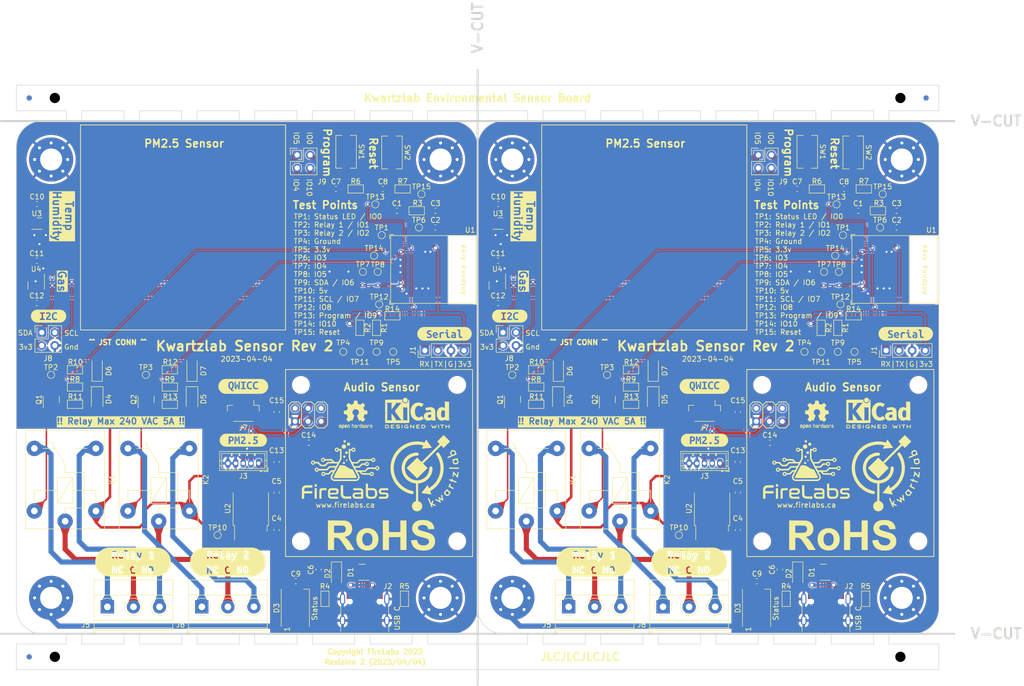
<source format=kicad_pcb>
(kicad_pcb (version 20221018) (generator pcbnew)
  (title_block (title "Kwartzlab Environmental Sensor") (date "2023-04-04") (rev "2") (company "Created By: Erin Reed (FireLabs - www.firelabs.ca)"))
  (layers (0 "F.Cu" signal) (31 "B.Cu" signal) (34 "B.Paste" user) (35 "F.Paste" user) (36 "B.SilkS" user "B.Silkscreen") (37 "F.SilkS" user "F.Silkscreen") (38 "B.Mask" user) (39 "F.Mask" user) (44 "Edge.Cuts" user))
  (net 0 "")
  (net 1 "Board_0-+3V3")
  (net 2 "Board_0-+5V")
  (net 3 "Board_0-/Output Relays/RELAY1_COM")
  (net 4 "Board_0-/Output Relays/RELAY1_EN")
  (net 5 "Board_0-/Output Relays/RELAY1_F_EN")
  (net 6 "Board_0-/Output Relays/RELAY1_NC")
  (net 7 "Board_0-/Output Relays/RELAY1_NO")
  (net 8 "Board_0-/Output Relays/RELAY1_STATUS_LED")
  (net 9 "Board_0-/Output Relays/RELAY2_COM")
  (net 10 "Board_0-/Output Relays/RELAY2_EN")
  (net 11 "Board_0-/Output Relays/RELAY2_F_EN")
  (net 12 "Board_0-/Output Relays/RELAY2_NC")
  (net 13 "Board_0-/Output Relays/RELAY2_NO")
  (net 14 "Board_0-/Output Relays/RELAY2_STATUS_LED")
  (net 15 "Board_0-/RX")
  (net 16 "Board_0-/Status LED/D_OUT")
  (net 17 "Board_0-/TX")
  (net 18 "Board_0-/USB C Connector/USB_CC1")
  (net 19 "Board_0-/USB C Connector/USB_CC2")
  (net 20 "Board_0-/USB_DN")
  (net 21 "Board_0-/USB_DP")
  (net 22 "Board_0-BOOT")
  (net 23 "Board_0-GND")
  (net 24 "Board_0-GPIO10")
  (net 25 "Board_0-GPIO3")
  (net 26 "Board_0-GPIO4")
  (net 27 "Board_0-GPIO5")
  (net 28 "Board_0-GPIO8")
  (net 29 "Board_0-Net-(C7-Pad2)")
  (net 30 "Board_0-Net-(C8-Pad2)")
  (net 31 "Board_0-RELAY1")
  (net 32 "Board_0-RELAY2")
  (net 33 "Board_0-RESET")
  (net 34 "Board_0-SCL")
  (net 35 "Board_0-SDA")
  (net 36 "Board_0-STATUS")
  (net 37 "Board_0-VBUS")
  (net 38 "Board_0-unconnected-(J2-SBU1-PadA8)")
  (net 39 "Board_0-unconnected-(J2-SBU2-PadB8)")
  (net 40 "Board_0-unconnected-(J4-Pin_1-Pad1)")
  (net 41 "Board_0-unconnected-(J4-Pin_5-Pad5)")
  (net 42 "Board_0-unconnected-(U1-NC-Pad10)")
  (net 43 "Board_0-unconnected-(U1-NC-Pad15)")
  (net 44 "Board_0-unconnected-(U1-NC-Pad17)")
  (net 45 "Board_0-unconnected-(U1-NC-Pad24)")
  (net 46 "Board_0-unconnected-(U1-NC-Pad25)")
  (net 47 "Board_0-unconnected-(U1-NC-Pad28)")
  (net 48 "Board_0-unconnected-(U1-NC-Pad29)")
  (net 49 "Board_0-unconnected-(U1-NC-Pad32)")
  (net 50 "Board_0-unconnected-(U1-NC-Pad33)")
  (net 51 "Board_0-unconnected-(U1-NC-Pad34)")
  (net 52 "Board_0-unconnected-(U1-NC-Pad35)")
  (net 53 "Board_0-unconnected-(U1-NC-Pad4)")
  (net 54 "Board_0-unconnected-(U1-NC-Pad7)")
  (net 55 "Board_0-unconnected-(U1-NC-Pad9)")
  (net 56 "Board_0-unconnected-(U3-NC-Pad5)")
  (net 57 "Board_1-+3V3")
  (net 58 "Board_1-+5V")
  (net 59 "Board_1-/Output Relays/RELAY1_COM")
  (net 60 "Board_1-/Output Relays/RELAY1_EN")
  (net 61 "Board_1-/Output Relays/RELAY1_F_EN")
  (net 62 "Board_1-/Output Relays/RELAY1_NC")
  (net 63 "Board_1-/Output Relays/RELAY1_NO")
  (net 64 "Board_1-/Output Relays/RELAY1_STATUS_LED")
  (net 65 "Board_1-/Output Relays/RELAY2_COM")
  (net 66 "Board_1-/Output Relays/RELAY2_EN")
  (net 67 "Board_1-/Output Relays/RELAY2_F_EN")
  (net 68 "Board_1-/Output Relays/RELAY2_NC")
  (net 69 "Board_1-/Output Relays/RELAY2_NO")
  (net 70 "Board_1-/Output Relays/RELAY2_STATUS_LED")
  (net 71 "Board_1-/RX")
  (net 72 "Board_1-/Status LED/D_OUT")
  (net 73 "Board_1-/TX")
  (net 74 "Board_1-/USB C Connector/USB_CC1")
  (net 75 "Board_1-/USB C Connector/USB_CC2")
  (net 76 "Board_1-/USB_DN")
  (net 77 "Board_1-/USB_DP")
  (net 78 "Board_1-BOOT")
  (net 79 "Board_1-GND")
  (net 80 "Board_1-GPIO10")
  (net 81 "Board_1-GPIO3")
  (net 82 "Board_1-GPIO4")
  (net 83 "Board_1-GPIO5")
  (net 84 "Board_1-GPIO8")
  (net 85 "Board_1-Net-(C7-Pad2)")
  (net 86 "Board_1-Net-(C8-Pad2)")
  (net 87 "Board_1-RELAY1")
  (net 88 "Board_1-RELAY2")
  (net 89 "Board_1-RESET")
  (net 90 "Board_1-SCL")
  (net 91 "Board_1-SDA")
  (net 92 "Board_1-STATUS")
  (net 93 "Board_1-VBUS")
  (net 94 "Board_1-unconnected-(J2-SBU1-PadA8)")
  (net 95 "Board_1-unconnected-(J2-SBU2-PadB8)")
  (net 96 "Board_1-unconnected-(J4-Pin_1-Pad1)")
  (net 97 "Board_1-unconnected-(J4-Pin_5-Pad5)")
  (net 98 "Board_1-unconnected-(U1-NC-Pad10)")
  (net 99 "Board_1-unconnected-(U1-NC-Pad15)")
  (net 100 "Board_1-unconnected-(U1-NC-Pad17)")
  (net 101 "Board_1-unconnected-(U1-NC-Pad24)")
  (net 102 "Board_1-unconnected-(U1-NC-Pad25)")
  (net 103 "Board_1-unconnected-(U1-NC-Pad28)")
  (net 104 "Board_1-unconnected-(U1-NC-Pad29)")
  (net 105 "Board_1-unconnected-(U1-NC-Pad32)")
  (net 106 "Board_1-unconnected-(U1-NC-Pad33)")
  (net 107 "Board_1-unconnected-(U1-NC-Pad34)")
  (net 108 "Board_1-unconnected-(U1-NC-Pad35)")
  (net 109 "Board_1-unconnected-(U1-NC-Pad4)")
  (net 110 "Board_1-unconnected-(U1-NC-Pad7)")
  (net 111 "Board_1-unconnected-(U1-NC-Pad9)")
  (net 112 "Board_1-unconnected-(U3-NC-Pad5)")
  (footprint "kibuzzard-641C3874" (layer "F.Cu") (at 183.949994 89.25)
    (fp_text reference "kibuzzard-641C3874" hide)
    (fp_text value "G***" hide)
  )
  (footprint "kibuzzard-641C3874" (layer "F.Cu") (at 93.992806 89.25)
    (fp_text reference "kibuzzard-641C3874" hide)
    (fp_text value "G***" hide)
  )
  (footprint "Connector_PinHeader_2.54mm:PinHeader_2x02_P2.54mm_Vertical" (layer "F.Cu") (at 54.692806 68.234291)
    (fp_text reference "J8")
    (fp_text value "Conn_02x02_Odd_Even")
  )
  (footprint "Connector_PinHeader_2.54mm:PinHeader_2x02_P2.54mm_Vertical" (layer "F.Cu") (at 144.649994 68.234291)
    (fp_text reference "J8")
    (fp_text value "Conn_02x02_Odd_Even")
  )
  (footprint "NPTH" (layer "F.Cu") (at 222.157194 131.5)
    (fp_text reference "REF**" hide)
    (fp_text value "NPTH" hide)
  )
  (footprint "Package_TO_SOT_SMD:TO-252-2" (layer "F.Cu") (at 185.424994 102.585 90)
    (fp_text reference "U2")
    (fp_text value "AMS1117-3.3")
  )
  (footprint "Package_TO_SOT_SMD:TO-252-2" (layer "F.Cu") (at 95.467806 102.585 90)
    (fp_text reference "U2")
    (fp_text value "AMS1117-3.3")
  )
  (footprint "Button_Switch_SMD:SW_Tactile_SPST_NO_Straight_CK_PTS636Sx25SMTRLFS" (layer "F.Cu") (at 203.999994 33 -90)
    (fp_text reference "SW1")
    (fp_text value "SW_Push")
  )
  (footprint "Button_Switch_SMD:SW_Tactile_SPST_NO_Straight_CK_PTS636Sx25SMTRLFS" (layer "F.Cu") (at 114.042806 33 -90)
    (fp_text reference "SW1")
    (fp_text value "SW_Push")
  )
  (footprint "Capacitor_SMD:C_0603_1608Metric" (layer "F.Cu") (at 202.024994 40.25)
    (fp_text reference "C7")
    (fp_text value "0.1uF / 50v (10%) (NC)")
  )
  (footprint "Capacitor_SMD:C_0603_1608Metric" (layer "F.Cu") (at 112.067806 40.25)
    (fp_text reference "C7")
    (fp_text value "0.1uF / 50v (10%) (NC)")
  )
  (footprint "MountingHole:MountingHole_4.3mm_M4_Pad_Via" (layer "F.Cu") (at 222.432182 34.5)
    (fp_text reference "H3" hide)
    (fp_text value "M4" hide)
  )
  (footprint "MountingHole:MountingHole_4.3mm_M4_Pad_Via" (layer "F.Cu") (at 132.474994 34.5)
    (fp_text reference "H3" hide)
    (fp_text value "M4" hide)
  )
  (footprint "kibuzzard-641C36F3" (layer "F.Cu") (at 72.492806 113)
    (fp_text reference "kibuzzard-641C36F3" hide)
    (fp_text value "G***" hide)
  )
  (footprint "kibuzzard-641C36F3" (layer "F.Cu") (at 162.449994 113)
    (fp_text reference "kibuzzard-641C36F3" hide)
    (fp_text value "G***" hide)
  )
  (footprint "MountingHole:MountingHole_4.3mm_M4_Pad_Via" (layer "F.Cu") (at 56.517806 120)
    (fp_text reference "H1" hide)
    (fp_text value "M4" hide)
  )
  (footprint "MountingHole:MountingHole_4.3mm_M4_Pad_Via" (layer "F.Cu") (at 146.474994 120)
    (fp_text reference "H1" hide)
    (fp_text value "M4" hide)
  )
  (footprint "PCM_Resistor_SMD_AKL:R_0603_1608Metric" (layer "F.Cu") (at 169.624994 82.25 180)
    (fp_text reference "R13")
    (fp_text value "10k (1%)" hide)
  )
  (footprint "PCM_Resistor_SMD_AKL:R_0603_1608Metric" (layer "F.Cu") (at 79.667806 82.25 180)
    (fp_text reference "R13")
    (fp_text value "10k (1%)" hide)
  )
  (footprint "Connector_PinHeader_2.54mm:PinHeader_1x04_P2.54mm_Vertical" (layer "F.Cu") (at 219.369994 71.75 90)
    (fp_text reference "J1")
    (fp_text value "Serial Interface")
  )
  (footprint "Connector_PinHeader_2.54mm:PinHeader_1x04_P2.54mm_Vertical" (layer "F.Cu") (at 129.412806 71.75 90)
    (fp_text reference "J1")
    (fp_text value "Serial Interface")
  )
  (footprint "TestPoint:TestPoint_Pad_D1.0mm" (layer "F.Cu") (at 210.949994 49.25)
    (fp_text reference "TP1")
    (fp_text value "Status")
  )
  (footprint "TestPoint:TestPoint_Pad_D1.0mm" (layer "F.Cu") (at 120.992806 49.25)
    (fp_text reference "TP1")
    (fp_text value "Status")
  )
  (footprint "MountingHole:MountingHole_4.3mm_M4_Pad_Via" (layer "F.Cu") (at 146.474994 34.5)
    (fp_text reference "H4" hide)
    (fp_text value "M4")
  )
  (footprint "MountingHole:MountingHole_4.3mm_M4_Pad_Via" (layer "F.Cu") (at 56.517806 34.5)
    (fp_text reference "H4" hide)
    (fp_text value "M4")
  )
  (footprint "Package_TO_SOT_SMD:SOT-23" (layer "F.Cu") (at 164.999994 81.3125 90)
    (fp_text reference "Q2")
    (fp_text value "MMBT3904-TP")
  )
  (footprint "Package_TO_SOT_SMD:SOT-23" (layer "F.Cu") (at 75.042806 81.3125 90)
    (fp_text reference "Q2")
    (fp_text value "MMBT3904-TP")
  )
  (footprint "Symbol:OSHW-Logo2_7.3x6mm_SilkScreen" (layer "F.Cu") (at 205.869994 84.29)
    (fp_text reference "REF**" hide)
    (fp_text value "OSHW-Logo2_7.3x6mm_SilkScreen" hide)
  )
  (footprint "Symbol:OSHW-Logo2_7.3x6mm_SilkScreen" (layer "F.Cu") (at 115.912806 84.29)
    (fp_text reference "REF**" hide)
    (fp_text value "OSHW-Logo2_7.3x6mm_SilkScreen" hide)
  )
  (footprint "Connector_JST:JST_ZH_B5B-ZR_1x05_P1.50mm_Vertical" (layer "F.Cu") (at 186.949994 93.75 180)
    (fp_text reference "J3")
    (fp_text value "PM2.5 Sensor")
  )
  (footprint "Connector_JST:JST_ZH_B5B-ZR_1x05_P1.50mm_Vertical" (layer "F.Cu") (at 96.992806 93.75 180)
    (fp_text reference "J3")
    (fp_text value "PM2.5 Sensor")
  )
  (footprint "Symbol:RoHS-Logo_6mm_SilkScreen" (layer "F.Cu") (at 210.921131 107.778748)
    (fp_text reference "REF**" hide)
    (fp_text value "RoHS-Logo_6mm_SilkScreen" hide)
  )
  (footprint "Symbol:RoHS-Logo_6mm_SilkScreen" (layer "F.Cu") (at 120.963943 107.778748)
    (fp_text reference "REF**" hide)
    (fp_text value "RoHS-Logo_6mm_SilkScreen" hide)
  )
  (footprint "NPTH" (layer "F.Cu") (at 57.242806 22.5)
    (fp_text reference "REF**" hide)
    (fp_text value "NPTH" hide)
  )
  (footprint "Diode_SMD:D_SOD-123" (layer "F.Cu") (at 155.449994 75.4 90)
    (fp_text reference "D6")
    (fp_text value "1N4148W")
  )
  (footprint "Diode_SMD:D_SOD-123" (layer "F.Cu") (at 65.492806 75.4 90)
    (fp_text reference "D6")
    (fp_text value "1N4148W")
  )
  (footprint "Espressif:ESP32-C3-MINI-1" (layer "F.Cu") (at 220.999994 55.95 -90)
    (fp_text reference "U1")
    (fp_text value "ESP32-C3-MINI-1")
  )
  (footprint "Espressif:ESP32-C3-MINI-1" (layer "F.Cu") (at 131.042806 55.95 -90)
    (fp_text reference "U1")
    (fp_text value "ESP32-C3-MINI-1")
  )
  (footprint "PCM_Resistor_SMD_AKL:R_0603_1608Metric" (layer "F.Cu") (at 199.879994 120.175 -90)
    (fp_text reference "R4")
    (fp_text value "5.11k" hide)
  )
  (footprint "PCM_Resistor_SMD_AKL:R_0603_1608Metric" (layer "F.Cu") (at 109.922806 120.175 -90)
    (fp_text reference "R4")
    (fp_text value "5.11k" hide)
  )
  (footprint "Fiducial" (layer "F.Cu") (at 52.242806 22.5)
    (fp_text reference "REF**" hide)
    (fp_text value "Fiducial" hide)
  )
  (footprint "Relay_THT:Relay_SPDT_Finder_36.11" (layer "F.Cu") (at 167.449994 105.05 90)
    (fp_text reference "K2")
    (fp_text value "5v Relay")
  )
  (footprint "Relay_THT:Relay_SPDT_Finder_36.11" (layer "F.Cu") (at 77.492806 105.05 90)
    (fp_text reference "K2")
    (fp_text value "5v Relay")
  )
  (footprint "Capacitor_SMD:C_0603_1608Metric" (layer "F.Cu") (at 131.467806 47.75)
    (fp_text reference "C2")
    (fp_text value "10uF / 25v (20%)")
  )
  (footprint "Capacitor_SMD:C_0603_1608Metric" (layer "F.Cu") (at 221.424994 47.75)
    (fp_text reference "C2")
    (fp_text value "10uF / 25v (20%)")
  )
  (footprint "LOGO" (layer "F.Cu") (at 217.849994 94.7)
    (fp_text reference "G***" hide)
    (fp_text value "LOGO" hide)
  )
  (footprint "LOGO" (layer "F.Cu") (at 127.892806 94.7)
    (fp_text reference "G***" hide)
    (fp_text value "LOGO" hide)
  )
  (footprint "PCM_Resistor_SMD_AKL:R_0603_1608Metric" (layer "F.Cu") (at 151.124994 78.875)
    (fp_text reference "R8")
    (fp_text value "1k (1%)" hide)
  )
  (footprint "PCM_Resistor_SMD_AKL:R_0603_1608Metric" (layer "F.Cu") (at 61.167806 78.875)
    (fp_text reference "R8")
    (fp_text value "1k (1%)" hide)
  )
  (footprint "MountingHole:MountingHole_4.3mm_M4_Pad_Via" (layer "F.Cu") (at 222.419575 120)
    (fp_text reference "H2" hide)
    (fp_text value "M4" hide)
  )
  (footprint "MountingHole:MountingHole_4.3mm_M4_Pad_Via" (layer "F.Cu") (at 132.462387 120)
    (fp_text reference "H2" hide)
    (fp_text value "M4" hide)
  )
  (footprint "NPTH" (layer "F.Cu") (at 57.242806 131.5)
    (fp_text reference "REF**" hide)
    (fp_text value "NPTH" hide)
  )
  (footprint "Capacitor_SMD:C_0603_1608Metric" (layer "F.Cu") (at 196.724994 89.75 180)
    (fp_text reference "C14")
    (fp_text value "10uF / 25v (20%)")
  )
  (footprint "Capacitor_SMD:C_0603_1608Metric" (layer "F.Cu") (at 106.767806 89.75 180)
    (fp_text reference "C14")
    (fp_text value "10uF / 25v (20%)")
  )
  (footprint "PCM_Resistor_SMD_AKL:R_0603_1608Metric" (layer "F.Cu") (at 209.949994 67.325 -90)
    (fp_text reference "R1")
    (fp_text value "5.1k (1%)" hide)
  )
  (footprint "PCM_Resistor_SMD_AKL:R_0603_1608Metric" (layer "F.Cu") (at 119.992806 67.325 -90)
    (fp_text reference "R1")
    (fp_text value "5.1k (1%)" hide)
  )
  (footprint "Capacitor_SMD:C_0603_1608Metric" (layer "F.Cu") (at 143.724994 43.1875)
    (fp_text reference "C10")
    (fp_text value "10uF / 25v (20%)")
  )
  (footprint "Capacitor_SMD:C_0603_1608Metric" (layer "F.Cu") (at 53.767806 43.1875)
    (fp_text reference "C10")
    (fp_text value "10uF / 25v (20%)")
  )
  (footprint "TerminalBlock_Phoenix:TerminalBlock_Phoenix_MKDS-1,5-3-5.08_1x03_P5.08mm_Horizontal" (layer "F.Cu") (at 175.864994 121.75)
    (fp_text reference "J6")
    (fp_text value "Screw_Terminal_01x03")
  )
  (footprint "TerminalBlock_Phoenix:TerminalBlock_Phoenix_MKDS-1,5-3-5.08_1x03_P5.08mm_Horizontal" (layer "F.Cu") (at 85.907806 121.75)
    (fp_text reference "J6")
    (fp_text value "Screw_Terminal_01x03")
  )
  (footprint "TestPoint:TestPoint_Pad_D1.0mm" (layer "F.Cu") (at 178.949994 107.75)
    (fp_text reference "TP10")
    (fp_text value "5V")
  )
  (footprint "TestPoint:TestPoint_Pad_D1.0mm" (layer "F.Cu") (at 88.992806 107.75)
    (fp_text reference "TP10")
    (fp_text value "5V")
  )
  (footprint "Capacitor_SMD:C_0603_1608Metric" (layer "F.Cu") (at 190.449994 83.725 90)
    (fp_text reference "C15")
    (fp_text value "10uF / 25v (20%)")
  )
  (footprint "Capacitor_SMD:C_0603_1608Metric" (layer "F.Cu") (at 100.492806 83.725 90)
    (fp_text reference "C15")
    (fp_text value "10uF / 25v (20%)")
  )
  (footprint "LED_SMD:LED_WS2812B_PLCC4_5.0x5.0mm_P3.2mm" (layer "F.Cu") (at 194.099994 121.95 90)
    (fp_text reference "D3")
    (fp_text value "WS2812B")
  )
  (footprint "LED_SMD:LED_WS2812B_PLCC4_5.0x5.0mm_P3.2mm" (layer "F.Cu") (at 104.142806 121.95 90)
    (fp_text reference "D3")
    (fp_text value "WS2812B")
  )
  (footprint "Capacitor_SMD:C_0603_1608Metric" (layer "F.Cu") (at 190.449994 93.475 90)
    (fp_text reference "C13")
    (fp_text value "10uF / 25v (20%)")
  )
  (footprint "Capacitor_SMD:C_0603_1608Metric" (layer "F.Cu") (at 100.492806 93.475 90)
    (fp_text reference "C13")
    (fp_text value "10uF / 25v (20%)")
  )
  (footprint "Symbol:KiCad-Logo2_5mm_SilkScreen" (layer "F.Cu") (at 217.889994 83.95)
    (fp_text reference "REF**" hide)
    (fp_text value "KiCad-Logo2_5mm_SilkScreen" hide)
  )
  (footprint "Symbol:KiCad-Logo2_5mm_SilkScreen" (layer "F.Cu") (at 127.932806 83.95)
    (fp_text reference "REF**" hide)
    (fp_text value "KiCad-Logo2_5mm_SilkScreen" hide)
  )
  (footprint "PCM_Resistor_SMD_AKL:R_0603_1608Metric" (layer "F.Cu") (at 125.422806 120.175 -90)
    (fp_text reference "R5")
    (fp_text value "5.11k" hide)
  )
  (footprint "PCM_Resistor_SMD_AKL:R_0603_1608Metric" (layer "F.Cu") (at 215.379994 120.175 -90)
    (fp_text reference "R5")
    (fp_text value "5.11k" hide)
  )
  (footprint "TestPoint:TestPoint_Pad_D1.0mm" (layer "F.Cu") (at 209.949994 72 90)
    (fp_text reference "TP9")
    (fp_text value "SDA")
  )
  (footprint "TestPoint:TestPoint_Pad_D1.0mm" (layer "F.Cu") (at 119.992806 72 90)
    (fp_text reference "TP9")
    (fp_text value "SDA")
  )
  (footprint "kibuzzard-643301AD" (layer "F.Cu") (at 145.969994 65.05)
    (fp_text reference "kibuzzard-643301AD" hide)
    (fp_text value "G***" hide)
  )
  (footprint "kibuzzard-643301AD" (layer "F.Cu") (at 56.012806 65.05)
    (fp_text reference "kibuzzard-643301AD" hide)
    (fp_text value "G***" hide)
  )
  (footprint "Fiducial" (layer "F.Cu") (at 227.157194 22.5)
    (fp_text reference "REF**" hide)
    (fp_text value "Fiducial" hide)
  )
  (footprint "Button_Switch_SMD:SW_Tactile_SPST_NO_Straight_CK_PTS636Sx25SMTRLFS" (layer "F.Cu") (at 212.949994 33.125 -90)
    (fp_text reference "SW2")
    (fp_text value "SW_Push")
  )
  (footprint "Button_Switch_SMD:SW_Tactile_SPST_NO_Straight_CK_PTS636Sx25SMTRLFS" (layer "F.Cu") (at 122.992806 33.125 -90)
    (fp_text reference "SW2")
    (fp_text value "SW_Push")
  )
  (footprint "Fiducial" (layer "F.Cu") (at 52.242806 131.5)
    (fp_text reference "REF**" hide)
    (fp_text value "Fiducial" hide)
  )
  (footprint "Capacitor_SMD:C_0603_1608Metric" (layer "F.Cu") (at 100.492806 99.475 90)
    (fp_text reference "C5")
    (fp_text value "10uF / 25v (20%)")
  )
  (footprint "Capacitor_SMD:C_0603_1608Metric" (layer "F.Cu") (at 190.449994 99.475 90)
    (fp_text reference "C5")
    (fp_text value "10uF / 25v (20%)")
  )
  (footprint "TestPoint:TestPoint_Pad_D1.0mm" (layer "F.Cu") (at 203.449994 72 90)
    (fp_text reference "TP4")
    (fp_text value "GND")
  )
  (footprint "TestPoint:TestPoint_Pad_D1.0mm" (layer "F.Cu") (at 113.492806 72 90)
    (fp_text reference "TP4")
    (fp_text value "GND")
  )
  (footprint "PCM_Resistor_SMD_AKL:R_0603_1608Metric" (layer "F.Cu") (at 215.024994 40.25)
    (fp_text reference "R7")
    (fp_text value "100" hide)
  )
  (footprint "PCM_Resistor_SMD_AKL:R_0603_1608Metric" (layer "F.Cu") (at 125.067806 40.25)
    (fp_text reference "R7")
    (fp_text value "100" hide)
  )
  (footprint "Diode_SMD:D_SOD-123" (layer "F.Cu") (at 202.129994 115.35 -90)
    (fp_text reference "D2")
    (fp_text value "1N5819HW-7-F")
  )
  (footprint "Diode_SMD:D_SOD-123" (layer "F.Cu") (at 112.172806 115.35 -90)
    (fp_text reference "D2")
    (fp_text value "1N5819HW-7-F")
  )
  (footprint "TestPoint:TestPoint_Pad_D1.0mm" (layer "F.Cu") (at 164.949994 76.5)
    (fp_text reference "TP3")
    (fp_text value "Relay 2")
  )
  (footprint "TestPoint:TestPoint_Pad_D1.0mm" (layer "F.Cu") (at 74.992806 76.5)
    (fp_text reference "TP3")
    (fp_text value "Relay 2")
  )
  (footprint "Capacitor_SMD:C_0603_1608Metric" (layer "F.Cu") (at 213.924994 44.5)
    (fp_text reference "C1")
    (fp_text value "1uF / 16v (10%)")
  )
  (footprint "Capacitor_SMD:C_0603_1608Metric" (layer "F.Cu") (at 123.967806 44.5)
    (fp_text reference "C1")
    (fp_text value "1uF / 16v (10%)")
  )
  (footprint "kibuzzard-641C3703" (layer "F.Cu") (at 180.949994 113)
    (fp_text reference "kibuzzard-641C3703" hide)
    (fp_text value "G***" hide)
  )
  (footprint "kibuzzard-641C3703" (layer "F.Cu") (at 90.992806 113)
    (fp_text reference "kibuzzard-641C3703" hide)
    (fp_text value "G***" hide)
  )
  (footprint "Connector_JST:JST_SH_BM04B-SRSS-TB_1x04-1MP_P1.00mm_Vertical" (layer "F.Cu") (at 183.949994 83.55 180)
    (fp_text reference "J7")
    (fp_text value "Qwicc Connector")
  )
  (footprint "Connector_JST:JST_SH_BM04B-SRSS-TB_1x04-1MP_P1.00mm_Vertical" (layer "F.Cu") (at 93.992806 83.55 180)
    (fp_text reference "J7")
    (fp_text value "Qwicc Connector")
  )
  (footprint "NPTH" (layer "F.Cu") (at 222.157194 22.5)
    (fp_text reference "REF**" hide)
    (fp_text value "NPTH" hide)
  )
  (footprint "Capacitor_SMD:C_0603_1608Metric" (layer "F.Cu") (at 211.174994 40.25)
    (fp_text reference "C8")
    (fp_text value "0.1uF / 50v (10%) (NC)")
  )
  (footprint "Capacitor_SMD:C_0603_1608Metric" (layer "F.Cu") (at 121.217806 40.25)
    (fp_text reference "C8")
    (fp_text value "0.1uF / 50v (10%) (NC)")
  )
  (footprint "PCM_Resistor_SMD_AKL:R_0603_1608Metric" (layer "F.Cu") (at 213.024994 64.99)
    (fp_text reference "R14")
    (fp_text value "10k (1%)" hide)
  )
  (footprint "PCM_Resistor_SMD_AKL:R_0603_1608Metric" (layer "F.Cu") (at 123.067806 64.99)
    (fp_text reference "R14")
    (fp_text value "10k (1%)" hide)
  )
  (footprint "TestPoint:TestPoint_Pad_D1.0mm" (layer "F.Cu") (at 209.699994 43.25)
    (fp_text reference "TP13")
    (fp_text value "Program")
  )
  (footprint "TestPoint:TestPoint_Pad_D1.0mm" (layer "F.Cu") (at 119.742806 43.25)
    (fp_text reference "TP13")
    (fp_text value "Program")
  )
  (footprint "TestPoint:TestPoint_Pad_D1.0mm" (layer "F.Cu") (at 218.199994 47.75)
    (fp_text reference "TP6")
    (fp_text value "GPIO3")
  )
  (footprint "TestPoint:TestPoint_Pad_D1.0mm" (layer "F.Cu") (at 128.242806 47.75)
    (fp_text reference "TP6")
    (fp_text value "GPIO3")
  )
  (footprint "TerminalBlock_Phoenix:TerminalBlock_Phoenix_MKDS-1,5-3-5.08_1x03_P5.08mm_Horizontal" (layer "F.Cu") (at 157.449994 121.75)
    (fp_text reference "J5")
    (fp_text value "Screw_Terminal_01x03")
  )
  (footprint "TerminalBlock_Phoenix:TerminalBlock_Phoenix_MKDS-1,5-3-5.08_1x03_P5.08mm_Horizontal" (layer "F.Cu") (at 67.492806 121.75)
    (fp_text reference "J5")
    (fp_text value "Screw_Terminal_01x03")
  )
  (footprint "Zio Loudness Sensor:zio_loudness_sensor" (layer "F.Cu") (at 196.712922 84.304144 180)
    (fp_text reference "J4" hide)
    (fp_text value "Zio Loudness Sensor")
  )
  (footprint "Zio Loudness Sensor:zio_loudness_sensor" (layer "F.Cu") (at 106.755734 84.304144 180)
    (fp_text reference "J4" hide)
    (fp_text value "Zio Loudness Sensor")
  )
  (footprint "kibuzzard-641C387C" (layer "F.Cu") (at 183.949994 78.75)
    (fp_text reference "kibuzzard-641C387C" hide)
    (fp_text value "G***" hide)
  )
  (footprint "kibuzzard-641C387C" (layer "F.Cu") (at 93.992806 78.75)
    (fp_text reference "kibuzzard-641C387C" hide)
    (fp_text value "G***" hide)
  )
  (footprint "PCM_Resistor_SMD_AKL:R_0603_1608Metric" (layer "F.Cu") (at 151.124994 75.5 180)
    (fp_text reference "R10")
    (fp_text value "1k (1%)" hide)
  )
  (footprint "PCM_Resistor_SMD_AKL:R_0603_1608Metric" (layer "F.Cu") (at 61.167806 75.5 180)
    (fp_text reference "R10")
    (fp_text value "1k (1%)" hide)
  )
  (footprint "PCM_Resistor_SMD_AKL:R_0603_1608Metric" (layer "F.Cu") (at 169.624994 75.5 180)
    (fp_text reference "R12")
    (fp_text value "1k (1%)" hide)
  )
  (footprint "PCM_Resistor_SMD_AKL:R_0603_1608Metric" (layer "F.Cu") (at 79.667806 75.5 180)
    (fp_text reference "R12")
    (fp_text value "1k (1%)" hide)
  )
  (footprint "Diode_SMD:D_SOD-123" (layer "F.Cu") (at 173.949994 75.4 90)
    (fp_text reference "D7")
    (fp_text value "1N4148W")
  )
  (footprint "Diode_SMD:D_SOD-123" (layer "F.Cu") (at 83.992806 75.4 90)
    (fp_text reference "D7")
    (fp_text value "1N4148W")
  )
  (footprint "LED_SMD:LED_1206_3216Metric" (layer "F.Cu") (at 155.449994 81.1 -90)
    (fp_text reference "D4")
    (fp_text value "LED")
  )
  (footprint "LED_SMD:LED_1206_3216Metric" (layer "F.Cu") (at 65.492806 81.1 -90)
    (fp_text reference "D4")
    (fp_text value "LED")
  )
  (footprint "TestPoint:TestPoint_Pad_D1.0mm" (layer "F.Cu") (at 206.699994 72 90)
    (fp_text reference "TP11")
    (fp_text value "SCL")
  )
  (footprint "TestPoint:TestPoint_Pad_D1.0mm" (layer "F.Cu") (at 116.742806 72 90)
    (fp_text reference "TP11")
    (fp_text value "SCL")
  )
  (footprint "kibuzzard-641C3A69" (layer "F.Cu") (at 223.199994 68.5)
    (fp_text reference "kibuzzard-641C3A69" hide)
    (fp_text value "G***" hide)
  )
  (footprint "kibuzzard-641C3A69" (layer "F.Cu") (at 133.242806 68.5)
    (fp_text reference "kibuzzard-641C3A69" hide)
    (fp_text value "G***" hide)
  )
  (footprint "TestPoint:TestPoint_Pad_D1.0mm" (layer "F.Cu") (at 209.449994 53.25)
    (fp_text reference "TP14")
    (fp_text value "GPIO10")
  )
  (footprint "TestPoint:TestPoint_Pad_D1.0mm" (layer "F.Cu") (at 119.492806 53.25)
    (fp_text reference "TP14")
    (fp_text value "GPIO10")
  )
  (footprint "Capacitor_SMD:C_0603_1608Metric" (layer "F.Cu") (at 221.424994 44.5)
    (fp_text reference "C3")
    (fp_text value "0.1uF / 50v (10%)")
  )
  (footprint "Capacitor_SMD:C_0603_1608Metric" (layer "F.Cu") (at 131.467806 44.5)
    (fp_text reference "C3")
    (fp_text value "0.1uF / 50v (10%)")
  )
  (footprint "Package_LGA:Bosch_LGA-8_3x3mm_P0.8mm_ClockwisePinNumbering" (layer "F.Cu") (at 143.549994 58.3125)
    (fp_text reference "U4")
    (fp_text value "BME688")
  )
  (footprint "Package_LGA:Bosch_LGA-8_3x3mm_P0.8mm_ClockwisePinNumbering" (layer "F.Cu") (at 53.592806 58.3125)
    (fp_text reference "U4")
    (fp_text value "BME688")
  )
  (footprint "TestPoint:TestPoint_Pad_D1.0mm" (layer "F.Cu") (at 210.159994 56.41)
    (fp_text reference "TP8")
    (fp_text value "GPIO5")
  )
  (footprint "TestPoint:TestPoint_Pad_D1.0mm" (layer "F.Cu") (at 120.202806 56.41)
    (fp_text reference "TP8")
    (fp_text value "GPIO5")
  )
  (footprint "TestPoint:TestPoint_Pad_D1.0mm" (layer "F.Cu") (at 213.199994 72 90)
    (fp_text reference "TP5")
    (fp_text value "3V3")
  )
  (footprint "TestPoint:TestPoint_Pad_D1.0mm" (layer "F.Cu") (at 123.242806 72 90)
    (fp_text reference "TP5")
    (fp_text value "3V3")
  )
  (footprint "TestPoint:TestPoint_Pad_D1.0mm" (layer "F.Cu") (at 210.449994 62.75)
    (fp_text reference "TP12")
    (fp_text value "GPIO8")
  )
  (footprint "TestPoint:TestPoint_Pad_D1.0mm" (layer "F.Cu") (at 120.492806 62.75)
    (fp_text reference "TP12")
    (fp_text value "GPIO8")
  )
  (footprint "Capacitor_SMD:C_0603_1608Metric" (layer "F.Cu") (at 198.629994 114.475 -90)
    (fp_text reference "C6")
    (fp_text value "10uF / 25v (20%)")
  )
  (footprint "Capacitor_SMD:C_0603_1608Metric" (layer "F.Cu") (at 108.672806 114.475 -90)
    (fp_text reference "C6")
    (fp_text value "10uF / 25v (20%)")
  )
  (footprint "Connector_USB:USB_C_Receptacle_GCT_USB4105-xx-A_16P_TopMnt_Horizontal" (layer "F.Cu") (at 207.629994 123.325)
    (fp_text reference "J2")
    (fp_text value "USB_C_Receptacle_USB2.0")
  )
  (footprint "Connector_USB:USB_C_Receptacle_GCT_USB4105-xx-A_16P_TopMnt_Horizontal" (layer "F.Cu") (at 117.672806 123.325)
    (fp_text reference "J2")
    (fp_text value "USB_C_Receptacle_USB2.0")
  )
  (footprint "PCM_Resistor_SMD_AKL:R_0603_1608Metric" (layer "F.Cu") (at 151.124994 82.25 180)
    (fp_text reference "R11")
    (fp_text value "10k (1%)" hide)
  )
  (footprint "PCM_Resistor_SMD_AKL:R_0603_1608Metric" (layer "F.Cu") (at 61.167806 82.25 180)
    (fp_text reference "R11")
    (fp_text value "10k (1%)" hide)
  )
  (footprint "Package_TO_SOT_SMD:SOT-23" (layer "F.Cu") (at 146.499994 81.3125 90)
    (fp_text reference "Q1")
    (fp_text value "MMBT3904-TP")
  )
  (footprint "Package_TO_SOT_SMD:SOT-23" (layer "F.Cu") (at 56.542806 81.3125 90)
    (fp_text reference "Q1")
    (fp_text value "MMBT3904-TP")
  )
  (footprint "Connector_PinHeader_2.54mm:PinHeader_2x02_P2.54mm_Vertical" (layer "F.Cu") (at 194.449994 33.61)
    (fp_text reference "J9")
    (fp_text value "Conn_02x02_Odd_Even")
  )
  (footprint "Connector_PinHeader_2.54mm:PinHeader_2x02_P2.54mm_Vertical" (layer "F.Cu") (at 104.492806 33.61)
    (fp_text reference "J9")
    (fp_text value "Conn_02x02_Odd_Even")
  )
  (footprint "PCM_Resistor_SMD_AKL:R_0603_1608Metric" (layer "F.Cu") (at 206.699994 67.325 -90)
    (fp_text reference "R2")
    (fp_text value "5.1k (1%)" hide)
  )
  (footprint "PCM_Resistor_SMD_AKL:R_0603_1608Metric" (layer "F.Cu") (at 116.742806 67.325 -90)
    (fp_text reference "R2")
    (fp_text value "5.1k (1%)" hide)
  )
  (footprint "Sensor_Humidity:Sensirion_DFN-4-1EP_2x2mm_P1mm_EP0.7x1.6mm" (layer "F.Cu") (at 143.674994 47)
    (fp_text reference "U3")
    (fp_text value "SHTC3")
  )
  (footprint "Sensor_Humidity:Sensirion_DFN-4-1EP_2x2mm_P1mm_EP0.7x1.6mm" (layer "F.Cu") (at 53.717806 47)
    (fp_text reference "U3")
    (fp_text value "SHTC3")
  )
  (footprint "PCM_Resistor_SMD_AKL:R_0603_1608Metric" (layer "F.Cu") (at 169.624994 78.875)
    (fp_text reference "R9")
    (fp_text value "1k (1%)" hide)
  )
  (footprint "PCM_Resistor_SMD_AKL:R_0603_1608Metric" (layer "F.Cu") (at 79.667806 78.875)
    (fp_text reference "R9")
    (fp_text value "1k (1%)" hide)
  )
  (footprint "TestPoint:TestPoint_Pad_D1.0mm" (layer "F.Cu") (at 218.699994 41.25)
    (fp_text reference "TP15")
    (fp_text value "Reset")
  )
  (footprint "TestPoint:TestPoint_Pad_D1.0mm" (layer "F.Cu") (at 128.742806 41.25)
    (fp_text reference "TP15")
    (fp_text value "Reset")
  )
  (footprint "LED_SMD:LED_1206_3216Metric" (layer "F.Cu") (at 173.949994 81.1 -90)
    (fp_text reference "D5")
    (fp_text value "LED")
  )
  (footprint "LED_SMD:LED_1206_3216Metric" (layer "F.Cu") (at 83.992806 81.1 -90)
    (fp_text reference "D5")
    (fp_text value "LED")
  )
  (footprint "Package_TO_SOT_SMD:SOT-143" (layer "F.Cu") (at 207.129994 115 180)
    (fp_text reference "D1")
    (fp_text value "SP0503BAHT")
  )
  (footprint "Package_TO_SOT_SMD:SOT-143" (layer "F.Cu") (at 117.172806 115 180)
    (fp_text reference "D1")
    (fp_text value "SP0503BAHT")
  )
  (footprint "Capacitor_SMD:C_0603_1608Metric" (layer "F.Cu") (at 190.449994 106.775 90)
    (fp_text reference "C4")
    (fp_text value "10uF / 25v (20%)")
  )
  (footprint "Capacitor_SMD:C_0603_1608Metric" (layer "F.Cu") (at 100.492806 106.775 90)
    (fp_text reference "C4")
    (fp_text value "10uF / 25v (20%)")
  )
  (footprint "PCM_Resistor_SMD_AKL:R_0603_1608Metric" (layer "F.Cu") (at 205.874994 40.25)
    (fp_text reference "R6")
    (fp_text value "100" hide)
  )
  (footprint "PCM_Resistor_SMD_AKL:R_0603_1608Metric" (layer "F.Cu") (at 115.917806 40.25)
    (fp_text reference "R6")
    (fp_text value "100" hide)
  )
  (footprint "Relay_THT:Relay_SPDT_Finder_36.11" (layer "F.Cu") (at 149.199994 105.05 90)
    (fp_text reference "K1")
    (fp_text value "5v Relay")
  )
  (footprint "Relay_THT:Relay_SPDT_Finder_36.11" (layer "F.Cu") (at 59.242806 105.05 90)
    (fp_text reference "K1")
    (fp_text value "5v Relay")
  )
  (footprint "Capacitor_SMD:C_0603_1608Metric" (layer "F.Cu") (at 143.674994 54.25)
    (fp_text reference "C11")
    (fp_text value "10uF / 25v (20%)")
  )
  (footprint "Capacitor_SMD:C_0603_1608Metric" (layer "F.Cu") (at 53.717806 54.25)
    (fp_text reference "C11")
    (fp_text value "10uF / 25v (20%)")
  )
  (footprint "Capacitor_SMD:C_0603_1608Metric" (layer "F.Cu") (at 194.174994 116.75)
    (fp_text reference "C9")
    (fp_text value "10uF / 25v (20%)")
  )
  (footprint "Capacitor_SMD:C_0603_1608Metric" (layer "F.Cu") (at 104.217806 116.75)
    (fp_text reference "C9")
    (fp_text value "10uF / 25v (20%)")
  )
  (footprint "TestPoint:TestPoint_Pad_D1.0mm" (layer "F.Cu") (at 207.269994 56.41)
    (fp_text reference "TP7")
    (fp_text value "GPIO4")
  )
  (footprint "TestPoint:TestPoint_Pad_D1.0mm" (layer "F.Cu") (at 117.312806 56.41)
    (fp_text reference "TP7")
    (fp_text value "GPIO4")
  )
  (footprint "LOGO" (layer "F.Cu") (at 203.819994 94.95)
    (fp_text reference "G***" hide)
    (fp_text value "LOGO" hide)
  )
  (footprint "LOGO" (layer "F.Cu") (at 113.862806 94.95)
    (fp_text reference "G***" hide)
    (fp_text value "LOGO" hide)
  )
  (footprint "TestPoint:TestPoint_Pad_D1.0mm" (layer "F.Cu") (at 146.449994 76.5)
    (fp_text reference "TP2")
    (fp_text value "Relay 1")
  )
  (footprint "TestPoint:TestPoint_Pad_D1.0mm" (layer "F.Cu") (at 56.492806 76.5)
    (fp_text reference "TP2")
    (fp_text value "Relay 1")
  )
  (footprint "PCM_Resistor_SMD_AKL:R_0603_1608Metric" (layer "F.Cu") (at 217.774994 44.5 180)
    (fp_text reference "R3")
    (fp_text value "10k (1%)" hide)
  )
  (footprint "PCM_Resistor_SMD_AKL:R_0603_1608Metric" (layer "F.Cu") (at 127.817806 44.5 180)
    (fp_text reference "R3")
    (fp_text value "10k (1%)" hide)
  )
  (footprint "Capacitor_SMD:C_0603_1608Metric" (layer "F.Cu") (at 53.717806 62.5)
    (fp_text reference "C12")
    (fp_text value "10uF / 25v (20%)")
  )
  (footprint "Capacitor_SMD:C_0603_1608Metric" (layer "F.Cu") (at 143.674994 62.5)
    (fp_text reference "C12")
    (fp_text value "10uF / 25v (20%)")
  )
  (footprint "Fiducial" (layer "B.Cu") (at 227.157194 22.5)
    (fp_text reference "REF**" hide)
    (fp_text value "Fiducial" hide)
  )
  (footprint "Fiducial" (layer "B.Cu") (at 52.242806 131.5)
    (fp_text reference "REF**" hide)
    (fp_text value "Fiducial" hide)
  )
  (footprint "Fiducial" (layer "B.Cu") (at 52.242806 22.5)
    (fp_text reference "REF**" hide)
    (fp_text value "Fiducial" hide)
  )
  (gr_rect (start 152.199994 27.75) (end 192.199994 67.75) (stroke (width 0.15)) (fill none) (layer "F.SilkS"))
  (gr_rect (start 62.242806 27.75) (end 102.242806 67.75) (stroke (width 0.15)) (fill none) (layer "F.SilkS"))
  (gr_line (start 140.011233 123.736526) (end 140.105204 123.971779) (stroke (width 0.1)) (layer "Edge.Cuts"))
  (gr_line (start 59.487454 27) (end 54.742806 27) (stroke (width 0.1)) (layer "Edge.Cuts"))
  (gr_line (start 163.689294 129) (end 163.689294 126.999997) (stroke (width 0.1)) (layer "Edge.Cuts"))
  (gr_line (start 216.912544 126.999989) (end 216.912544 129) (stroke (width 0.1)) (layer "Edge.Cuts"))
  (gr_line (start 160.689294 25) (end 160.689294 25) (stroke (width 0.1)) (layer "Edge.Cuts"))
  (gr_line (start 219.912544 27) (end 219.912544 25) (stroke (width 0.1)) (layer "Edge.Cuts"))
  (gr_line (start 139.725647 31.494158) (end 139.706411 31.746754) (stroke (width 0.1)) (layer "Edge.Cuts"))
  (gr_line (start 194.423244 126.999992) (end 194.423244 129) (stroke (width 0.1)) (layer "Edge.Cuts"))
  (gr_line (start 49.768459 122.505841) (end 49.800464 122.757138) (stroke (width 0.1)) (layer "Edge.Cuts"))
  (gr_line (start 50.499584 124.64482) (end 50.638988 124.856341) (stroke (width 0.1)) (layer "Edge.Cuts"))
  (gr_line (start 139.294793 30.028217) (end 139.189027 29.798026) (stroke (width 0.1)) (layer "Edge.Cuts"))
  (gr_line (start 219.912544 25) (end 229.657194 25) (stroke (width 0.1)) (layer "Edge.Cuts"))
  (gr_line (start 229.497567 123.253261) (end 229.554831 123.006491) (stroke (width 0.1)) (layer "Edge.Cuts"))
  (gr_line (start 139.189027 29.798026) (end 139.071737 29.573486) (stroke (width 0.1)) (layer "Edge.Cuts"))
  (gr_line (start 52.316296 126.371733) (end 52.540835 126.489022) (stroke (width 0.1)) (layer "Edge.Cuts"))
  (gr_line (start 142.498023 126.489022) (end 142.728214 126.594789) (stroke (width 0.1)) (layer "Edge.Cuts"))
  (gr_line (start 171.933944 126.999995) (end 171.933944 129) (stroke (width 0.1)) (layer "Edge.Cuts"))
  (gr_line (start 205.667894 25) (end 205.667894 27) (stroke (width 0.1)) (layer "Edge.Cuts"))
  (gr_line (start 138.653881 28.939466) (end 138.493793 28.743133) (stroke (width 0.1)) (layer "Edge.Cuts"))
  (gr_line (start 216.912544 27) (end 208.667894 27) (stroke (width 0.1)) (layer "Edge.Cuts"))
  (gr_line (start 93.2214 25) (end 93.2214 25) (stroke (width 0.1)) (layer "Edge.Cuts"))
  (gr_line (start 229.631528 122.505841) (end 229.650764 122.253245) (stroke (width 0.1)) (layer "Edge.Cuts"))
  (gr_line (start 138.323957 125.44483) (end 138.493783 125.256858) (stroke (width 0.1)) (layer "Edge.Cuts"))
  (gr_line (start 129.955345 27) (end 129.955345 25) (stroke (width 0.1)) (layer "Edge.Cuts"))
  (gr_line (start 139.388754 123.736524) (end 139.47069 123.496814) (stroke (width 0.1)) (layer "Edge.Cuts"))
  (gr_line (start 96.2214 27) (end 96.2214 25) (stroke (width 0.1)) (layer "Edge.Cuts"))
  (gr_line (start 219.912544 126.999988) (end 224.657182 126.999987) (stroke (width 0.1)) (layer "Edge.Cuts"))
  (gr_line (start 135.457134 27.057656) (end 135.205836 27.025652) (stroke (width 0.1)) (layer "Edge.Cuts"))
  (gr_line (start 50.949015 125.256862) (end 51.118842 125.444834) (stroke (width 0.1)) (layer "Edge.Cuts"))
  (gr_line (start 70.732103 25) (end 70.732103 25) (stroke (width 0.1)) (layer "Edge.Cuts"))
  (gr_line (start 139.693588 31.746753) (end 139.674352 31.494157) (stroke (width 0.1)) (layer "Edge.Cuts"))
  (gr_line (start 229.650776 31.746753) (end 229.63154 31.494157) (stroke (width 0.1)) (layer "Edge.Cuts"))
  (gr_line (start 139.859608 123.253262) (end 139.929297 123.496815) (stroke (width 0.1)) (layer "Edge.Cuts"))
  (gr_line (start 216.912544 129) (end 208.667894 129) (stroke (width 0.1)) (layer "Edge.Cuts"))
  (gr_line (start 136.196812 27.2293) (end 135.953258 27.159611) (stroke (width 0.1)) (layer "Edge.Cuts"))
  (gr_line (start 138.943214 124.644817) (end 139.071726 124.426507) (stroke (width 0.1)) (layer "Edge.Cuts"))
  (gr_line (start 143.693501 27.10235) (end 143.446731 27.159614) (stroke (width 0.1)) (layer "Edge.Cuts"))
  (gr_line (start 143.446731 27.159614) (end 143.203178 27.229303) (stroke (width 0.1)) (layer "Edge.Cuts"))
  (gr_line (start 143.203178 126.770696) (end 143.446731 126.840385) (stroke (width 0.1)) (layer "Edge.Cuts"))
  (gr_line (start 139.540391 30.746735) (end 139.470701 30.503182) (stroke (width 0.1)) (layer "Edge.Cuts"))
  (gr_line (start 50.253783 124.20197) (end 50.371072 124.426509) (stroke (width 0.1)) (layer "Edge.Cuts"))
  (gr_line (start 136.671772 126.594781) (end 136.901963 126.489015) (stroke (width 0.1)) (layer "Edge.Cuts"))
  (gr_line (start 62.487454 27) (end 62.487454 25) (stroke (width 0.1)) (layer "Edge.Cuts"))
  (gr_line (start 50.638988 29.143658) (end 50.499584 29.355179) (stroke (width 0.1)) (layer "Edge.Cuts"))
  (gr_line (start 49.742806 25) (end 59.487454 25) (stroke (width 0.1)) (layer "Edge.Cuts"))
  (gr_line (start 228.760998 124.856338) (end 228.900402 124.644817) (stroke (width 0.1)) (layer "Edge.Cuts"))
  (gr_line (start 137.956855 125.793785) (end 138.144827 125.623959) (stroke (width 0.1)) (layer "Edge.Cuts"))
  (gr_line (start 50.054045 123.736526) (end 50.148016 123.971779) (stroke (width 0.1)) (layer "Edge.Cuts"))
  (gr_line (start 142.498023 27.510977) (end 142.273484 27.628266) (stroke (width 0.1)) (layer "Edge.Cuts"))
  (gr_line (start 139.67434 122.505841) (end 139.693576 122.253245) (stroke (width 0.1)) (layer "Edge.Cuts"))
  (gr_line (start 135.205835 126.974335) (end 135.457132 126.942331) (stroke (width 0.1)) (layer "Edge.Cuts"))
  (gr_line (start 228.61106 125.060526) (end 228.760998 124.856338) (stroke (width 0.1)) (layer "Edge.Cuts"))
  (gr_line (start 183.178594 126.999994) (end 183.178594 126.999994) (stroke (width 0.1)) (layer "Edge.Cuts"))
  (gr_line (start 142.055173 27.756778) (end 141.843652 27.896182) (stroke (width 0.1)) (layer "Edge.Cuts"))
  (gr_line (start 115.710697 126.99999) (end 115.710697 126.99999) (stroke (width 0.1)) (layer "Edge.Cuts"))
  (gr_line (start 227.083696 27.628262) (end 226.859157 27.510973) (stroke (width 0.1)) (layer "Edge.Cuts"))
  (gr_line (start 225.41432 126.942331) (end 225.663673 126.89764) (stroke (width 0.1)) (layer "Edge.Cuts"))
  (gr_line (start 139.47069 123.496814) (end 139.540379 123.253261) (stroke (width 0.1)) (layer "Edge.Cuts"))
  (gr_line (start 143.203178 27.229303) (end 142.963467 27.311239) (stroke (width 0.1)) (layer "Edge.Cuts"))
  (gr_line (start 46.742806 127) (end 232.657194 127) (stroke (width 0.4)) (layer "Edge.Cuts"))
  (gr_line (start 139.642335 122.757138) (end 139.67434 122.505841) (stroke (width 0.1)) (layer "Edge.Cuts"))
  (gr_line (start 139.699994 122) (end 139.706411 122.253245) (stroke (width 0.1)) (layer "Edge.Cuts"))
  (gr_line (start 142.963467 126.68876) (end 143.203178 126.770696) (stroke (width 0.1)) (layer "Edge.Cuts"))
  (gr_line (start 93.2214 126.999994) (end 93.2214 129) (stroke (width 0.1)) (layer "Edge.Cuts"))
  (gr_line (start 137.126502 126.371726) (end 137.344813 126.243215) (stroke (width 0.1)) (layer "Edge.Cuts"))
  (gr_line (start 49.90242 30.746737) (end 49.845156 30.993507) (stroke (width 0.1)) (layer "Edge.Cuts"))
  (gr_line (start 171.933944 25) (end 171.933944 25) (stroke (width 0.1)) (layer "Edge.Cuts"))
  (gr_line (start 226.859157 27.510973) (end 226.628965 27.405207) (stroke (width 0.1)) (layer "Edge.Cuts"))
  (gr_line (start 49.749223 122.253245) (end 49.768459 122.505841) (stroke (width 0.1)) (layer "Edge.Cuts"))
  (gr_line (start 136.901969 27.510973) (end 136.671777 27.405207) (stroke (width 0.1)) (layer "Edge.Cuts"))
  (gr_line (start 183.178594 25) (end 183.178594 27) (stroke (width 0.1)) (layer "Edge.Cuts"))
  (gr_line (start 84.976751 129) (end 84.976751 126.999995) (stroke (width 0.1)) (layer "Edge.Cuts"))
  (gr_line (start 227.914043 125.793785) (end 228.102015 125.623959) (stroke (width 0.1)) (layer "Edge.Cuts"))
  (gr_line (start 229.345942 123.736524) (end 229.427878 123.496814) (stroke (width 0.1)) (layer "Edge.Cuts"))
  (gr_line (start 84.976751 25) (end 93.2214 25) (stroke (width 0.1)) (layer "Edge.Cuts"))
  (gr_line (start 140.105204 30.02822) (end 140.011233 30.263473) (stroke (width 0.1)) (layer "Edge.Cuts"))
  (gr_line (start 229.146204 124.201968) (end 229.25197 123.971777) (stroke (width 0.1)) (layer "Edge.Cuts"))
  (gr_line (start 141.255159 125.623963) (end 141.443131 125.79379) (stroke (width 0.1)) (layer "Edge.Cuts"))
  (gr_line (start 53.489543 126.840385) (end 53.736313 126.897649) (stroke (width 0.1)) (layer "Edge.Cuts"))
  (gr_line (start 135.457132 126.942331) (end 135.706485 126.89764) (stroke (width 0.1)) (layer "Edge.Cuts"))
  (gr_line (start 81.976751 126.999995) (end 81.976751 129) (stroke (width 0.1)) (layer "Edge.Cuts"))
  (gr_line (start 52.771026 27.40521) (end 52.540835 27.510977) (stroke (width 0.1)) (layer "Edge.Cuts"))
  (gr_line (start 53.006279 27.311239) (end 52.771026 27.40521) (stroke (width 0.1)) (layer "Edge.Cuts"))
  (gr_line (start 226.62896 126.594781) (end 226.859151 126.489015) (stroke (width 0.1)) (layer "Edge.Cuts"))
  (gr_line (start 228.900413 29.355176) (end 228.761008 29.143655) (stroke (width 0.1)) (layer "Edge.Cuts"))
  (gr_line (start 137.126508 27.628262) (end 136.901969 27.510973) (stroke (width 0.1)) (layer "Edge.Cuts"))
  (gr_line (start 139.388765 30.263471) (end 139.294793 30.028217) (stroke (width 0.1)) (layer "Edge.Cuts"))
  (gr_line (start 194.423244 126.999992) (end 194.423244 126.999992) (stroke (width 0.1)) (layer "Edge.Cuts"))
  (gr_line (start 226.153996 126.770687) (end 226.393707 126.688752) (stroke (width 0.1)) (layer "Edge.Cuts"))
  (gr_line (start 174.933944 27) (end 174.933944 25) (stroke (width 0.1)) (layer "Edge.Cuts"))
  (gr_line (start 46.742806 27) (end 232.657194 27) (stroke (width 0.4)) (layer "Edge.Cuts"))
  (gr_line (start 216.912544 126.999989) (end 216.912544 126.999989) (stroke (width 0.1)) (layer "Edge.Cuts"))
  (gr_line (start 81.976751 27) (end 73.732103 27) (stroke (width 0.1)) (layer "Edge.Cuts"))
  (gr_line (start 186.178594 25) (end 194.423244 25) (stroke (width 0.1)) (layer "Edge.Cuts"))
  (gr_line (start 139.699999 31.999763) (end 139.693588 31.746753) (stroke (width 0.1)) (layer "Edge.Cuts"))
  (gr_line (start 144.446748 126.993582) (end 144.699994 127) (stroke (width 0.1)) (layer "Edge.Cuts"))
  (gr_line (start 205.667894 129) (end 197.423244 129) (stroke (width 0.1)) (layer "Edge.Cuts"))
  (gr_line (start 141.639464 28.046121) (end 141.443131 28.206209) (stroke (width 0.1)) (layer "Edge.Cuts"))
  (gr_line (start 216.912544 25) (end 216.912544 27) (stroke (width 0.1)) (layer "Edge.Cuts"))
  (gr_line (start 53.006279 126.68876) (end 53.24599 126.770696) (stroke (width 0.1)) (layer "Edge.Cuts"))
  (gr_line (start 171.933944 129) (end 163.689294 129) (stroke (width 0.1)) (layer "Edge.Cuts"))
  (gr_line (start 53.24599 27.229303) (end 53.006279 27.311239) (stroke (width 0.1)) (layer "Edge.Cuts"))
  (gr_line (start 137.556341 27.896178) (end 137.344819 27.756774) (stroke (width 0.1)) (layer "Edge.Cuts"))
  (gr_line (start 141.443131 125.79379) (end 141.639464 125.953878) (stroke (width 0.1)) (layer "Edge.Cuts"))
  (gr_line (start 53.489543 27.159614) (end 53.24599 27.229303) (stroke (width 0.1)) (layer "Edge.Cuts"))
  (gr_line (start 49.742806 129) (end 49.742806 134) (stroke (width 0.1)) (layer "Edge.Cuts"))
  (gr_line (start 59.487454 126.999999) (end 59.487454 129) (stroke (width 0.1)) (layer "Edge.Cuts"))
  (gr_line (start 194.423244 25) (end 194.423244 25) (stroke (width 0.1)) (layer "Edge.Cuts"))
  (gr_line (start 197.423244 25) (end 205.667894 25) (stroke (width 0.1)) (layer "Edge.Cuts"))
  (gr_line (start 51.682276 28.046121) (end 51.485943 28.206209) (stroke (width 0.1)) (layer "Edge.Cuts"))
  (gr_line (start 183.178594 27) (end 174.933944 27) (stroke (width 0.1)) (layer "Edge.Cuts"))
  (gr_line (start 205.667894 25) (end 205.667894 25) (stroke (width 0.1)) (layer "Edge.Cuts"))
  (gr_line (start 205.667894 126.99999) (end 205.667894 126.99999) (stroke (width 0.1)) (layer "Edge.Cuts"))
  (gr_line (start 194.423244 27) (end 186.178594 27) (stroke (width 0.1)) (layer "Edge.Cuts"))
  (gr_line (start 225.910446 27.159611) (end 225.663676 27.102348) (stroke (width 0.1)) (layer "Edge.Cuts"))
  (gr_line (start 229.63154 31.494157) (end 229.599535 31.242859) (stroke (width 0.1)) (layer "Edge.Cuts"))
  (gr_line (start 50.949015 28.743137) (end 50.788927 28.93947) (stroke (width 0.1)) (layer "Edge.Cuts"))
  (gr_line (start 49.749223 31.746754) (end 49.742806 32) (stroke (width 0.1)) (layer "Edge.Cuts"))
  (gr_line (start 139.802344 123.006492) (end 139.859608 123.253262) (stroke (width 0.1)) (layer "Edge.Cuts"))
  (gr_line (start 136.196808 126.770687) (end 136.436519 126.688752) (stroke (width 0.1)) (layer "Edge.Cuts"))
  (gr_line (start 216.912544 25) (end 216.912544 25) (stroke (width 0.1)) (layer "Edge.Cuts"))
  (gr_line (start 52.097985 27.756778) (end 51.886464 27.896182) (stroke (width 0.1)) (layer "Edge.Cuts"))
  (gr_line (start 229.650764 122.253245) (end 229.657182 122) (stroke (width 0.1)) (layer "Edge.Cuts"))
  (gr_line (start 149.444644 25) (end 149.444644 25) (stroke (width 0.1)) (layer "Edge.Cuts"))
  (gr_line (start 139.706411 122.253245) (end 139.725647 122.505841) (stroke (width 0.1)) (layer "Edge.Cuts"))
  (gr_line (start 141.443131 28.206209) (end 141.255159 28.376036) (stroke (width 0.1)) (layer "Edge.Cuts"))
  (gr_line (start 141.843652 27.896182) (end 141.639464 28.046121) (stroke (width 0.1)) (layer "Edge.Cuts"))
  (gr_line (start 163.689294 126.999997) (end 171.933944 126.999995) (stroke (width 0.1)) (layer "Edge.Cuts"))
  (gr_line (start 70.732103 126.999997) (end 70.732103 126.999997) (stroke (width 0.1)) (layer "Edge.Cuts"))
  (gr_line (start 183.178594 25) (end 183.178594 25) (stroke (width 0.1)) (layer "Edge.Cuts"))
  (gr_line (start 224.657182 27) (end 219.912544 27) (stroke (width 0.1)) (layer "Edge.Cuts"))
  (gr_line (start 96.2214 25) (end 104.466048 25) (stroke (width 0.1)) (layer "Edge.Cuts"))
  (gr_line (start 70.732103 129) (end 62.487454 129) (stroke (width 0.1)) (layer "Edge.Cuts"))
  (gr_line (start 229.657194 129) (end 219.912544 129) (stroke (width 0.1)) (layer "Edge.Cuts"))
  (gr_line (start 50.788927 125.060529) (end 50.949015 125.256862) (stroke (width 0.1)) (layer "Edge.Cuts"))
  (gr_line (start 140.32826 124.426509) (end 140.456772 124.64482) (stroke (width 0.1)) (layer "Edge.Cuts"))
  (gr_line (start 50.638988 124.856341) (end 50.788927 125.060529) (stroke (width 0.1)) (layer "Edge.Cuts"))
  (gr_line (start 149.444644 129) (end 129.955345 129) (stroke (width 0.1)) (layer "Edge.Cuts"))
  (gr_line (start 227.513522 126.103811) (end 227.717711 125.953873) (stroke (width 0.1)) (layer "Edge.Cuts"))
  (gr_line (start 138.493793 28.743133) (end 138.323965 28.555161) (stroke (width 0.1)) (layer "Edge.Cuts"))
  (gr_line (start 224.657182 126.999987) (end 224.910427 126.993571) (stroke (width 0.1)) (layer "Edge.Cuts"))
  (gr_line (start 227.717711 125.953873) (end 227.914043 125.793785) (stroke (width 0.1)) (layer "Edge.Cuts"))
  (gr_line (start 160.689294 126.999997) (end 160.689294 126.999997) (stroke (width 0.1)) (layer "Edge.Cuts"))
  (gr_line (start 136.901963 126.489015) (end 137.126502 126.371726) (stroke (width 0.1)) (layer "Edge.Cuts"))
  (gr_line (start 229.028914 124.426507) (end 229.146204 124.201968) (stroke (width 0.1)) (layer "Edge.Cuts"))
  (gr_line (start 50.148016 123.971779) (end 50.253783 124.20197) (stroke (width 0.1)) (layer "Edge.Cuts"))
  (gr_line (start 152.444644 126.999998) (end 160.689294 126.999997) (stroke (width 0.1)) (layer "Edge.Cuts"))
  (gr_line (start 149.444644 126.999999) (end 149.444644 129) (stroke (width 0.1)) (layer "Edge.Cuts"))
  (gr_line (start 51.485943 28.206209) (end 51.297971 28.376036) (stroke (width 0.1)) (layer "Edge.Cuts"))
  (gr_line (start 104.466048 126.999992) (end 104.466048 129) (stroke (width 0.1)) (layer "Edge.Cuts"))
  (gr_line (start 171.933944 25) (end 171.933944 27) (stroke (width 0.1)) (layer "Edge.Cuts"))
  (gr_line (start 194.423244 25) (end 194.423244 27) (stroke (width 0.1)) (layer "Edge.Cuts"))
  (gr_line (start 143.942855 126.942341) (end 144.194152 126.974346) (stroke (width 0.1)) (layer "Edge.Cuts"))
  (gr_line (start 138.144827 125.623959) (end 138.323957 125.44483) (stroke (width 0.1)) (layer "Edge.Cuts"))
  (gr_line (start 136.671777 27.405207) (end 136.436523 27.311236) (stroke (width 0.1)) (layer "Edge.Cuts"))
  (gr_line (start 140.456772 29.355179) (end 140.32826 29.57349) (stroke (width 0.1)) (layer "Edge.Cuts"))
  (gr_line (start 59.487454 25) (end 59.487454 27) (stroke (width 0.1)) (layer "Edge.Cuts"))
  (gr_line (start 140.456772 124.64482) (end 140.596176 124.856341) (stroke (width 0.1)) (layer "Edge.Cuts"))
  (gr_line (start 129.955345 25) (end 149.444644 25) (stroke (width 0.1)) (layer "Edge.Cuts"))
  (gr_line (start 115.710697 25) (end 115.710697 25) (stroke (width 0.1)) (layer "Edge.Cuts"))
  (gr_line (start 141.07603 125.444834) (end 141.255159 125.623963) (stroke (width 0.1)) (layer "Edge.Cuts"))
  (gr_line (start 139.693576 122.253245) (end 139.699994 122) (stroke (width 0.1)) (layer "Edge.Cuts"))
  (gr_line (start 160.689294 25) (end 160.689294 27) (stroke (width 0.1)) (layer "Edge.Cuts"))
  (gr_line (start 229.427889 30.503182) (end 229.345953 30.263471) (stroke (width 0.1)) (layer "Edge.Cuts"))
  (gr_line (start 229.657194 134) (end 229.657194 129) (stroke (width 0.1)) (layer "Edge.Cuts"))
  (gr_line (start 228.761008 29.143655) (end 228.611069 28.939466) (stroke (width 0.1)) (layer "Edge.Cuts"))
  (gr_line (start 227.302001 126.243215) (end 227.513522 126.103811) (stroke (width 0.1)) (layer "Edge.Cuts"))
  (gr_line (start 70.732103 25) (end 70.732103 27) (stroke (width 0.1)) (layer "Edge.Cuts"))
  (gr_line (start 229.427878 123.496814) (end 229.497567 123.253261) (stroke (width 0.1)) (layer "Edge.Cuts"))
  (gr_line (start 62.487454 25) (end 70.732103 25) (stroke (width 0.1)) (layer "Edge.Cuts"))
  (gr_line (start 141.255159 28.376036) (end 141.07603 28.555165) (stroke (width 0.1)) (layer "Edge.Cuts"))
  (gr_line (start 228.281145 125.44483) (end 228.450971 125.256858) (stroke (width 0.1)) (layer "Edge.Cuts"))
  (gr_line (start 139.7014 17) (end 139.7014 137) (stroke (width 0.4)) (layer "Edge.Cuts"))
  (gr_line (start 183.178594 129) (end 174.933944 129) (stroke (width 0.1)) (layer "Edge.Cuts"))
  (gr_line (start 140.596176 124.856341) (end 140.746115 125.060529) (stroke (width 0.1)) (layer "Edge.Cuts"))
  (gr_line (start 139.189016 124.201968) (end 139.294782 123.971777) (stroke (width 0.1)) (layer "Edge.Cuts"))
  (gr_line (start 53.24599 126.770696) (end 53.489543 126.840385) (stroke (width 0.1)) (layer "Edge.Cuts"))
  (gr_line (start 143.446731 126.840385) (end 143.693501 126.897649) (stroke (width 0.1)) (layer "Edge.Cuts"))
  (gr_line (start 137.956863 28.206205) (end 137.76053 28.046117) (stroke (width 0.1)) (layer "Edge.Cuts"))
  (gr_line (start 163.689294 27) (end 163.689294 25) (stroke (width 0.1)) (layer "Edge.Cuts"))
  (gr_line (start 84.976751 27) (end 84.976751 25) (stroke (width 0.1)) (layer "Edge.Cuts"))
  (gr_line (start 73.732103 129) (end 73.732103 126.999997) (stroke (width 0.1)) (layer "Edge.Cuts"))
  (gr_line (start 70.732103 126.999997) (end 70.732103 129) (stroke (width 0.1)) (layer "Edge.Cuts"))
  (gr_line (start 144.446748 27.006417) (end 144.194152 27.025653) (stroke (width 0.1)) (layer "Edge.Cuts"))
  (gr_line (start 139.929297 123.496815) (end 140.011233 123.736526) (stroke (width 0.1)) (layer "Edge.Cuts"))
  (gr_line (start 140.746115 28.93947) (end 140.596176 29.143658) (stroke (width 0.1)) (layer "Edge.Cuts"))
  (gr_line (start 93.2214 129) (end 84.976751 129) (stroke (width 0.1)) (layer "Edge.Cuts"))
  (gr_line (start 229.657194 20) (end 229.657194 20) (stroke (width 0.1)) (layer "Edge.Cuts"))
  (gr_line (start 139.071726 124.426507) (end 139.189016 124.201968) (stroke (width 0.1)) (layer "Edge.Cuts"))
  (gr_line (start 225.910443 126.840376) (end 226.153996 126.770687) (stroke (width 0.1)) (layer "Edge.Cuts"))
  (gr_line (start 93.2214 27) (end 84.976751 27) (stroke (width 0.1)) (layer "Edge.Cuts"))
  (gr_line (start 208.667894 126.99999) (end 216.912544 126.999989) (stroke (width 0.1)) (layer "Edge.Cuts"))
  (gr_line (start 140.596176 29.143658) (end 140.456772 29.355179) (stroke (width 0.1)) (layer "Edge.Cuts"))
  (gr_line (start 227.717718 28.046117) (end 227.513529 27.896178) (stroke (width 0.1)) (layer "Edge.Cuts"))
  (gr_line (start 160.689294 129) (end 152.444644 129) (stroke (width 0.1)) (layer "Edge.Cuts"))
  (gr_line (start 226.859151 126.489015) (end 227.08369 126.371726) (stroke (width 0.1)) (layer "Edge.Cuts"))
  (gr_line (start 227.08369 126.371726) (end 227.302001 126.243215) (stroke (width 0.1)) (layer "Edge.Cuts"))
  (gr_line (start 73.732103 126.999997) (end 81.976751 126.999995) (stroke (width 0.1)) (layer "Edge.Cuts"))
  (gr_line (start 139.725647 122.505841) (end 139.757652 122.757138) (stroke (width 0.1)) (layer "Edge.Cuts"))
  (gr_line (start 135.706485 126.89764) (end 135.953255 126.840376) (stroke (width 0.1)) (layer "Edge.Cuts"))
  (gr_line (start 107.466048 129) (end 107.466048 126.999992) (stroke (width 0.1)) (layer "Edge.Cuts"))
  (gr_line (start 135.953255 126.840376) (end 136.196808 126.770687) (stroke (width 0.1)) (layer "Edge.Cuts"))
  (gr_line (start 186.178594 27) (end 186.178594 25) (stroke (width 0.1)) (layer "Edge.Cuts"))
  (gr_line (start 49.742806 20) (end 49.742806 25) (stroke (width 0.1)) (layer "Edge.Cuts"))
  (gr_line (start 129.955345 129) (end 129.955345 126.999988) (stroke (width 0.1)) (layer "Edge.Cuts"))
  (gr_line (start 208.667894 27) (end 208.667894 25) (stroke (width 0.1)) (layer "Edge.Cuts"))
  (gr_line (start 228.281153 28.555161) (end 228.102024 28.376031) (stroke (width 0.1)) (layer "Edge.Cuts"))
  (gr_line (start 51.118842 125.444834) (end 51.297971 125.623963) (stroke (width 0.1)) (layer "Edge.Cuts"))
  (gr_line (start 197.423244 126.999992) (end 205.667894 126.99999) (stroke (width 0.1)) (layer "Edge.Cuts"))
  (gr_line (start 50.788927 28.93947) (end 50.638988 29.143658) (stroke (width 0.1)) (layer "Edge.Cuts"))
  (gr_line (start 135.706488 27.102348) (end 135.457134 27.057656) (stroke (width 0.1)) (layer "Edge.Cuts"))
  (gr_line (start 141.639464 125.953878) (end 141.843652 126.103817) (stroke (width 0.1)) (layer "Edge.Cuts"))
  (gr_line (start 53.736313 126.897649) (end 53.985667 126.942341) (stroke (width 0.1)) (layer "Edge.Cuts"))
  (gr_line (start 107.466048 25) (end 115.710697 25) (stroke (width 0.1)) (layer "Edge.Cuts"))
  (gr_line (start 53.736313 27.10235) (end 53.489543 27.159614) (stroke (width 0.1)) (layer "Edge.Cuts"))
  (gr_line (start 229.599535 31.242859) (end 229.554843 30.993505) (stroke (width 0.1)) (layer "Edge.Cuts"))
  (gr_line (start 51.886464 27.896182) (end 51.682276 28.046121) (stroke (width 0.1)) (layer "Edge.Cuts"))
  (gr_line (start 49.90242 123.253262) (end 49.972109 123.496815) (stroke (width 0.1)) (layer "Edge.Cuts"))
  (gr_line (start 50.054045 30.263473) (end 49.972109 30.503184) (stroke (width 0.1)) (layer "Edge.Cuts"))
  (gr_line (start 229.497579 30.746735) (end 229.427889 30.503182) (stroke (width 0.1)) (layer "Edge.Cuts"))
  (gr_line (start 84.976751 126.999995) (end 93.2214 126.999994) (stroke (width 0.1)) (layer "Edge.Cuts"))
  (gr_line (start 171.933944 126.999995) (end 171.933944 126.999995) (stroke (width 0.1)) (layer "Edge.Cuts"))
  (gr_line (start 96.2214 129) (end 96.2214 126.999993) (stroke (width 0.1)) (layer "Edge.Cuts"))
  (gr_line (start 137.76053 28.046117) (end 137.556341 27.896178) (stroke (width 0.1)) (layer "Edge.Cuts"))
  (gr_line (start 225.163024 27.025652) (end 224.910428 27.006416) (stroke (width 0.1)) (layer "Edge.Cuts"))
  (gr_line (start 118.710697 126.99999) (end 126.955345 126.999989) (stroke (width 0.1)) (layer "Edge.Cuts"))
  (gr_line (start 104.466048 25) (end 104.466048 25) (stroke (width 0.1)) (layer "Edge.Cuts"))
  (gr_line (start 81.976751 25) (end 81.976751 27) (stroke (width 0.1)) (layer "Edge.Cuts"))
  (gr_line (start 51.297971 125.623963) (end 51.485943 125.79379) (stroke (width 0.1)) (layer "Edge.Cuts"))
  (gr_line (start 49.845156 123.006492) (end 49.90242 123.253262) (stroke (width 0.1)) (layer "Edge.Cuts"))
  (gr_line (start 81.976751 25) (end 81.976751 25) (stroke (width 0.1)) (layer "Edge.Cuts"))
  (gr_line (start 205.667894 27) (end 197.423244 27) (stroke (width 0.1)) (layer "Edge.Cuts"))
  (gr_line (start 152.444644 27) (end 152.444644 25) (stroke (width 0.1)) (layer "Edge.Cuts"))
  (gr_line (start 229.657194 32) (end 229.650776 31.746753) (stroke (width 0.1)) (layer "Edge.Cuts"))
  (gr_line (start 219.912544 129) (end 219.912544 126.999988) (stroke (width 0.1)) (layer "Edge.Cuts"))
  (gr_line (start 205.667894 126.99999) (end 205.667894 129) (stroke (width 0.1)) (layer "Edge.Cuts"))
  (gr_line (start 59.487454 129) (end 49.742806 129) (stroke (width 0.1)) (layer "Edge.Cuts"))
  (gr_line (start 139.540379 123.253261) (end 139.597643 123.006491) (stroke (width 0.1)) (layer "Edge.Cuts"))
  (gr_line (start 143.693501 126.897649) (end 143.942855 126.942341) (stroke (width 0.1)) (layer "Edge.Cuts"))
  (gr_line (start 194.423244 129) (end 186.178594 129) (stroke (width 0.1)) (layer "Edge.Cuts"))
  (gr_line (start 229.251981 30.028217) (end 229.146215 29.798026) (stroke (width 0.1)) (layer "Edge.Cuts"))
  (gr_line (start 228.102024 28.376031) (end 227.914051 28.206205) (stroke (width 0.1)) (layer "Edge.Cuts"))
  (gr_line (start 142.728214 27.40521) (end 142.498023 27.510977) (stroke (width 0.1)) (layer "Edge.Cuts"))
  (gr_line (start 134.95324 27.006416) (end 134.699994 27) (stroke (width 0.1)) (layer "Edge.Cuts"))
  (gr_line (start 134.699994 126.999987) (end 134.953239 126.993571) (stroke (width 0.1)) (layer "Edge.Cuts"))
  (gr_line (start 139.597643 123.006491) (end 139.642335 122.757138) (stroke (width 0.1)) (layer "Edge.Cuts"))
  (gr_line (start 107.466048 126.999992) (end 115.710697 126.99999) (stroke (width 0.1)) (layer "Edge.Cuts"))
  (gr_line (start 144.194152 126.974346) (end 144.446748 126.993582) (stroke (width 0.1)) (layer "Edge.Cuts"))
  (gr_line (start 141.07603 28.555165) (end 140.906203 28.743137) (stroke (width 0.1)) (layer "Edge.Cuts"))
  (gr_line (start 186.178594 126.999993) (end 194.423244 126.999992) (stroke (width 0.1)) (layer "Edge.Cuts"))
  (gr_line (start 138.653872 125.060526) (end 138.80381 124.856338) (stroke (width 0.1)) (layer "Edge.Cuts"))
  (gr_line (start 142.273484 27.628266) (end 142.055173 27.756778) (stroke (width 0.1)) (layer "Edge.Cuts"))
  (gr_line (start 138.323965 28.555161) (end 138.144836 28.376031) (stroke (width 0.1)) (layer "Edge.Cuts"))
  (gr_line (start 226.628965 27.405207) (end 226.393711 27.311236) (stroke (width 0.1)) (layer "Edge.Cuts"))
  (gr_line (start 126.955345 129) (end 118.710697 129) (stroke (width 0.1)) (layer "Edge.Cuts"))
  (gr_line (start 118.710697 129) (end 118.710697 126.99999) (stroke (width 0.1)) (layer "Edge.Cuts"))
  (gr_line (start 96.2214 126.999993) (end 104.466048 126.999992) (stroke (width 0.1)) (layer "Edge.Cuts"))
  (gr_line (start 139.674352 31.494157) (end 139.642347 31.242859) (stroke (width 0.1)) (layer "Edge.Cuts"))
  (gr_line (start 229.599523 122.757138) (end 229.631528 122.505841) (stroke (width 0.1)) (layer "Edge.Cuts"))
  (gr_line (start 139.071737 29.573486) (end 138.943225 29.355176) (stroke (width 0.1)) (layer "Edge.Cuts"))
  (gr_line (start 118.710697 27) (end 118.710697 25) (stroke (width 0.1)) (layer "Edge.Cuts"))
  (gr_line (start 174.933944 126.999995) (end 183.178594 126.999994) (stroke (width 0.1)) (layer "Edge.Cuts"))
  (gr_line (start 229.657194 20) (end 49.742806 20) (stroke (width 0.1)) (layer "Edge.Cuts"))
  (gr_line (start 50.148016 30.02822) (end 50.054045 30.263473) (stroke (width 0.1)) (layer "Edge.Cuts"))
  (gr_line (start 134.953239 126.993571) (end 135.205835 126.974335) (stroke (width 0.1)) (layer "Edge.Cuts"))
  (gr_line (start 134.699994 27) (end 129.955345 27) (stroke (width 0.1)) (layer "Edge.Cuts"))
  (gr_line (start 62.487454 126.999998) (end 70.732103 126.999997) (stroke (width 0.1)) (layer "Edge.Cuts"))
  (gr_line (start 142.273484 126.371733) (end 142.498023 126.489022) (stroke (width 0.1)) (layer "Edge.Cuts"))
  (gr_line (start 49.972109 30.503184) (end 49.90242 30.746737) (stroke (width 0.1)) (layer "Edge.Cuts"))
  (gr_line (start 50.253783 29.798029) (end 50.148016 30.02822) (stroke (width 0.1)) (layer "Edge.Cuts"))
  (gr_line (start 139.757652 122.757138) (end 139.802344 123.006492) (stroke (width 0.1)) (layer "Edge.Cuts"))
  (gr_line (start 229.028925 29.573486) (end 228.900413 29.355176) (stroke (width 0.1)) (layer "Edge.Cuts"))
  (gr_line (start 115.710697 129) (end 107.466048 129) (stroke (width 0.1)) (layer "Edge.Cuts"))
  (gr_line (start 49.972109 123.496815) (end 50.054045 123.736526) (stroke (width 0.1)) (layer "Edge.Cuts"))
  (gr_line (start 138.493783 125.256858) (end 138.653872 125.060526) (stroke (width 0.1)) (layer "Edge.Cuts"))
  (gr_line (start 129.955345 126.999988) (end 134.699994 126.999987) (stroke (width 0.1)) (layer "Edge.Cuts"))
  (gr_line (start 49.742806 32) (end 49.742806 122) (stroke (width 0.1)) (layer "Edge.Cuts"))
  (gr_line (start 171.933944 27) (end 163.689294 27) (stroke (width 0.1)) (layer "Edge.Cuts"))
  (gr_line (start 229.554831 123.006491) (end 229.599523 122.757138) (stroke (width 0.1)) (layer "Edge.Cuts"))
  (gr_line (start 135.205836 27.025652) (end 134.95324 27.006416) (stroke (width 0.1)) (layer "Edge.Cuts"))
  (gr_line (start 54.742806 27) (end 54.48956 27.006417) (stroke (width 0.1)) (layer "Edge.Cuts"))
  (gr_line (start 139.929297 30.503184) (end 139.859608 30.746737) (stroke (width 0.1)) (layer "Edge.Cuts"))
  (gr_line (start 49.768459 31.494158) (end 49.749223 31.746754) (stroke (width 0.1)) (layer "Edge.Cuts"))
  (gr_line (start 115.710697 126.99999) (end 115.710697 129) (stroke (width 0.1)) (layer "Edge.Cuts"))
  (gr_line (start 54.236964 27.025653) (end 53.985667 27.057658) (stroke (width 0.1)) (layer "Edge.Cuts"))
  (gr_line (start 73.732103 25) (end 81.976751 25) (stroke (width 0.1)) (layer "Edge.Cuts"))
  (gr_line (start 50.371072 124.426509) (end 50.499584 124.64482) (stroke (width 0.1)) (layer "Edge.Cuts"))
  (gr_line (start 93.2214 126.999994) (end 93.2214 126.999994) (stroke (width 0.1)) (layer "Edge.Cuts"))
  (gr_line (start 225.414322 27.057656) (end 225.163024 27.025652) (stroke (width 0.1)) (layer "Edge.Cuts"))
  (gr_line (start 53.985667 27.057658) (end 53.736313 27.10235) (stroke (width 0.1)) (layer "Edge.Cuts"))
  (gr_line (start 139.597655 30.993505) (end 139.540391 30.746735) (stroke (width 0.1)) (layer "Edge.Cuts"))
  (gr_line (start 228.900402 124.644817) (end 229.028914 124.426507) (stroke (width 0.1)) (layer "Edge.Cuts"))
  (gr_line (start 104.466048 126.999992) (end 104.466048 126.999992) (stroke (width 0.1)) (layer "Edge.Cuts"))
  (gr_line (start 115.710697 27) (end 107.466048 27) (stroke (width 0.1)) (layer "Edge.Cuts"))
  (gr_line (start 229.554843 30.993505) (end 229.497579 30.746735) (stroke (width 0.1)) (layer "Edge.Cuts"))
  (gr_line (start 51.682276 125.953878) (end 51.886464 126.103817) (stroke (width 0.1)) (layer "Edge.Cuts"))
  (gr_line (start 140.210971 124.20197) (end 140.32826 124.426509) (stroke (width 0.1)) (layer "Edge.Cuts"))
  (gr_line (start 73.732103 27) (end 73.732103 25) (stroke (width 0.1)) (layer "Edge.Cuts"))
  (gr_line (start 138.80382 29.143655) (end 138.653881 28.939466) (stroke (width 0.1)) (layer "Edge.Cuts"))
  (gr_line (start 51.886464 126.103817) (end 52.097985 126.243221) (stroke (width 0.1)) (layer "Edge.Cuts"))
  (gr_line (start 138.943225 29.355176) (end 138.80382 29.143655) (stroke (width 0.1)) (layer "Edge.Cuts"))
  (gr_line (start 126.955345 25) (end 126.955345 25) (stroke (width 0.1)) (layer "Edge.Cuts"))
  (gr_line (start 54.48956 126.993582) (end 54.742806 127) (stroke (width 0.1)) (layer "Edge.Cuts"))
  (gr_line (start 49.742806 134) (end 229.657194 134) (stroke (width 0.1)) (layer "Edge.Cuts"))
  (gr_line (start 197.423244 129) (end 197.423244 126.999992) (stroke (width 0.1)) (layer "Edge.Cuts"))
  (gr_line (start 152.444644 25) (end 160.689294 25) (stroke (width 0.1)) (layer "Edge.Cuts"))
  (gr_line (start 141.843652 126.103817) (end 142.055173 126.243221) (stroke (width 0.1)) (layer "Edge.Cuts"))
  (gr_line (start 224.910427 126.993571) (end 225.163023 126.974335) (stroke (width 0.1)) (layer "Edge.Cuts"))
  (gr_line (start 229.345953 30.263471) (end 229.251981 30.028217) (stroke (width 0.1)) (layer "Edge.Cuts"))
  (gr_line (start 51.485943 125.79379) (end 51.682276 125.953878) (stroke (width 0.1)) (layer "Edge.Cuts"))
  (gr_line (start 140.32826 29.57349) (end 140.210971 29.798029) (stroke (width 0.1)) (layer "Edge.Cuts"))
  (gr_line (start 104.466048 25) (end 104.466048 27) (stroke (width 0.1)) (layer "Edge.Cuts"))
  (gr_line (start 140.906203 28.743137) (end 140.746115 28.93947) (stroke (width 0.1)) (layer "Edge.Cuts"))
  (gr_line (start 139.706411 31.746754) (end 139.699999 31.999763) (stroke (width 0.1)) (layer "Edge.Cuts"))
  (gr_line (start 142.728214 126.594789) (end 142.963467 126.68876) (stroke (width 0.1)) (layer "Edge.Cuts"))
  (gr_line (start 81.976751 126.999995) (end 81.976751 126.999995) (stroke (width 0.1)) (layer "Edge.Cuts"))
  (gr_line (start 183.178594 126.999994) (end 183.178594 129) (stroke (width 0.1)) (layer "Edge.Cuts"))
  (gr_line (start 115.710697 25) (end 115.710697 27) (stroke (width 0.1)) (layer "Edge.Cuts"))
  (gr_line (start 149.444644 25) (end 149.444644 27) (stroke (width 0.1)) (layer "Edge.Cuts"))
  (gr_line (start 139.470701 30.503182) (end 139.388765 30.263471) (stroke (width 0.1)) (layer "Edge.Cuts"))
  (gr_line (start 54.236964 126.974346) (end 54.48956 126.993582) (stroke (width 0.1)) (layer "Edge.Cuts"))
  (gr_line (start 227.302007 27.756774) (end 227.083696 27.628262) (stroke (width 0.1)) (layer "Edge.Cuts"))
  (gr_line (start 225.163023 126.974335) (end 225.41432 126.942331) (stroke (width 0.1)) (layer "Edge.Cuts"))
  (gr_line (start 174.933944 129) (end 174.933944 126.999995) (stroke (width 0.1)) (layer "Edge.Cuts"))
  (gr_line (start 49.800464 122.757138) (end 49.845156 123.006492) (stroke (width 0.1)) (layer "Edge.Cuts"))
  (gr_line (start 137.344819 27.756774) (end 137.126508 27.628262) (stroke (width 0.1)) (layer "Edge.Cuts"))
  (gr_line (start 226.393707 126.688752) (end 226.62896 126.594781) (stroke (width 0.1)) (layer "Edge.Cuts"))
  (gr_line (start 139.757652 31.242861) (end 139.725647 31.494158) (stroke (width 0.1)) (layer "Edge.Cuts"))
  (gr_line (start 51.118842 28.555165) (end 50.949015 28.743137) (stroke (width 0.1)) (layer "Edge.Cuts"))
  (gr_line (start 62.487454 129) (end 62.487454 126.999998) (stroke (width 0.1)) (layer "Edge.Cuts"))
  (gr_line (start 186.178594 129) (end 186.178594 126.999993) (stroke (width 0.1)) (layer "Edge.Cuts"))
  (gr_line (start 140.210971 29.798029) (end 140.105204 30.02822) (stroke (width 0.1)) (layer "Edge.Cuts"))
  (gr_line (start 228.450981 28.743133) (end 228.281153 28.555161) (stroke (width 0.1)) (layer "Edge.Cuts"))
  (gr_line (start 52.540835 126.489022) (end 52.771026 126.594789) (stroke (width 0.1)) (layer "Edge.Cuts"))
  (gr_line (start 136.436523 27.311236) (end 136.196812 27.2293) (stroke (width 0.1)) (layer "Edge.Cuts"))
  (gr_line (start 52.316296 27.628266) (end 52.097985 27.756778) (stroke (width 0.1)) (layer "Edge.Cuts"))
  (gr_line (start 52.540835 27.510977) (end 52.316296 27.628266) (stroke (width 0.1)) (layer "Edge.Cuts"))
  (gr_line (start 49.800464 31.242861) (end 49.768459 31.494158) (stroke (width 0.1)) (layer "Edge.Cuts"))
  (gr_line (start 139.802344 30.993507) (end 139.757652 31.242861) (stroke (width 0.1)) (layer "Edge.Cuts"))
  (gr_line (start 137.760523 125.953873) (end 137.956855 125.793785) (stroke (width 0.1)) (layer "Edge.Cuts"))
  (gr_line (start 224.910428 27.006416) (end 224.657182 27) (stroke (width 0.1)) (layer "Edge.Cuts"))
  (gr_line (start 54.48956 27.006417) (end 54.236964 27.025653) (stroke (width 0.1)) (layer "Edge.Cuts"))
  (gr_line (start 208.667894 129) (end 208.667894 126.99999) (stroke (width 0.1)) (layer "Edge.Cuts"))
  (gr_line (start 137.556334 126.103811) (end 137.760523 125.953873) (stroke (width 0.1)) (layer "Edge.Cuts"))
  (gr_line (start 208.667894 25) (end 216.912544 25) (stroke (width 0.1)) (layer "Edge.Cuts"))
  (gr_line (start 160.689294 27) (end 152.444644 27) (stroke (width 0.1)) (layer "Edge.Cuts"))
  (gr_line (start 225.663676 27.102348) (end 225.414322 27.057656) (stroke (width 0.1)) (layer "Edge.Cuts"))
  (gr_line (start 118.710697 25) (end 126.955345 25) (stroke (width 0.1)) (layer "Edge.Cuts"))
  (gr_line (start 54.742806 127) (end 59.487454 126.999999) (stroke (width 0.1)) (layer "Edge.Cuts"))
  (gr_line (start 149.444644 27) (end 144.699994 27) (stroke (width 0.1)) (layer "Edge.Cuts"))
  (gr_line (start 225.663673 126.89764) (end 225.910443 126.840376) (stroke (width 0.1)) (layer "Edge.Cuts"))
  (gr_line (start 52.097985 126.243221) (end 52.316296 126.371733) (stroke (width 0.1)) (layer "Edge.Cuts"))
  (gr_line (start 228.102015 125.623959) (end 228.281145 125.44483) (stroke (width 0.1)) (layer "Edge.Cuts"))
  (gr_line (start 49.845156 30.993507) (end 49.800464 31.242861) (stroke (width 0.1)) (layer "Edge.Cuts"))
  (gr_line (start 104.466048 129) (end 96.2214 129) (stroke (width 0.1)) (layer "Edge.Cuts"))
  (gr_line (start 142.963467 27.311239) (end 142.728214 27.40521) (stroke (width 0.1)) (layer "Edge.Cuts"))
  (gr_line (start 152.444644 129) (end 152.444644 126.999998) (stroke (width 0.1)) (layer "Edge.Cuts"))
  (gr_line (start 227.914051 28.206205) (end 227.717718 28.046117) (stroke (width 0.1)) (layer "Edge.Cuts"))
  (gr_line (start 140.011233 30.263473) (end 139.929297 30.503184) (stroke (width 0.1)) (layer "Edge.Cuts"))
  (gr_line (start 51.297971 28.376036) (end 51.118842 28.555165) (stroke (width 0.1)) (layer "Edge.Cuts"))
  (gr_line (start 139.859608 30.746737) (end 139.802344 30.993507) (stroke (width 0.1)) (layer "Edge.Cuts"))
  (gr_line (start 229.657182 122) (end 229.657194 32) (stroke (width 0.1)) (layer "Edge.Cuts"))
  (gr_line (start 197.423244 27) (end 197.423244 25) (stroke (width 0.1)) (layer "Edge.Cuts"))
  (gr_line (start 50.371072 29.57349) (end 50.253783 29.798029) (stroke (width 0.1)) (layer "Edge.Cuts"))
  (gr_line (start 81.976751 129) (end 73.732103 129) (stroke (width 0.1)) (layer "Edge.Cuts"))
  (gr_line (start 139.642347 31.242859) (end 139.597655 30.993505) (stroke (width 0.1)) (layer "Edge.Cuts"))
  (gr_line (start 144.699994 27) (end 144.446748 27.006417) (stroke (width 0.1)) (layer "Edge.Cuts"))
  (gr_line (start 137.344813 126.243215) (end 137.556334 126.103811) (stroke (width 0.1)) (layer "Edge.Cuts"))
  (gr_line (start 144.194152 27.025653) (end 143.942855 27.057658) (stroke (width 0.1)) (layer "Edge.Cuts"))
  (gr_line (start 70.732103 27) (end 62.487454 27) (stroke (width 0.1)) (layer "Edge.Cuts"))
  (gr_line (start 49.742806 122) (end 49.749223 122.253245) (stroke (width 0.1)) (layer "Edge.Cuts"))
  (gr_line (start 50.499584 29.355179) (end 50.371072 29.57349) (stroke (width 0.1)) (layer "Edge.Cuts"))
  (gr_line (start 126.955345 126.999989) (end 126.955345 129) (stroke (width 0.1)) (layer "Edge.Cuts"))
  (gr_line (start 107.466048 27) (end 107.466048 25) (stroke (width 0.1)) (layer "Edge.Cuts"))
  (gr_line (start 140.746115 125.060529) (end 140.906203 125.256862) (stroke (width 0.1)) (layer "Edge.Cuts"))
  (gr_line (start 126.955345 126.999989) (end 126.955345 126.999989) (stroke (width 0.1)) (layer "Edge.Cuts"))
  (gr_line (start 138.144836 28.376031) (end 137.956863 28.206205) (stroke (width 0.1)) (layer "Edge.Cuts"))
  (gr_line (start 143.942855 27.057658) (end 143.693501 27.10235) (stroke (width 0.1)) (layer "Edge.Cuts"))
  (gr_line (start 140.906203 125.256862) (end 141.07603 125.444834) (stroke (width 0.1)) (layer "Edge.Cuts"))
  (gr_line (start 142.055173 126.243221) (end 142.273484 126.371733) (stroke (width 0.1)) (layer "Edge.Cuts"))
  (gr_line (start 226.393711 27.311236) (end 226.154 27.2293) (stroke (width 0.1)) (layer "Edge.Cuts"))
  (gr_line (start 138.80381 124.856338) (end 138.943214 124.644817) (stroke (width 0.1)) (layer "Edge.Cuts"))
  (gr_line (start 53.985667 126.942341) (end 54.236964 126.974346) (stroke (width 0.1)) (layer "Edge.Cuts"))
  (gr_line (start 160.689294 126.999997) (end 160.689294 129) (stroke (width 0.1)) (layer "Edge.Cuts"))
  (gr_line (start 229.25197 123.971777) (end 229.345942 123.736524) (stroke (width 0.1)) (layer "Edge.Cuts"))
  (gr_line (start 126.955345 27) (end 118.710697 27) (stroke (width 0.1)) (layer "Edge.Cuts"))
  (gr_line (start 52.771026 126.594789) (end 53.006279 126.68876) (stroke (width 0.1)) (layer "Edge.Cuts"))
  (gr_line (start 135.953258 27.159611) (end 135.706488 27.102348) (stroke (width 0.1)) (layer "Edge.Cuts"))
  (gr_line (start 93.2214 25) (end 93.2214 27) (stroke (width 0.1)) (layer "Edge.Cuts"))
  (gr_line (start 163.689294 25) (end 171.933944 25) (stroke (width 0.1)) (layer "Edge.Cuts"))
  (gr_line (start 226.154 27.2293) (end 225.910446 27.159611) (stroke (width 0.1)) (layer "Edge.Cuts"))
  (gr_line (start 136.436519 126.688752) (end 136.671772 126.594781) (stroke (width 0.1)) (layer "Edge.Cuts"))
  (gr_line (start 144.699994 127) (end 149.444644 126.999999) (stroke (width 0.1)) (layer "Edge.Cuts"))
  (gr_line (start 104.466048 27) (end 96.2214 27) (stroke (width 0.1)) (layer "Edge.Cuts"))
  (gr_line (start 140.105204 123.971779) (end 140.210971 124.20197) (stroke (width 0.1)) (layer "Edge.Cuts"))
  (gr_line (start 228.611069 28.939466) (end 228.450981 28.743133) (stroke (width 0.1)) (layer "Edge.Cuts"))
  (gr_line (start 229.657194 25) (end 229.657194 20) (stroke (width 0.1)) (layer "Edge.Cuts"))
  (gr_line (start 227.513529 27.896178) (end 227.302007 27.756774) (stroke (width 0.1)) (layer "Edge.Cuts"))
  (gr_line (start 229.146215 29.798026) (end 229.028925 29.573486) (stroke (width 0.1)) (layer "Edge.Cuts"))
  (gr_line (start 126.955345 25) (end 126.955345 27) (stroke (width 0.1)) (layer "Edge.Cuts"))
  (gr_line (start 228.450971 125.256858) (end 228.61106 125.060526) (stroke (width 0.1)) (layer "Edge.Cuts"))
  (gr_line (start 134.699994 126.999987) (end 134.699994 126.999987) (stroke (width 0.1)) (layer "Edge.Cuts"))
  (gr_line (start 174.933944 25) (end 183.178594 25) (stroke (width 0.1)) (layer "Edge.Cuts"))
  (gr_line (start 139.294782 123.971777) (end 139.388754 123.736524) (stroke (width 0.1)) (layer "Edge.Cuts"))
  (gr_text "PM2.5 Sensor" (at 164.449994 32.25) (layer "F.SilkS") (effects (font (size 1.5 1.5) (thickness 0.3) bold) (justify left bottom)))
  (gr_text "PM2.5 Sensor" (at 74.492806 32.25) (layer "F.SilkS") (effects (font (size 1.5 1.5) (thickness 0.3) bold) (justify left bottom)))
  (gr_text "IO10" (at 196.249994 38.15467 -90) (layer "F.SilkS") (effects (font (size 1 1)) (justify left bottom)))
  (gr_text "IO10" (at 106.292806 38.15467 -90) (layer "F.SilkS") (effects (font (size 1 1)) (justify left bottom)))
  (gr_text "Program" (at 199.449994 28.25 -90) (layer "F.SilkS") (effects (font (size 1.5 1.5) (thickness 0.3) bold) (justify left bottom)))
  (gr_text "Program" (at 109.492806 28.25 -90) (layer "F.SilkS") (effects (font (size 1.5 1.5) (thickness 0.3) bold) (justify left bottom)))
  (gr_text "SDA\n" (at 139.939994 68.91259) (layer "F.SilkS") (effects (font (size 1 1)) (justify left bottom)))
  (gr_text "SDA\n" (at 49.982806 68.91259) (layer "F.SilkS") (effects (font (size 1 1)) (justify left bottom)))
  (gr_text "USB C" (at 214.559994 126.45 90) (layer "F.SilkS") (effects (font (size 1 1)) (justify left bottom)))
  (gr_text "USB C" (at 124.602806 126.45 90) (layer "F.SilkS") (effects (font (size 1 1)) (justify left bottom)))
  (gr_text "Copyright FireLabs 2023" (at 119.7 130.5) (layer "F.SilkS") (effects (font (size 1 1) (thickness 0.3))))
  (gr_text "^^ JST CONN ^^" (at 153.699994 70.75) (layer "F.SilkS") (effects (font (size 1 1) (thickness 0.25) bold) (justify left bottom)))
  (gr_text "^^ JST CONN ^^" (at 63.742806 70.75) (layer "F.SilkS") (effects (font (size 1 1) (thickness 0.25) bold) (justify left bottom)))
  (gr_text "Kwartzlab Environmental Sensor Board" (at 139.7 22.5) (layer "F.SilkS") (effects (font (size 1.5 1.5) (thickness 0.3))))
  (gr_text "Audio Sensor" (at 203.382922 79.784144) (layer "F.SilkS") (effects (font (size 1.5 1.5) (thickness 0.3) bold) (justify left bottom)))
  (gr_text "Audio Sensor" (at 113.425734 79.784144) (layer "F.SilkS") (effects (font (size 1.5 1.5) (thickness 0.3) bold) (justify left bottom)))
  (gr_text "Reset" (at 208.449994 30 -90) (layer "F.SilkS") (effects (font (size 1.5 1.5) (thickness 0.3) bold) (justify left bottom)))
  (gr_text "Reset" (at 118.492806 30 -90) (layer "F.SilkS") (effects (font (size 1.5 1.5) (thickness 0.3) bold) (justify left bottom)))
  (gr_text "IO5" (at 193.709994 29.015067 -90) (layer "F.SilkS") (effects (font (size 1 1)) (justify left bottom)))
  (gr_text "IO5" (at 103.752806 29.015067 -90) (layer "F.SilkS") (effects (font (size 1 1)) (justify left bottom)))
  (gr_text "Temp\nHumidity" (at 146.699994 45.5 -90) (layer "F.SilkS" knockout) (effects (font (size 1.5 1.5) (thickness 0.3) bold) (justify bottom)))
  (gr_text "Temp\nHumidity" (at 56.742806 45.5 -90) (layer "F.SilkS" knockout) (effects (font (size 1.5 1.5) (thickness 0.3) bold) (justify bottom)))
  (gr_text "Kwartzlab Sensor Rev 2" (at 184.199994 72) (layer "F.SilkS") (effects (font (size 1.9 1.9) (thickness 0.38) bold) (justify bottom)))
  (gr_text "Kwartzlab Sensor Rev 2" (at 94.242806 72) (layer "F.SilkS") (effects (font (size 1.9 1.9) (thickness 0.38) bold) (justify bottom)))
  (gr_text "www.firelabs.ca" (at 197.977381 102.46) (layer "F.SilkS") (effects (font (size 1 1)) (justify left bottom)))
  (gr_text "www.firelabs.ca" (at 108.020193 102.46) (layer "F.SilkS") (effects (font (size 1 1)) (justify left bottom)))
  (gr_text "2023-04-04" (at 179.449994 74) (layer "F.SilkS") (effects (font (size 1 1)) (justify left bottom)))
  (gr_text "2023-04-04" (at 89.492806 74) (layer "F.SilkS") (effects (font (size 1 1)) (justify left bottom)))
  (gr_text "Status" (at 198.449994 124.5 90) (layer "F.SilkS") (effects (font (size 1 1)) (justify left bottom)))
  (gr_text "Status" (at 108.492806 124.5 90) (layer "F.SilkS") (effects (font (size 1 1)) (justify left bottom)))
  (gr_text "IO0" (at 196.289994 29.015067 -90) (layer "F.SilkS") (effects (font (size 1 1)) (justify left bottom)))
  (gr_text "IO0" (at 106.332806 29.015067 -90) (layer "F.SilkS") (effects (font (size 1 1)) (justify left bottom)))
  (gr_text "IO4" (at 193.669994 38.15467 -90) (layer "F.SilkS") (effects (font (size 1 1)) (justify left bottom)))
  (gr_text "IO4" (at 103.712806 38.15467 -90) (layer "F.SilkS") (effects (font (size 1 1)) (justify left bottom)))
  (gr_text "SCL" (at 148.939994 68.970183) (layer "F.SilkS") (effects (font (size 1 1)) (justify left bottom)))
  (gr_text "SCL" (at 58.982806 68.970183) (layer "F.SilkS") (effects (font (size 1 1)) (justify left bottom)))
  (gr_text "Gas" (at 147.699994 56 -90) (layer "F.SilkS" knockout) (effects (font (size 1.5 1.5) (thickness 0.3) bold) (justify left bottom)))
  (gr_text "Gas" (at 57.742806 56 -90) (layer "F.SilkS" knockout) (effects (font (size 1.5 1.5) (thickness 0.3) bold) (justify left bottom)))
  (gr_text "      !! Relay Max 240 VAC 5A !!      " (at 141.949994 86.25) (layer "F.SilkS" knockout) (effects (font (size 1.2 1.2) (thickness 0.25) bold) (justify left bottom)))
  (gr_text "      !! Relay Max 240 VAC 5A !!      " (at 51.992806 86.25) (layer "F.SilkS" knockout) (effects (font (size 1.2 1.2) (thickness 0.25) bold) (justify left bottom)))
  (gr_text "Gnd" (at 148.929994 71.640183) (layer "F.SilkS") (effects (font (size 1 1)) (justify left bottom)))
  (gr_text "Gnd" (at 58.972806 71.640183) (layer "F.SilkS") (effects (font (size 1 1)) (justify left bottom)))
  (gr_text "JLCJLCJLCJLC" (at 159.7 131.5) (layer "F.SilkS") (effects (font (size 1.5 1.5) (thickness 0.3))))
  (gr_text "RX|TX|G|3v3" (at 218.199994 75) (layer "F.SilkS") (effects (font (size 1 1)) (justify left bottom)))
  (gr_text "RX|TX|G|3v3" (at 128.242806 75) (layer "F.SilkS") (effects (font (size 1 1)) (justify left bottom)))
  (gr_text "TP1: Status LED / IO0\nTP2: Relay 1 / IO1\nTP3: Relay 2 / IO2\nTP4: Ground\nTP5: 3.3v\nTP6: IO3\nTP7: IO4\nTP8: IO5\nTP9: SDA / IO6\nTP10: 5v\nTP11: SCL / IO7\nTP12: IO8\nTP13: Program / IO9\nTP14: IO10\nTP15: Reset" (at 193.699994 68.75) (layer "F.SilkS") (effects (font (size 1 1)) (justify left bottom)))
  (gr_text "TP1: Status LED / IO0\nTP2: Relay 1 / IO1\nTP3: Relay 2 / IO2\nTP4: Ground\nTP5: 3.3v\nTP6: IO3\nTP7: IO4\nTP8: IO5\nTP9: SDA / IO6\nTP10: 5v\nTP11: SCL / IO7\nTP12: IO8\nTP13: Program / IO9\nTP14: IO10\nTP15: Reset" (at 103.742806 68.75) (layer "F.SilkS") (effects (font (size 1 1)) (justify left bottom)))
  (gr_text "Revision 2 (2023/04/04)" (at 119.7 132.5) (layer "F.SilkS") (effects (font (size 1 1) (thickness 0.25))))
  (gr_text "Test Points" (at 193.449994 44.25) (layer "F.SilkS") (effects (font (size 1.5 1.5) (thickness 0.3) bold) (justify left bottom)))
  (gr_text "Test Points" (at 103.492806 44.25) (layer "F.SilkS") (effects (font (size 1.5 1.5) (thickness 0.3) bold) (justify left bottom)))
  (gr_text "3v3" (at 140.079994 71.66259) (layer "F.SilkS") (effects (font (size 1 1)) (justify left bottom)))
  (gr_text "3v3" (at 50.122806 71.66259) (layer "F.SilkS") (effects (font (size 1 1)) (justify left bottom)))
  (gr_text "V-CUT" (at 235.657194 127) (layer "Edge.Cuts") (effects (font (size 2 2) (thickness 0.4)) (justify left)))
  (gr_text "V-CUT" (at 235.657194 27) (layer "Edge.Cuts") (effects (font (size 2 2) (thickness 0.4)) (justify left)))
  (gr_text "V-CUT" (at 139.7014 14 90) (layer "Edge.Cuts") (effects (font (size 2 2) (thickness 0.4)) (justify left)))
  (segment (start 120.492806 64.5) (end 119.992806 65) (width 0.5) (layer "F.Cu") (net 1))
  (segment (start 52.742806 55.75) (end 50.992806 55.75) (width 0.5) (layer "F.Cu") (net 1))
  (segment (start 128.642806 44.5) (end 130.692806 44.5) (width 0.5) (layer "F.Cu") (net 1))
  (segment (start 50.992806 43.75) (end 51.492806 43.25) (width 0.5) (layer "F.Cu") (net 1))
  (segment (start 130.692806 47.75) (end 130.692806 44.5) (width 0.5) (layer "F.Cu") (net 1))
  (segment (start 99.522806 82.95) (end 98.482806 81.91) (width 0.5) (layer "F.Cu") (net 1))
  (segment (start 54.692806 70.774291) (end 53.467097 70.774291) (width 0.5) (layer "F.Cu") (net 1))
  (segment (start 122.242806 66.5) (end 119.992806 66.5) (width 0.5) (layer "F.Cu") (net 1))
  (segment (start 53.992806 61) (end 52.992806 61) (width 0.5) (layer "F.Cu") (net 1))
  (segment (start 108.492806 92) (end 102.492806 92) (width 0.5) (layer "F.Cu") (net 1))
  (segment (start 101.992806 100.25) (end 102.492806 99.75) (width 0.5) (layer "F.Cu") (net 1))
  (segment (start 53.192806 57.125) (end 53.192806 56.2) (width 0.5) (layer "F.Cu") (net 1))
  (segment (start 52.930306 43.25) (end 52.992806 43.1875) (width 0.5) (layer "F.Cu") (net 1))
  (segment (start 50.992806 60) (end 50.992806 55.75) (width 0.5) (layer "F.Cu") (net 1))
  (segment (start 94.992806 80.25) (end 98.492806 80.25) (width 0.5) (layer "F.Cu") (net 1))
  (segment (start 107.542806 89.75) (end 109.175734 89.75) (width 0.5) (layer "F.Cu") (net 1))
  (segment (start 111.418662 85.574144) (end 123.242806 73.75) (width 0.5) (layer "F.Cu") (net 1))
  (segment (start 53.192806 56.2) (end 52.742806 55.75) (width 0.5) (layer "F.Cu") (net 1))
  (segment (start 52.942806 54.25) (end 50.992806 54.25) (width 0.5) (layer "F.Cu") (net 1))
  (segment (start 123.242806 67.5) (end 122.737806 66.995) (width 0.5) (layer "F.Cu") (net 1))
  (segment (start 50.992806 54.25) (end 50.992806 46.5) (width 0.5) (layer "F.Cu") (net 1))
  (segment (start 55.742806 61) (end 53.992806 61) (width 0.5) (layer "F.Cu") (net 1))
  (segment (start 52.942806 61.05) (end 52.992806 61) (width 0.5) (layer "F.Cu") (net 1))
  (segment (start 119.992806 65) (end 119.992806 66.5) (width 0.5) (layer "F.Cu") (net 1))
  (segment (start 94.492806 82.225) (end 94.492806 80.75) (width 0.5) (layer "F.Cu") (net 1))
  (segment (start 109.175734 85.574144) (end 111.418662 85.574144) (width 0.5) (layer "F.Cu") (net 1))
  (segment (start 100.992806 61.5) (end 56.242806 61.5) (width 0.5) (layer "F.Cu") (net 1))
  (segment (start 109.175734 89.75) (end 109.175734 91.317072) (width 0.5) (layer "F.Cu") (net 1))
  (segment (start 123.242806 73.75) (end 123.242806 72) (width 0.5) (layer "F.Cu") (net 1))
  (segment (start 51.992806 61) (end 52.992806 61) (width 0.5) (layer "F.Cu") (net 1))
  (segment (start 130.742806 50.05) (end 130.742806 47.8) (width 0.5) (layer "F.Cu") (net 1))
  (segment (start 109.175734 91.317072) (end 108.492806 92) (width 0.5) (layer "F.Cu") (net 1))
  (segment (start 96.992806 99.65) (end 97.592806 100.25) (width 0.5) (layer "F.Cu") (net 1))
  (segment (start 101.992806 80.25) (end 101.992806 87.26) (width 0.5) (layer "F.Cu") (net 1))
  (segment (start 94.492806 80.75) (end 94.992806 80.25) (width 0.5) (layer "F.Cu") (net 1))
  (segment (start 50.992806 55.75) (end 50.992806 54.25) (width 0.5) (layer "F.Cu") (net 1))
  (segment (start 123.242806 72) (end 123.242806 67.5) (width 0.5) (layer "F.Cu") (net 1))
  (segment (start 51.492806 43.25) (end 52.930306 43.25) (width 0.5) (layer "F.Cu") (net 1))
  (segment (start 102.492806 99.75) (end 102.492806 92) (width 0.5) (layer "F.Cu") (net 1))
  (segment (start 52.942806 62.5) (end 52.942806 61.05) (width 0.5) (layer "F.Cu") (net 1))
  (segment (start 101.992806 87.26) (end 102.492806 87.76) (width 0.5) (layer "F.Cu") (net 1))
  (segment (start 116.742806 66.5) (end 114.742806 66.5) (width 0.5) (layer "F.Cu") (net 1))
  (segment (start 130.742806 47.8) (end 130.692806 47.75) (width 0.5) (layer "F.Cu") (net 1))
  (segment (start 130.742806 50.05) (end 130.742806 51) (width 0.5) (layer "F.Cu") (net 1))
  (segment (start 100.492806 100.25) (end 101.992806 100.25) (width 0.5) (layer "F.Cu") (net 1))
  (segment (start 122.737806 66.995) (end 122.242806 66.5) (width 0.5) (layer "F.Cu") (net 1))
  (segment (start 97.592806 100.25) (end 100.492806 100.25) (width 0.5) (layer "F.Cu") (net 1))
  (segment (start 100.492806 80.25) (end 101.992806 80.25) (width 0.5) (layer "F.Cu") (net 1))
  (segment (start 101.992806 80.25) (end 101.992806 62.5) (width 0.5) (layer "F.Cu") (net 1))
  (segment (start 51.492806 60.5) (end 50.992806 60) (width 0.5) (layer "F.Cu") (net 1))
  (segment (start 51.992806 61) (end 51.492806 60.5) (width 0.5) (layer "F.Cu") (net 1))
  (segment (start 53.467097 70.774291) (end 52.942806 70.25) (width 0.5) (layer "F.Cu") (net 1))
  (segment (start 52.792806 46.5) (end 50.992806 46.5) (width 0.5) (layer "F.Cu") (net 1))
  (segment (start 98.482806 81.91) (end 98.482806 80.26) (width 0.5) (layer "F.Cu") (net 1))
  (segment (start 100.492806 82.95) (end 99.522806 82.95) (width 0.5) (layer "F.Cu") (net 1))
  (segment (start 101.992806 62.5) (end 100.992806 61.5) (width 0.5) (layer "F.Cu") (net 1))
  (segment (start 109.175734 85.574144) (end 109.175734 89.75) (width 0.5) (layer "F.Cu") (net 1))
  (segment (start 130.742806 51) (end 131.492806 51.75) (width 0.5) (layer "F.Cu") (net 1))
  (segment (start 52.942806 70.25) (end 52.942806 62.5) (width 0.5) (layer "F.Cu") (net 1))
  (segment (start 51.492806 60.5) (end 52.392806 59.6) (width 0.5) (layer "F.Cu") (net 1))
  (segment (start 50.992806 46.5) (end 50.992806 43.75) (width 0.5) (layer "F.Cu") (net 1))
  (segment (start 123.892806 64.99) (end 123.892806 65.84) (width 0.5) (layer "F.Cu") (net 1))
  (segment (start 56.242806 61.5) (end 55.742806 61) (width 0.5) (layer "F.Cu") (net 1))
  (segment (start 53.992806 59.5) (end 53.992806 61) (width 0.5) (layer "F.Cu") (net 1))
  (segment (start 102.492806 87.76) (end 102.492806 92) (width 0.5) (layer "F.Cu") (net 1))
  (segment (start 52.392806 59.6) (end 52.392806 59.5) (width 0.5) (layer "F.Cu") (net 1))
  (segment (start 98.492806 80.25) (end 100.492806 80.25) (width 0.5) (layer "F.Cu") (net 1))
  (segment (start 98.482806 80.26) (end 98.492806 80.25) (width 0.5) (layer "F.Cu") (net 1))
  (segment (start 123.892806 65.84) (end 122.737806 66.995) (width 0.5) (layer "F.Cu") (net 1))
  (via (at 114.742806 66.5) (size 1) (drill 0.6) (layers "F.Cu" "B.Cu") (net 1))
  (via (at 131.492806 51.75) (size 1) (drill 0.6) (layers "F.Cu" "B.Cu") (net 1))
  (via (at 120.492806 64.5) (size 1) (drill 0.6) (layers "F.Cu" "B.Cu") (net 1))
  (segment (start 115.492806 64.5) (end 133.242806 64.5) (width 0.5) (layer "B.Cu") (net 1))
  (segment (start 136.492806 64.5) (end 137.032806 65.04) (width 0.5) (layer "B.Cu") (net 1))
  (segment (start 114.742806 66.5) (end 114.742806 65.25) (width 0.5) (layer "B.Cu") (net 1))
  (segment (start 133.242806 64.5) (end 136.492806 64.5) (width 0.5) (layer "B.Cu") (net 1))
  (segment (start 114.742806 65.25) (end 115.492806 64.5) (width 0.5) (layer "B.Cu") (net 1))
  (segment (start 131.992806 64.5) (end 133.242806 64.5) (width 0.5) (layer "B.Cu") (net 1))
  (segment (start 131.992806 52.25) (end 131.992806 64.5) (width 0.5) (layer "B.Cu") (net 1))
  (segment (start 137.032806 65.04) (end 137.032806 71.75) (width 0.5) (layer "B.Cu") (net 1))
  (segment (start 131.492806 51.75) (end 131.992806 52.25) (width 0.5) (layer "B.Cu") (net 1))
  (segment (start 84.492806 96.25) (end 83.492806 97.25) (width 0.5) (layer "F.Cu") (net 2))
  (segment (start 83.992806 82.5) (end 86.492806 82.5) (width 0.5) (layer "F.Cu") (net 2))
  (segment (start 85.442806 77.05) (end 85.492806 77.1) (width 0.5) (layer "F.Cu") (net 2))
  (segment (start 73.742806 106.25) (end 66.242806 106.25) (width 0.5) (layer "F.Cu") (net 2))
  (segment (start 88.992806 105.5) (end 85.942806 105.5) (width 0.5) (layer "F.Cu") (net 2))
  (segment (start 74.742806 105.25) (end 73.742806 106.25) (width 0.5) (layer "F.Cu") (net 2))
  (segment (start 67.992806 82.5) (end 65.492806 82.5) (width 0.5) (layer "F.Cu") (net 2))
  (segment (start 103.442806 113.9) (end 103.242806 113.7) (width 0.5) (layer "F.Cu") (net 2))
  (segment (start 66.242806 106.25) (end 65.242806 105.25) (width 0.5) (layer "F.Cu") (net 2))
  (segment (start 65.242806 105.25) (end 65.242806 103.05) (width 0.5) (layer "F.Cu") (net 2))
  (segment (start 97.492806 94.25) (end 100.492806 94.25) (width 0.5) (layer "F.Cu") (net 2))
  (segment (start 66.942806 77.05) (end 67.992806 78.1) (width 0.5) (layer "F.Cu") (net 2))
  (segment (start 96.992806 93.75) (end 96.992806 96) (width 0.5) (layer "F.Cu") (net 2))
  (segment (start 95.622806 105.5) (end 88.992806 105.5) (width 0.5) (layer "F.Cu") (net 2))
  (segment (start 65.492806 77.05) (end 66.942806 77.05) (width 0.5) (layer "F.Cu") (net 2))
  (segment (start 103.242806 113.7) (end 101.192806 113.7) (width 0.5) (layer "F.Cu") (net 2))
  (segment (start 96.992806 93.75) (end 97.492806 94.25) (width 0.5) (layer "F.Cu") (net 2))
  (segment (start 76.242806 101.5) (end 74.742806 103) (width 0.5) (layer "F.Cu") (net 2))
  (segment (start 97.822806 107.55) (end 97.747806 107.625) (width 0.5) (layer "F.Cu") (net 2))
  (segment (start 101.492806 116.75) (end 100.492806 117.75) (width 0.5) (layer "F.Cu") (net 2))
  (segment (start 88.992806 107.75) (end 88.992806 105.5) (width 0.5) (layer "F.Cu") (net 2))
  (segment (start 100.492806 113) (end 100.492806 107.55) (width 0.5) (layer "F.Cu") (net 2))
  (segment (start 83.492806 97.25) (end 83.492806 103.05) (width 0.5) (layer "F.Cu") (net 2))
  (segment (start 108.672806 113.7) (end 103.242806 113.7) (width 0.5) (layer "F.Cu") (net 2))
  (segment (start 86.492806 78.1) (end 86.492806 96.25) (width 0.5) (layer "F.Cu") (net 2))
  (segment (start 85.492806 77.1) (end 86.492806 78.1) (width 0.5) (layer "F.Cu") (net 2))
  (segment (start 96.992806 96) (end 96.742806 96.25) (width 0.5) (layer "F.Cu") (net 2))
  (segment (start 67.992806 82.5) (end 67.992806 100.3) (width 0.5) (layer "F.Cu") (net 2))
  (segment (start 100.492806 123.75) (end 101.142806 124.4) (width 0.5) (layer "F.Cu") (net 2))
  (segment (start 101.192806 113.7) (end 100.492806 113) (width 0.5) (layer "F.Cu") (net 2))
  (segment (start 83.492806 103.05) (end 81.942806 101.5) (width 0.5) (layer "F.Cu") (net 2))
  (segment (start 67.992806 78.1) (end 67.992806 82.5) (width 0.5) (layer "F.Cu") (net 2))
  (segment (start 67.992806 100.3) (end 65.242806 103.05) (width 0.5) (layer "F.Cu") (net 2))
  (segment (start 83.992806 77.05) (end 85.442806 77.05) (width 0.5) (layer "F.Cu") (net 2))
  (segment (start 84.492806 96.25) (end 96.742806 96.25) (width 0.5) (layer "F.Cu") (net 2))
  (segment (start 100.492806 107.55) (end 97.822806 107.55) (width 0.5) (layer "F.Cu") (net 2))
  (segment (start 74.742806 103) (end 74.742806 105.25) (width 0.5) (layer "F.Cu") (net 2))
  (segment (start 101.142806 124.4) (end 102.492806 124.4) (width 0.5) (layer "F.Cu") (net 2))
  (segment (start 100.492806 117.75) (end 100.492806 123.75) (width 0.5) (layer "F.Cu") (net 2))
  (segment (start 81.942806 101.5) (end 76.242806 101.5) (width 0.5) (layer "F.Cu") (net 2))
  (segment (start 85.942806 105.5) (end 83.492806 103.05) (width 0.5) (layer "F.Cu") (net 2))
  (segment (start 112.172806 113.7) (end 108.672806 113.7) (width 0.5) (layer "F.Cu") (net 2))
  (segment (start 103.442806 116.75) (end 103.442806 113.9) (width 0.5) (layer "F.Cu") (net 2))
  (segment (start 97.747806 107.625) (end 95.622806 105.5) (width 0.5) (layer "F.Cu") (net 2))
  (segment (start 103.442806 116.75) (end 101.492806 116.75) (width 0.5) (layer "F.Cu") (net 2))
  (segment (start 61.242806 112.5) (end 70.492806 112.5) (width 1) (layer "F.Cu") (net 3))
  (segment (start 59.242806 105.05) (end 59.242806 110.5) (width 1) (layer "F.Cu") (net 3))
  (segment (start 72.572806 114.58) (end 72.572806 121.75) (width 1) (layer "F.Cu") (net 3))
  (segment (start 70.492806 112.5) (end 72.572806 114.58) (width 1) (layer "F.Cu") (net 3))
  (segment (start 59.242806 110.5) (end 61.242806 112.5) (width 1) (layer "F.Cu") (net 3))
  (segment (start 65.492806 73.75) (end 55.242806 73.75) (width 0.3) (layer "F.Cu") (net 4))
  (segment (start 54.492806 82.25) (end 55.592806 82.25) (width 0.3) (layer "F.Cu") (net 4))
  (segment (start 53.992806 75) (end 53.992806 81.75) (width 0.3) (layer "F.Cu") (net 4))
  (segment (start 55.592806 82.25) (end 55.592806 100.7) (width 0.3) (layer "F.Cu") (net 4))
  (segment (start 55.242806 73.75) (end 53.992806 75) (width 0.3) (layer "F.Cu") (net 4))
  (segment (start 53.992806 81.75) (end 54.492806 82.25) (width 0.3) (layer "F.Cu") (net 4))
  (segment (start 60.342806 73.75) (end 60.342806 75.5) (width 0.3) (layer "F.Cu") (net 4))
  (segment (start 55.592806 100.7) (end 53.242806 103.05) (width 0.3) (layer "F.Cu") (net 4))
  (segment (start 60.342806 81.4) (end 61.992806 79.75) (width 0.3) (layer "F.Cu") (net 5))
  (segment (start 57.492806 82.25) (end 60.342806 82.25) (width 0.3) (layer "F.Cu") (net 5))
  (segment (start 60.342806 82.25) (end 60.342806 81.4) (width 0.3) (layer "F.Cu") (net 5))
  (segment (start 61.992806 79.75) (end 61.992806 78.875) (width 0.3) (layer "F.Cu") (net 5))
  (segment (start 67.492806 114.25) (end 67.492806 121.75) (width 1) (layer "B.Cu") (net 6))
  (segment (start 58.492806 113) (end 66.242806 113) (width 1) (layer "B.Cu") (net 6))
  (segment (start 55.342806 90.85) (end 56.492806 92) (width 1) (layer "B.Cu") (net 6))
  (segment (start 56.492806 92) (end 56.492806 111) (width 1) (layer "B.Cu") (net 6))
  (segment (start 66.242806 113) (end 67.492806 114.25) (width 1) (layer "B.Cu") (net 6))
  (segment (start 56.492806 111) (end 58.492806 113) (width 1) (layer "B.Cu") (net 6))
  (segment (start 53.242806 90.85) (end 55.342806 90.85) (width 1) (layer "B.Cu") (net 6))
  (segment (start 61.992806 92.25) (end 61.992806 109) (width 1) (layer "B.Cu") (net 7))
  (segment (start 65.242806 90.85) (end 63.392806 90.85) (width 1) (layer "B.Cu") (net 7))
  (segment (start 61.992806 109) (end 63.492806 110.5) (width 1) (layer "B.Cu") (net 7))
  (segment (start 72.742806 110.5) (end 77.652806 115.41) (width 1) (layer "B.Cu") (net 7))
  (segment (start 77.652806 115.41) (end 77.652806 121.75) (width 1) (layer "B.Cu") (net 7))
  (segment (start 63.392806 90.85) (end 61.992806 92.25) (width 1) (layer "B.Cu") (net 7))
  (segment (start 63.492806 110.5) (end 72.742806 110.5) (width 1) (layer "B.Cu") (net 7))
  (segment (start 65.492806 79.7) (end 64.442806 79.7) (width 0.3) (layer "F.Cu") (net 8))
  (segment (start 63.742806 76.25) (end 62.992806 75.5) (width 0.3) (layer "F.Cu") (net 8))
  (segment (start 62.992806 75.5) (end 61.992806 75.5) (width 0.3) (layer "F.Cu") (net 8))
  (segment (start 64.442806 79.7) (end 63.742806 79) (width 0.3) (layer "F.Cu") (net 8))
  (segment (start 63.742806 79) (end 63.742806 76.25) (width 0.3) (layer "F.Cu") (net 8))
  (segment (start 77.492806 105.05) (end 77.492806 110.5) (width 1) (layer "F.Cu") (net 9))
  (segment (start 88.992806 112.5) (end 90.987806 114.495) (width 1) (layer "F.Cu") (net 9))
  (segment (start 77.492806 110.5) (end 79.492806 112.5) (width 1) (layer "F.Cu") (net 9))
  (segment (start 90.987806 114.495) (end 90.987806 121.75) (width 1) (layer "F.Cu") (net 9))
  (segment (start 79.492806 112.5) (end 88.992806 112.5) (width 1) (layer "F.Cu") (net 9))
  (segment (start 72.992806 82.25) (end 74.092806 82.25) (width 0.3) (layer "F.Cu") (net 10))
  (segment (start 83.992806 73.75) (end 73.742806 73.75) (width 0.3) (layer "F.Cu") (net 10))
  (segment (start 78.842806 73.75) (end 78.842806 75.5) (width 0.3) (layer "F.Cu") (net 10))
  (segment (start 74.092806 100.45) (end 74.092806 82.25) (width 0.3) (layer "F.Cu") (net 10))
  (segment (start 72.492806 81.75) (end 72.992806 82.25) (width 0.3) (layer "F.Cu") (net 10))
  (segment (start 72.492806 75) (end 72.492806 81.75) (width 0.3) (layer "F.Cu") (net 10))
  (segment (start 73.742806 73.75) (end 72.492806 75) (width 0.3) (layer "F.Cu") (net 10))
  (segment (start 71.492806 103.05) (end 74.092806 100.45) (width 0.3) (layer "F.Cu") (net 10))
  (segment (start 78.842806 81.4) (end 80.492806 79.75) (width 0.3) (layer "F.Cu") (net 11))
  (segment (start 78.842806 82.25) (end 78.842806 81.4) (width 0.3) (layer "F.Cu") (net 11))
  (segment (start 75.992806 82.25) (end 78.842806 82.25) (width 0.3) (layer "F.Cu") (net 11))
  (segment (start 80.492806 79.75) (end 80.492806 78.875) (width 0.3) (layer "F.Cu") (net 11))
  (segment (start 71.492806 90.85) (end 73.092806 90.85) (width 1) (layer "B.Cu") (net 12))
  (segment (start 73.092806 90.85) (end 74.742806 92.5) (width 1) (layer "B.Cu") (net 12))
  (segment (start 74.742806 107) (end 85.907806 118.165) (width 1) (layer "B.Cu") (net 12))
  (segment (start 74.742806 92.5) (end 74.742806 107) (width 1) (layer "B.Cu") (net 12))
  (segment (start 85.907806 118.165) (end 85.907806 121.75) (width 1) (layer "B.Cu") (net 12))
  (segment (start 80.242806 108) (end 88.742806 116.5) (width 1) (layer "B.Cu") (net 13))
  (segment (start 83.492806 90.85) (end 82.142806 90.85) (width 1) (layer "B.Cu") (net 13))
  (segment (start 96.067806 118.075) (end 96.067806 121.75) (width 1) (layer "B.Cu") (net 13))
  (segment (start 82.142806 90.85) (end 80.242806 92.75) (width 1) (layer "B.Cu") (net 13))
  (segment (start 94.492806 116.5) (end 96.067806 118.075) (width 1) (layer "B.Cu") (net 13))
  (segment (start 88.742806 116.5) (end 94.492806 116.5) (width 1) (layer "B.Cu") (net 13))
  (segment (start 80.242806 92.75) (end 80.242806 108) (width 1) (layer "B.Cu") (net 13))
  (segment (start 82.942806 79.7) (end 82.242806 79) (width 0.3) (layer "F.Cu") (net 14))
  (segment (start 83.992806 79.7) (end 82.942806 79.7) (width 0.3) (layer "F.Cu") (net 14))
  (segment (start 82.242806 79) (end 82.242806 76.25) (width 0.3) (layer "F.Cu") (net 14))
  (segment (start 81.492806 75.5) (end 80.492806 75.5) (width 0.3) (layer "F.Cu") (net 14))
  (segment (start 82.242806 76.25) (end 81.492806 75.5) (width 0.3) (layer "F.Cu") (net 14))
  (segment (start 128.342806 66.35) (end 129.412806 67.42) (width 0.3) (layer "F.Cu") (net 15))
  (segment (start 129.412806 67.42) (end 129.412806 71.75) (width 0.3) (layer "F.Cu") (net 15))
  (segment (start 128.342806 61.85) (end 128.342806 66.35) (width 0.3) (layer "F.Cu") (net 15))
  (segment (start 129.142806 61.85) (end 129.142806 65.9) (width 0.3) (layer "F.Cu") (net 17))
  (segment (start 129.142806 65.9) (end 131.952806 68.71) (width 0.3) (layer "F.Cu") (net 17))
  (segment (start 131.952806 68.71) (end 131.952806 71.75) (width 0.3) (layer "F.Cu") (net 17))
  (segment (start 116.422806 121.32) (end 115.742806 122) (width 0.3) (layer "F.Cu") (net 18))
  (segment (start 116.422806 119.645) (end 116.422806 121.32) (width 0.3) (layer "F.Cu") (net 18))
  (segment (start 115.742806 122) (end 110.242806 122) (width 0.3) (layer "F.Cu") (net 18))
  (segment (start 110.242806 122) (end 109.922806 121.68) (width 0.3) (layer "F.Cu") (net 18))
  (segment (start 109.922806 121.68) (end 109.922806 121) (width 0.3) (layer "F.Cu") (net 18))
  (segment (start 124.992806 122) (end 125.422806 121.57) (width 0.3) (layer "F.Cu") (net 19))
  (segment (start 119.422806 121.43) (end 119.992806 122) (width 0.3) (layer "F.Cu") (net 19))
  (segment (start 119.422806 119.645) (end 119.422806 121.43) (width 0.3) (layer "F.Cu") (net 19))
  (segment (start 125.422806 121.57) (end 125.422806 121) (width 0.3) (layer "F.Cu") (net 19))
  (segment (start 119.992806 122) (end 124.992806 122) (width 0.3) (layer "F.Cu") (net 19))
  (segment (start 116.922806 119.645) (end 116.922806 114) (width 0.3) (layer "F.Cu") (net 20))
  (segment (start 116.922806 87.966446) (end 125.242806 79.646446) (width 0.3) (layer "F.Cu") (net 20))
  (segment (start 117.172806 121) (end 117.672806 121) (width 0.3) (layer "F.Cu") (net 20))
  (segment (start 117.922806 120.75) (end 117.922806 119.645) (width 0.3) (layer "F.Cu") (net 20))
  (segment (start 116.872806 114.05) (end 116.922806 114) (width 0.3) (layer "F.Cu") (net 20))
  (segment (start 116.922806 119.645) (end 116.922806 120.75) (width 0.3) (layer "F.Cu") (net 20))
  (segment (start 116.172806 114.05) (end 116.872806 114.05) (width 0.3) (layer "F.Cu") (net 20))
  (segment (start 116.922806 120.75) (end 117.172806 121) (width 0.3) (layer "F.Cu") (net 20))
  (segment (start 125.142806 62.65) (end 125.142806 61.85) (width 0.3) (layer "F.Cu") (net 20))
  (segment (start 117.672806 121) (end 117.922806 120.75) (width 0.3) (layer "F.Cu") (net 20))
  (segment (start 125.242806 62.75) (end 125.142806 62.65) (width 0.3) (layer "F.Cu") (net 20))
  (segment (start 125.242806 79.646446) (end 125.242806 62.75) (width 0.3) (layer "F.Cu") (net 20))
  (segment (start 116.922806 114) (end 116.922806 87.966446) (width 0.3) (layer "F.Cu") (net 20))
  (segment (start 117.472806 114.05) (end 117.422806 114) (width 0.3) (layer "F.Cu") (net 21))
  (segment (start 117.422806 119.645) (end 117.422806 114) (width 0.3) (layer "F.Cu") (net 21))
  (segment (start 118.422806 119.645) (end 118.422806 118.5) (width 0.3) (layer "F.Cu") (net 21))
  (segment (start 118.172806 114.05) (end 117.472806 114.05) (width 0.3) (layer "F.Cu") (net 21))
  (segment (start 118.172806 118.25) (end 117.422806 118.25) (width 0.3) (layer "F.Cu") (net 21))
  (segment (start 117.422806 114) (end 117.422806 88.173554) (width 0.3) (layer "F.Cu") (net 21))
  (segment (start 118.422806 118.5) (end 118.172806 118.25) (width 0.3) (layer "F.Cu") (net 21))
  (segment (start 125.742806 62.75) (end 125.942806 62.55) (width 0.3) (layer "F.Cu") (net 21))
  (segment (start 125.942806 62.55) (end 125.942806 61.85) (width 0.3) (layer "F.Cu") (net 21))
  (segment (start 117.422806 88.173554) (end 125.742806 79.853554) (width 0.3) (layer "F.Cu") (net 21))
  (segment (start 125.742806 79.853554) (end 125.742806 62.75) (width 0.3) (layer "F.Cu") (net 21))
  (segment (start 119.742806 43.25) (end 118.242806 43.25) (width 0.3) (layer "F.Cu") (net 22))
  (segment (start 119.742806 43.25) (end 119.742806 41.25) (width 0.3) (layer "F.Cu") (net 22))
  (segment (start 123.442806 59.95) (end 124.792806 59.95) (width 0.3) (layer "F.Cu") (net 22))
  (segment (start 118.742806 40.25) (end 116.742806 40.25) (width 0.3) (layer "F.Cu") (net 22))
  (segment (start 124.792806 59.95) (end 124.992806 59.75) (width 0.3) (layer "F.Cu") (net 22))
  (segment (start 119.742806 41.25) (end 118.742806 40.25) (width 0.3) (layer "F.Cu") (net 22))
  (via (at 118.242806 43.25) (size 0.8) (drill 0.4) (layers "F.Cu" "B.Cu") (net 22))
  (via (at 124.992806 59.75) (size 0.8) (drill 0.4) (layers "F.Cu" "B.Cu") (net 22))
  (segment (start 118.242806 46) (end 118.742806 46.5) (width 0.3) (layer "B.Cu") (net 22))
  (segment (start 125.492806 59.25) (end 124.992806 59.75) (width 0.3) (layer "B.Cu") (net 22))
  (segment (start 118.242806 43.25) (end 118.242806 46) (width 0.3) (layer "B.Cu") (net 22))
  (segment (start 124.992806 46.5) (end 125.492806 47) (width 0.3) (layer "B.Cu") (net 22))
  (segment (start 118.742806 46.5) (end 124.992806 46.5) (width 0.3) (layer "B.Cu") (net 22))
  (segment (start 125.492806 47) (end 125.492806 59.25) (width 0.3) (layer "B.Cu") (net 22))
  (segment (start 56.517806 124.025) (end 57.992806 125.5) (width 1) (layer "F.Cu") (net 23))
  (segment (start 56.517806 120) (end 56.517806 124.025) (width 1) (layer "F.Cu") (net 23))
  (segment (start 56.517806 120) (end 56.517806 123.025) (width 0.5) (layer "F.Cu") (net 23))
  (segment (start 57.992806 125.5) (end 99.992806 125.5) (width 1) (layer "F.Cu") (net 23))
  (via (at 55.492806 49.25) (size 0.8) (drill 0.4) (layers "F.Cu" "B.Cu") (net 23))
  (via (at 130.092806 59.65) (size 0.8) (drill 0.4) (layers "F.Cu" "B.Cu") (net 23))
  (via (at 128.942806 59.65) (size 0.8) (drill 0.4) (layers "F.Cu" "B.Cu") (net 23))
  (via (at 54.242806 51) (size 0.8) (drill 0.4) (layers "F.Cu" "B.Cu") (net 23))
  (via (at 127.742806 59.65) (size 0.8) (drill 0.4) (layers "F.Cu" "B.Cu") (net 23))
  (via (at 130.492806 52.5) (size 0.8) (drill 0.4) (layers "F.Cu" "B.Cu") (net 23))
  (via (at 53.492806 58.25) (size 0.8) (drill 0.4) (layers "F.Cu" "B.Cu") (net 23))
  (via (at 53.242806 49.25) (size 0.8) (drill 0.4) (layers "F.Cu" "B.Cu") (net 23))
  (via (at 114.492806 56.36) (size 0.8) (drill 0.4) (layers "F.Cu" "B.Cu") (net 23))
  (via (at 124.642806 55.25) (size 0.8) (drill 0.4) (layers "F.Cu" "B.Cu") (net 23))
  (via (at 125.842806 60.65) (size 0.8) (drill 0.4) (layers "F.Cu" "B.Cu") (net 23))
  (via (at 124.642806 54.05) (size 0.8) (drill 0.4) (layers "F.Cu" "B.Cu") (net 23))
  (via (at 129.492806 52.5) (size 0.8) (drill 0.4) (layers "F.Cu" "B.Cu") (net 23))
  (via (at 54.992806 55.75) (size 0.8) (drill 0.4) (layers "F.Cu" "B.Cu") (net 23))
  (via (at 124.642806 56.5) (size 0.8) (drill 0.4) (layers "F.Cu" "B.Cu") (net 23))
  (via (at 94.742806 90.89) (size 0.8) (drill 0.4) (layers "F.Cu" "B.Cu") (net 23))
  (via (at 110.812806 56.35) (size 0.8) (drill 0.4) (layers "F.Cu" "B.Cu") (net 23))
  (segment (start 56.517806 120) (end 56.517806 124.025) (width 1) (layer "B.Cu") (net 23))
  (segment (start 57.992806 125.5) (end 99.992806 125.5) (width 1) (layer "B.Cu") (net 23))
  (segment (start 56.517806 124.025) (end 57.992806 125.5) (width 1) (layer "B.Cu") (net 23))
  (segment (start 121.592806 54.35) (end 123.442806 54.35) (width 0.3) (layer "F.Cu") (net 24))
  (segment (start 106.362806 39.44) (end 106.362806 53.54) (width 0.3) (layer "F.Cu") (net 24))
  (segment (start 106.362806 53.54) (end 107.172806 54.35) (width 0.3) (layer "F.Cu") (net 24))
  (segment (start 107.032806 36.15) (end 107.032806 38.77) (width 0.3) (layer "F.Cu") (net 24))
  (segment (start 107.172806 54.35) (end 119.472806 54.35) (width 0.3) (layer "F.Cu") (net 24))
  (segment (start 107.032806 38.77) (end 106.362806 39.44) (width 0.3) (layer "F.Cu") (net 24))
  (segment (start 121.592806 54.35) (end 119.472806 54.35) (width 0.3) (layer "F.Cu") (net 24))
  (segment (start 119.492806 54.33) (end 119.472806 54.35) (width 0.3) (layer "F.Cu") (net 24))
  (segment (start 119.492806 53.25) (end 119.492806 54.33) (width 0.3) (layer "F.Cu") (net 24))
  (segment (start 128.242806 47.75) (end 128.242806 48.75) (width 0.3) (layer "F.Cu") (net 25))
  (segment (start 128.242806 48.75) (end 128.342806 48.85) (width 0.3) (layer "F.Cu") (net 25))
  (segment (start 128.342806 48.85) (end 128.342806 50.05) (width 0.3) (layer "F.Cu") (net 25))
  (segment (start 119.492806 55.25) (end 117.962806 55.25) (width 0.3) (layer "F.Cu") (net 26))
  (segment (start 117.312806 55.26) (end 117.302806 55.25) (width 0.3) (layer "F.Cu") (net 26))
  (segment (start 117.962806 55.25) (end 117.302806 55.25) (width 0.3) (layer "F.Cu") (net 26))
  (segment (start 104.492806 38.77) (end 105.162806 39.44) (width 0.3) (layer "F.Cu") (net 26))
  (segment (start 105.162806 39.44) (end 105.162806 54.18) (width 0.3) (layer "F.Cu") (net 26))
  (segment (start 123.442806 55.95) (end 122.192806 55.95) (width 0.3) (layer "F.Cu") (net 26))
  (segment (start 106.232806 55.25) (end 117.302806 55.25) (width 0.3) (layer "F.Cu") (net 26))
  (segment (start 121.492806 55.25) (end 119.492806 55.25) (width 0.3) (layer "F.Cu") (net 26))
  (segment (start 122.192806 55.95) (end 121.492806 55.25) (width 0.3) (layer "F.Cu") (net 26))
  (segment (start 104.492806 36.15) (end 104.492806 38.77) (width 0.3) (layer "F.Cu") (net 26))
  (segment (start 117.312806 56.41) (end 117.312806 55.26) (width 0.3) (layer "F.Cu") (net 26))
  (segment (start 105.162806 54.18) (end 106.232806 55.25) (width 0.3) (layer "F.Cu") (net 26))
  (segment (start 103.942806 56.62) (end 103.942806 39.45) (width 0.3) (layer "F.Cu") (net 27))
  (segment (start 120.202806 57.52) (end 120.212806 57.53) (width 0.3) (layer "F.Cu") (net 27))
  (segment (start 103.002806 38.51) (end 103.002806 35.09) (width 0.3) (layer "F.Cu") (net 27))
  (segment (start 103.942806 39.45) (end 103.002806 38.51) (width 0.3) (layer "F.Cu") (net 27))
  (segment (start 104.852806 57.53) (end 103.942806 56.62) (width 0.3) (layer "F.Cu") (net 27))
  (segment (start 121.452806 57.53) (end 120.212806 57.53) (width 0.3) (layer "F.Cu") (net 27))
  (segment (start 120.212806 57.53) (end 104.852806 57.53) (width 0.3) (layer "F.Cu") (net 27))
  (segment (start 103.002806 35.09) (end 104.472806 33.62) (width 0.3) (layer "F.Cu") (net 27))
  (segment (start 122.232806 56.75) (end 121.452806 57.53) (width 0.3) (layer "F.Cu") (net 27))
  (segment (start 120.202806 56.41) (end 120.202806 57.52) (width 0.3) (layer "F.Cu") (net 27))
  (segment (start 123.442806 56.75) (end 122.232806 56.75) (width 0.3) (layer "F.Cu") (net 27))
  (segment (start 122.772806 59.15) (end 123.442806 59.15) (width 0.3) (layer "F.Cu") (net 28))
  (segment (start 122.242806 62.73) (end 122.242806 59.68) (width 0.3) (layer "F.Cu") (net 28))
  (segment (start 120.492806 62.75) (end 122.222806 62.75) (width 0.3) (layer "F.Cu") (net 28))
  (segment (start 122.242806 59.68) (end 122.772806 59.15) (width 0.3) (layer "F.Cu") (net 28))
  (segment (start 122.222806 62.75) (end 122.242806 62.73) (width 0.3) (layer "F.Cu") (net 28))
  (segment (start 122.242806 64.99) (end 122.242806 62.73) (width 0.3) (layer "F.Cu") (net 28))
  (segment (start 114.042806 36.875) (end 114.042806 40.25) (width 0.3) (layer "F.Cu") (net 29))
  (segment (start 114.042806 40.25) (end 115.092806 40.25) (width 0.3) (layer "F.Cu") (net 29))
  (segment (start 114.042806 40.25) (end 112.842806 40.25) (width 0.3) (layer "F.Cu") (net 29))
  (segment (start 122.992806 40.25) (end 124.242806 40.25) (width 0.3) (layer "F.Cu") (net 30))
  (segment (start 122.992806 37) (end 122.992806 40.25) (width 0.3) (layer "F.Cu") (net 30))
  (segment (start 122.992806 40.25) (end 121.992806 40.25) (width 0.3) (layer "F.Cu") (net 30))
  (segment (start 122.292806 51.95) (end 123.442806 51.95) (width 0.3) (layer "F.Cu") (net 31))
  (segment (start 121.742806 52.5) (end 122.292806 51.95) (width 0.3) (layer "F.Cu") (net 31))
  (segment (start 60.342806 77.85) (end 60.342806 78.875) (width 0.3) (layer "F.Cu") (net 31))
  (segment (start 58.992806 76.5) (end 60.342806 77.85) (width 0.3) (layer "F.Cu") (net 31))
  (segment (start 56.492806 76.5) (end 58.992806 76.5) (width 0.3) (layer "F.Cu") (net 31))
  (via (at 59.742806 77.25) (size 0.8) (drill 0.4) (layers "F.Cu" "B.Cu") (net 31))
  (via (at 121.742806 52.5) (size 0.8) (drill 0.4) (layers "F.Cu" "B.Cu") (net 31))
  (segment (start 121.742806 52.5) (end 121.492806 52.25) (width 0.3) (layer "B.Cu") (net 31))
  (segment (start 121.492806 52.25) (end 84.742806 52.25) (width 0.3) (layer "B.Cu") (net 31))
  (segment (start 84.742806 52.25) (end 59.742806 77.25) (width 0.3) (layer "B.Cu") (net 31))
  (segment (start 129.142806 51.6) (end 129.142806 50.05) (width 0.3) (layer "F.Cu") (net 32))
  (segment (start 124.742806 52.5) (end 128.242806 52.5) (width 0.3) (layer "F.Cu") (net 32))
  (segment (start 77.492806 76.5) (end 78.842806 77.85) (width 0.3) (layer "F.Cu") (net 32))
  (segment (start 128.242806 52.5) (end 129.142806 51.6) (width 0.3) (layer "F.Cu") (net 32))
  (segment (start 78.842806 77.85) (end 78.842806 78.875) (width 0.3) (layer "F.Cu") (net 32))
  (segment (start 74.992806 76.5) (end 77.492806 76.5) (width 0.3) (layer "F.Cu") (net 32))
  (via (at 78.242806 77.25) (size 0.8) (drill 0.4) (layers "F.Cu" "B.Cu") (net 32))
  (via (at 124.742806 52.5) (size 0.8) (drill 0.4) (layers "F.Cu" "B.Cu") (net 32))
  (segment (start 78.242806 77.25) (end 100.992806 54.5) (width 0.3) (layer "B.Cu") (net 32))
  (segment (start 122.742806 54.5) (end 124.742806 52.5) (width 0.3) (layer "B.Cu") (net 32))
  (segment (start 100.992806 54.5) (end 122.742806 54.5) (width 0.3) (layer "B.Cu") (net 32))
  (segment (start 125.912806 40.27) (end 125.912806 41.17) (width 0.3) (layer "F.Cu") (net 33))
  (segment (start 126.742806 48.25) (end 125.912806 47.42) (width 0.3) (layer "F.Cu") (net 33))
  (segment (start 125.892806 40.25) (end 125.912806 40.27) (width 0.3) (layer "F.Cu") (net 33))
  (segment (start 125.912806 47.42) (end 125.912806 44.58) (width 0.3) (layer "F.Cu") (net 33))
  (segment (start 125.992806 44.5) (end 126.992806 44.5) (width 0.3) (layer "F.Cu") (net 33))
  (segment (start 125.912806 44.58) (end 125.992806 44.5) (width 0.3) (layer "F.Cu") (net 33))
  (segment (start 125.912806 41.17) (end 125.992806 41.25) (width 0.3) (layer "F.Cu") (net 33))
  (segment (start 125.912806 44.42) (end 125.992806 44.5) (width 0.3) (layer "F.Cu") (net 33))
  (segment (start 128.742806 41.25) (end 125.992806 41.25) (width 0.3) (layer "F.Cu") (net 33))
  (segment (start 124.742806 44.5) (end 125.992806 44.5) (width 0.3) (layer "F.Cu") (net 33))
  (segment (start 126.742806 50.05) (end 126.742806 48.25) (width 0.3) (layer "F.Cu") (net 33))
  (segment (start 125.912806 41.17) (end 125.912806 44.42) (width 0.3) (layer "F.Cu") (net 33))
  (segment (start 119.652856 58.35) (end 60.542806 58.35) (width 0.3) (layer "F.Cu") (net 34))
  (segment (start 109.492806 77.25) (end 114.992806 77.25) (width 0.3) (layer "F.Cu") (net 34))
  (segment (start 60.542806 58.35) (end 55.242806 58.35) (width 0.3) (layer "F.Cu") (net 34))
  (segment (start 55.992806 52.75) (end 55.992806 58.35) (width 0.3) (layer "F.Cu") (net 34))
  (segment (start 93.992806 86.75) (end 92.492806 85.25) (width 0.3) (layer "F.Cu") (net 34))
  (segment (start 123.442806 58.35) (end 119.652856 58.35) (width 0.3) (layer "F.Cu") (net 34))
  (segment (start 51.992806 47.75) (end 51.992806 51.75) (width 0.3) (layer "F.Cu") (net 34))
  (segment (start 117.992806 72) (end 117.992806 68.25) (width 0.3) (layer "F.Cu") (net 34))
  (segment (start 116.742806 68.15) (end 117.892806 68.15) (width 0.3) (layer "F.Cu") (net 34))
  (segment (start 119.652856 58.35) (end 117.992806 58.35) (width 0.3) (layer "F.Cu") (net 34))
  (segment (start 106.635734 83.034144) (end 106.992806 82.677072) (width 0.3) (layer "F.Cu") (net 34))
  (segment (start 106.992806 82.677072) (end 106.992806 79.75) (width 0.3) (layer "F.Cu") (net 34))
  (segment (start 106.992806 79.75) (end 109.492806 77.25) (width 0.3) (layer "F.Cu") (net 34))
  (segment (start 52.742806 52.5) (end 55.742806 52.5) (width 0.3) (layer "F.Cu") (net 34))
  (segment (start 52.242806 47.5) (end 51.992806 47.75) (width 0.3) (layer "F.Cu") (net 34))
  (segment (start 116.742806 72) (end 117.992806 72) (width 0.3) (layer "F.Cu") (net 34))
  (segment (start 117.992806 58.35) (end 117.992806 68.25) (width 0.3) (layer "F.Cu") (net 34))
  (segment (start 51.992806 51.75) (end 52.742806 52.5) (width 0.3) (layer "F.Cu") (net 34))
  (segment (start 114.992806 77.25) (end 117.992806 74.25) (width 0.3) (layer "F.Cu") (net 34))
  (segment (start 92.492806 85.25) (end 92.492806 82.225) (width 0.3) (layer "F.Cu") (net 34))
  (segment (start 55.742806 52.5) (end 55.992806 52.75) (width 0.3) (layer "F.Cu") (net 34))
  (segment (start 54.792806 57.9) (end 54.792806 57.125) (width 0.3) (layer "F.Cu") (net 34))
  (segment (start 117.892806 68.15) (end 117.992806 68.25) (width 0.3) (layer "F.Cu") (net 34))
  (segment (start 117.992806 74.25) (end 117.992806 72) (width 0.3) (layer "F.Cu") (net 34))
  (segment (start 52.792806 47.5) (end 52.242806 47.5) (width 0.3) (layer "F.Cu") (net 34))
  (segment (start 93.992806 93.75) (end 93.992806 86.75) (width 0.3) (layer "F.Cu") (net 34))
  (segment (start 55.242806 58.35) (end 54.792806 57.9) (width 0.3) (layer "F.Cu") (net 34))
  (via (at 93.992806 86.75) (size 0.8) (drill 0.4) (layers "F.Cu" "B.Cu") (net 34))
  (via (at 60.542806 58.35) (size 0.8) (drill 0.4) (layers "F.Cu" "B.Cu") (net 34))
  (segment (start 105.242806 84.427072) (end 106.635734 83.034144) (width 0.3) (layer "B.Cu") (net 34))
  (segment (start 103.742806 87.5) (end 105.242806 86) (width 0.3) (layer "B.Cu") (net 34))
  (segment (start 94.492806 86.75) (end 94.493306 86.7495) (width 0.3) (layer "B.Cu") (net 34))
  (segment (start 60.542806 66.77) (end 59.078515 68.234291) (width 0.3) (layer "B.Cu") (net 34))
  (segment (start 93.992806 86.75) (end 94.492806 86.75) (width 0.3) (layer "B.Cu") (net 34))
  (segment (start 59.078515 68.234291) (end 57.232806 68.234291) (width 0.3) (layer "B.Cu") (net 34))
  (segment (start 105.242806 86) (end 105.242806 84.427072) (width 0.3) (layer "B.Cu") (net 34))
  (segment (start 60.542806 58.35) (end 60.542806 66.77) (width 0.3) (layer "B.Cu") (net 34))
  (segment (start 94.493306 86.7495) (end 96.685504 86.7495) (width 0.3) (layer "B.Cu") (net 34))
  (segment (start 97.436004 87.5) (end 103.742806 87.5) (width 0.3) (layer "B.Cu") (net 34))
  (segment (start 96.685504 86.7495) (end 97.436004 87.5) (width 0.3) (layer "B.Cu") (net 34))
  (segment (start 118.742806 74.5) (end 118.742806 72) (width 0.3) (layer "F.Cu") (net 35))
  (segment (start 95.492806 87.4495) (end 95.492806 93.75) (width 0.3) (layer "F.Cu") (net 35))
  (segment (start 124.742806 58) (end 124.292806 57.55) (width 0.3) (layer "F.Cu") (net 35))
  (segment (start 106.635734 85.574144) (end 107.710734 84.499144) (width 0.3) (layer "F.Cu") (net 35))
  (segment (start 124.742806 58.5) (end 124.742806 58) (width 0.3) (layer "F.Cu") (net 35))
  (segment (start 109.742806 78) (end 115.242806 78) (width 0.3) (layer "F.Cu") (net 35))
  (segment (start 54.792806 59.4995) (end 54.792806 59.5) (width 0.3) (layer "F.Cu") (net 35))
  (segment (start 119.892806 68.25) (end 118.742806 68.25) (width 0.3) (layer "F.Cu") (net 35))
  (segment (start 119.992806 68.15) (end 119.892806 68.25) (width 0.3) (layer "F.Cu") (net 35))
  (segment (start 119.193306 59.0495) (end 118.742806 59.5) (width 0.3) (layer "F.Cu") (net 35))
  (segment (start 107.710734 84.499144) (end 107.710734 80.032072) (width 0.3) (layer "F.Cu") (net 35))
  (segment (start 117.242806 59.0495) (end 56.742806 59.0495) (width 0.3) (layer "F.Cu") (net 35))
  (segment (start 119.992806 72) (end 118.742806 72) (width 0.3) (layer "F.Cu") (net 35))
  (segment (start 55.242806 59.0495) (end 54.792806 59.4995) (width 0.3) (layer "F.Cu") (net 35))
  (segment (start 56.742806 59.0495) (end 55.242806 59.0495) (width 0.3) (layer "F.Cu") (net 35))
  (segment (start 56.242806 47.5) (end 56.742806 48) (width 0.3) (layer "F.Cu") (net 35))
  (segment (start 95.492806 86.5) (end 93.492806 84.5) (width 0.3) (layer "F.Cu") (net 35))
  (segment (start 56.742806 48) (end 56.742806 57.5) (width 0.3) (layer "F.Cu") (net 35))
  (segment (start 118.742806 72) (end 118.742806 68.25) (width 0.3) (layer "F.Cu") (net 35))
  (segment (start 124.292806 57.55) (end 123.442806 57.55) (width 0.3) (layer "F.Cu") (net 35))
  (segment (start 115.242806 78) (end 118.742806 74.5) (width 0.3) (layer "F.Cu") (net 35))
  (segment (start 107.710734 80.032072) (end 109.742806 78) (width 0.3) (layer "F.Cu") (net 35))
  (segment (start 120.242806 59.0495) (end 119.193306 59.0495) (width 0.3) (layer "F.Cu") (net 35))
  (segment (start 118.742806 59.5) (end 118.742806 68.25) (width 0.3) (layer "F.Cu") (net 35))
  (segment (start 93.492806 84.5) (end 93.492806 82.225) (width 0.3) (layer "F.Cu") (net 35))
  (segment (start 54.642806 47.5) (end 56.242806 47.5) (width 0.3) (layer "F.Cu") (net 35))
  (segment (start 95.492806 87.4495) (end 95.492806 86.5) (width 0.3) (layer "F.Cu") (net 35))
  (via (at 56.742806 57.5) (size 0.8) (drill 0.4) (layers "F.Cu" "B.Cu") (net 35))
  (via (at 56.742806 59.0495) (size 0.8) (drill 0.4) (layers "F.Cu" "B.Cu") (net 35))
  (via (at 124.742806 58.5) (size 0.8) (drill 0.4) (layers "F.Cu" "B.Cu") (net 35))
  (via (at 120.242806 59.0495) (size 0.8) (drill 0.4) (layers "F.Cu" "B.Cu") (net 35))
  (via (at 95.492806 87.4495) (size 0.8) (drill 0.4) (layers "F.Cu" "B.Cu") (net 35))
  (via (at 117.242806 59.0495) (size 0.8) (drill 0.4) (layers "F.Cu" "B.Cu") (net 35))
  (segment (start 56.742806 59.0495) (end 56.742806 62.97) (width 0.3) (layer "B.Cu") (net 35))
  (segment (start 56.742806 62.97) (end 54.692806 65.02) (width 0.3) (layer "B.Cu") (net 35))
  (segment (start 117.242806 59.0495) (end 120.242806 59.0495) (width 0.3) (layer "B.Cu") (net 35))
  (segment (start 120.242806 59.0495) (end 120.292306 59) (width 0.3) (layer "B.Cu") (net 35))
  (segment (start 95.543306 87.5) (end 95.492806 87.4495) (width 0.3) (layer "B.Cu") (net 35))
  (segment (start 106.635734 85.574144) (end 103.959878 88.25) (width 0.3) (layer "B.Cu") (net 35))
  (segment (start 124.242806 59) (end 124.742806 58.5) (width 0.3) (layer "B.Cu") (net 35))
  (segment (start 96.242806 87.5) (end 95.543306 87.5) (width 0.3) (layer "B.Cu") (net 35))
  (segment (start 120.292306 59) (end 124.242806 59) (width 0.3) (layer "B.Cu") (net 35))
  (segment (start 56.742806 57.5) (end 56.742806 59.0495) (width 0.3) (layer "B.Cu") (net 35))
  (segment (start 54.692806 65.02) (end 54.692806 68.234291) (width 0.3) (layer "B.Cu") (net 35))
  (segment (start 103.959878 88.25) (end 96.992806 88.25) (width 0.3) (layer "B.Cu") (net 35))
  (segment (start 96.992806 88.25) (end 96.242806 87.5) (width 0.3) (layer "B.Cu") (net 35))
  (segment (start 107.562806 50.46) (end 107.562806 39.44) (width 0.3) (layer "F.Cu") (net 36))
  (segment (start 126.142806 51.15) (end 126.742806 51.75) (width 0.3) (layer "F.Cu") (net 36))
  (segment (start 107.562806 39.44) (end 108.502806 38.5) (width 0.3) (layer "F.Cu") (net 36))
  (segment (start 120.992806 49.25) (end 120.992806 51.14) (width 0.3) (layer "F.Cu") (net 36))
  (segment (start 108.252806 51.15) (end 107.562806 50.46) (width 0.3) (layer "F.Cu") (net 36))
  (segment (start 123.442806 51.15) (end 120.982806 51.15) (width 0.3) (layer "F.Cu") (net 36))
  (segment (start 127.242806 122) (end 126.242806 123) (width 0.3) (layer "F.Cu") (net 36))
  (segment (start 126.242806 123) (end 103.242806 123) (width 0.3) (layer "F.Cu") (net 36))
  (segment (start 103.242806 123) (end 102.492806 122.25) (width 0.3) (layer "F.Cu") (net 36))
  (segment (start 120.992806 51.14) (end 120.982806 51.15) (width 0.3) (layer "F.Cu") (net 36))
  (segment (start 127.242806 63.25) (end 127.242806 122) (width 0.3) (layer "F.Cu") (net 36))
  (segment (start 123.442806 51.15) (end 126.142806 51.15) (width 0.3) (layer "F.Cu") (net 36))
  (segment (start 108.502806 38.5) (end 108.502806 35.08) (width 0.3) (layer "F.Cu") (net 36))
  (segment (start 120.982806 51.15) (end 108.252806 51.15) (width 0.3) (layer "F.Cu") (net 36))
  (segment (start 102.492806 122.25) (end 102.492806 119.5) (width 0.3) (layer "F.Cu") (net 36))
  (segment (start 108.502806 35.08) (end 107.032806 33.61) (width 0.3) (layer "F.Cu") (net 36))
  (via (at 126.742806 51.75) (size 0.8) (drill 0.4) (layers "F.Cu" "B.Cu") (net 36))
  (via (at 127.242806 63.25) (size 0.8) (drill 0.4) (layers "F.Cu" "B.Cu") (net 36))
  (segment (start 126.742806 62.75) (end 127.242806 63.25) (width 0.3) (layer "B.Cu") (net 36))
  (segment (start 126.742806 51.75) (end 126.742806 62.75) (width 0.3) (layer "B.Cu") (net 36))
  (segment (start 112.172806 116.28) (end 112.172806 117) (width 0.5) (layer "F.Cu") (net 37))
  (segment (start 114.922806 117.5) (end 116.172806 117.5) (width 0.5) (layer "F.Cu") (net 37))
  (segment (start 115.272806 119.645) (end 115.272806 118.9) (width 0.5) (layer "F.Cu") (net 37))
  (segment (start 120.072806 118.4) (end 119.172806 117.5) (width 0.5) (layer "F.Cu") (net 37))
  (segment (start 112.502806 115.95) (end 112.172806 116.28) (width 0.5) (layer "F.Cu") (net 37))
  (segment (start 116.172806 117.5) (end 116.172806 115.95) (width 0.5) (layer "F.Cu") (net 37))
  (segment (start 116.172806 118) (end 116.172806 117.5) (width 0.5) (layer "F.Cu") (net 37))
  (segment (start 116.172806 115.95) (end 112.502806 115.95) (width 0.5) (layer "F.Cu") (net 37))
  (segment (start 120.072806 119.645) (end 120.072806 118.4) (width 0.5) (layer "F.Cu") (net 37))
  (segment (start 115.272806 118.9) (end 116.172806 118) (width 0.5) (layer "F.Cu") (net 37))
  (via (at 114.922806 117.5) (size 1) (drill 0.6) (layers "F.Cu" "B.Cu") (net 37))
  (via (at 119.172806 117.5) (size 1) (drill 0.6) (layers "F.Cu" "B.Cu") (net 37))
  (segment (start 119.172806 117.5) (end 114.922806 117.5) (width 0.5) (layer "B.Cu") (net 37))
  (segment (start 210.449994 64.5) (end 209.949994 65) (width 0.5) (layer "F.Cu") (net 57))
  (segment (start 142.699994 55.75) (end 140.949994 55.75) (width 0.5) (layer "F.Cu") (net 57))
  (segment (start 218.599994 44.5) (end 220.649994 44.5) (width 0.5) (layer "F.Cu") (net 57))
  (segment (start 140.949994 43.75) (end 141.449994 43.25) (width 0.5) (layer "F.Cu") (net 57))
  (segment (start 220.649994 47.75) (end 220.649994 44.5) (width 0.5) (layer "F.Cu") (net 57))
  (segment (start 189.479994 82.95) (end 188.439994 81.91) (width 0.5) (layer "F.Cu") (net 57))
  (segment (start 144.649994 70.774291) (end 143.424285 70.774291) (width 0.5) (layer "F.Cu") (net 57))
  (segment (start 212.199994 66.5) (end 209.949994 66.5) (width 0.5) (layer "F.Cu") (net 57))
  (segment (start 143.949994 61) (end 142.949994 61) (width 0.5) (layer "F.Cu") (net 57))
  (segment (start 198.449994 92) (end 192.449994 92) (width 0.5) (layer "F.Cu") (net 57))
  (segment (start 191.949994 100.25) (end 192.449994 99.75) (width 0.5) (layer "F.Cu") (net 57))
  (segment (start 143.149994 57.125) (end 143.149994 56.2) (width 0.5) (layer "F.Cu") (net 57))
  (segment (start 142.887494 43.25) (end 142.949994 43.1875) (width 0.5) (layer "F.Cu") (net 57))
  (segment (start 140.949994 60) (end 140.949994 55.75) (width 0.5) (layer "F.Cu") (net 57))
  (segment (start 184.949994 80.25) (end 188.449994 80.25) (width 0.5) (layer "F.Cu") (net 57))
  (segment (start 197.499994 89.75) (end 199.132922 89.75) (width 0.5) (layer "F.Cu") (net 57))
  (segment (start 201.37585 85.574144) (end 213.199994 73.75) (width 0.5) (layer "F.Cu") (net 57))
  (segment (start 143.149994 56.2) (end 142.699994 55.75) (width 0.5) (layer "F.Cu") (net 57))
  (segment (start 142.899994 54.25) (end 140.949994 54.25) (width 0.5) (layer "F.Cu") (net 57))
  (segment (start 213.199994 67.5) (end 212.694994 66.995) (width 0.5) (layer "F.Cu") (net 57))
  (segment (start 140.949994 54.25) (end 140.949994 46.5) (width 0.5) (layer "F.Cu") (net 57))
  (segment (start 145.699994 61) (end 143.949994 61) (width 0.5) (layer "F.Cu") (net 57))
  (segment (start 142.899994 61.05) (end 142.949994 61) (width 0.5) (layer "F.Cu") (net 57))
  (segment (start 209.949994 65) (end 209.949994 66.5) (width 0.5) (layer "F.Cu") (net 57))
  (segment (start 184.449994 82.225) (end 184.449994 80.75) (width 0.5) (layer "F.Cu") (net 57))
  (segment (start 199.132922 85.574144) (end 201.37585 85.574144) (width 0.5) (layer "F.Cu") (net 57))
  (segment (start 190.949994 61.5) (end 146.199994 61.5) (width 0.5) (layer "F.Cu") (net 57))
  (segment (start 199.132922 89.75) (end 199.132922 91.317072) (width 0.5) (layer "F.Cu") (net 57))
  (segment (start 213.199994 73.75) (end 213.199994 72) (width 0.5) (layer "F.Cu") (net 57))
  (segment (start 141.949994 61) (end 142.949994 61) (width 0.5) (layer "F.Cu") (net 57))
  (segment (start 220.699994 50.05) (end 220.699994 47.8) (width 0.5) (layer "F.Cu") (net 57))
  (segment (start 199.132922 91.317072) (end 198.449994 92) (width 0.5) (layer "F.Cu") (net 57))
  (segment (start 186.949994 99.65) (end 187.549994 100.25) (width 0.5) (layer "F.Cu") (net 57))
  (segment (start 191.949994 80.25) (end 191.949994 87.26) (width 0.5) (layer "F.Cu") (net 57))
  (segment (start 184.449994 80.75) (end 184.949994 80.25) (width 0.5) (layer "F.Cu") (net 57))
  (segment (start 140.949994 55.75) (end 140.949994 54.25) (width 0.5) (layer "F.Cu") (net 57))
  (segment (start 213.199994 72) (end 213.199994 67.5) (width 0.5) (layer "F.Cu") (net 57))
  (segment (start 141.449994 43.25) (end 142.887494 43.25) (width 0.5) (layer "F.Cu") (net 57))
  (segment (start 192.449994 99.75) (end 192.449994 92) (width 0.5) (layer "F.Cu") (net 57))
  (segment (start 142.899994 62.5) (end 142.899994 61.05) (width 0.5) (layer "F.Cu") (net 57))
  (segment (start 191.949994 87.26) (end 192.449994 87.76) (width 0.5) (layer "F.Cu") (net 57))
  (segment (start 206.699994 66.5) (end 204.699994 66.5) (width 0.5) (layer "F.Cu") (net 57))
  (segment (start 220.699994 47.8) (end 220.649994 47.75) (width 0.5) (layer "F.Cu") (net 57))
  (segment (start 220.699994 50.05) (end 220.699994 51) (width 0.5) (layer "F.Cu") (net 57))
  (segment (start 190.449994 100.25) (end 191.949994 100.25) (width 0.5) (layer "F.Cu") (net 57))
  (segment (start 212.694994 66.995) (end 212.199994 66.5) (width 0.5) (layer "F.Cu") (net 57))
  (segment (start 187.549994 100.25) (end 190.449994 100.25) (width 0.5) (layer "F.Cu") (net 57))
  (segment (start 190.449994 80.25) (end 191.949994 80.25) (width 0.5) (layer "F.Cu") (net 57))
  (segment (start 191.949994 80.25) (end 191.949994 62.5) (width 0.5) (layer "F.Cu") (net 57))
  (segment (start 141.449994 60.5) (end 140.949994 60) (width 0.5) (layer "F.Cu") (net 57))
  (segment (start 141.949994 61) (end 141.449994 60.5) (width 0.5) (layer "F.Cu") (net 57))
  (segment (start 143.424285 70.774291) (end 142.899994 70.25) (width 0.5) (layer "F.Cu") (net 57))
  (segment (start 142.749994 46.5) (end 140.949994 46.5) (width 0.5) (layer "F.Cu") (net 57))
  (segment (start 188.439994 81.91) (end 188.439994 80.26) (width 0.5) (layer "F.Cu") (net 57))
  (segment (start 190.449994 82.95) (end 189.479994 82.95) (width 0.5) (layer "F.Cu") (net 57))
  (segment (start 191.949994 62.5) (end 190.949994 61.5) (width 0.5) (layer "F.Cu") (net 57))
  (segment (start 199.132922 85.574144) (end 199.132922 89.75) (width 0.5) (layer "F.Cu") (net 57))
  (segment (start 220.699994 51) (end 221.449994 51.75) (width 0.5) (layer "F.Cu") (net 57))
  (segment (start 142.899994 70.25) (end 142.899994 62.5) (width 0.5) (layer "F.Cu") (net 57))
  (segment (start 141.449994 60.5) (end 142.349994 59.6) (width 0.5) (layer "F.Cu") (net 57))
  (segment (start 140.949994 46.5) (end 140.949994 43.75) (width 0.5) (layer "F.Cu") (net 57))
  (segment (start 213.849994 64.99) (end 213.849994 65.84) (width 0.5) (layer "F.Cu") (net 57))
  (segment (start 146.199994 61.5) (end 145.699994 61) (width 0.5) (layer "F.Cu") (net 57))
  (segment (start 143.949994 59.5) (end 143.949994 61) (width 0.5) (layer "F.Cu") (net 57))
  (segment (start 192.449994 87.76) (end 192.449994 92) (width 0.5) (layer "F.Cu") (net 57))
  (segment (start 142.349994 59.6) (end 142.349994 59.5) (width 0.5) (layer "F.Cu") (net 57))
  (segment (start 188.449994 80.25) (end 190.449994 80.25) (width 0.5) (layer "F.Cu") (net 57))
  (segment (start 188.439994 80.26) (end 188.449994 80.25) (width 0.5) (layer "F.Cu") (net 57))
  (segment (start 213.849994 65.84) (end 212.694994 66.995) (width 0.5) (layer "F.Cu") (net 57))
  (via (at 204.699994 66.5) (size 1) (drill 0.6) (layers "F.Cu" "B.Cu") (net 57))
  (via (at 221.449994 51.75) (size 1) (drill 0.6) (layers "F.Cu" "B.Cu") (net 57))
  (via (at 210.449994 64.5) (size 1) (drill 0.6) (layers "F.Cu" "B.Cu") (net 57))
  (segment (start 205.449994 64.5) (end 223.199994 64.5) (width 0.5) (layer "B.Cu") (net 57))
  (segment (start 226.449994 64.5) (end 226.989994 65.04) (width 0.5) (layer "B.Cu") (net 57))
  (segment (start 204.699994 66.5) (end 204.699994 65.25) (width 0.5) (layer "B.Cu") (net 57))
  (segment (start 223.199994 64.5) (end 226.449994 64.5) (width 0.5) (layer "B.Cu") (net 57))
  (segment (start 204.699994 65.25) (end 205.449994 64.5) (width 0.5) (layer "B.Cu") (net 57))
  (segment (start 221.949994 64.5) (end 223.199994 64.5) (width 0.5) (layer "B.Cu") (net 57))
  (segment (start 221.949994 52.25) (end 221.949994 64.5) (width 0.5) (layer "B.Cu") (net 57))
  (segment (start 226.989994 65.04) (end 226.989994 71.75) (width 0.5) (layer "B.Cu") (net 57))
  (segment (start 221.449994 51.75) (end 221.949994 52.25) (width 0.5) (layer "B.Cu") (net 57))
  (segment (start 174.449994 96.25) (end 173.449994 97.25) (width 0.5) (layer "F.Cu") (net 58))
  (segment (start 173.949994 82.5) (end 176.449994 82.5) (width 0.5) (layer "F.Cu") (net 58))
  (segment (start 175.399994 77.05) (end 175.449994 77.1) (width 0.5) (layer "F.Cu") (net 58))
  (segment (start 163.699994 106.25) (end 156.199994 106.25) (width 0.5) (layer "F.Cu") (net 58))
  (segment (start 178.949994 105.5) (end 175.899994 105.5) (width 0.5) (layer "F.Cu") (net 58))
  (segment (start 164.699994 105.25) (end 163.699994 106.25) (width 0.5) (layer "F.Cu") (net 58))
  (segment (start 157.949994 82.5) (end 155.449994 82.5) (width 0.5) (layer "F.Cu") (net 58))
  (segment (start 193.399994 113.9) (end 193.199994 113.7) (width 0.5) (layer "F.Cu") (net 58))
  (segment (start 156.199994 106.25) (end 155.199994 105.25) (width 0.5) (layer "F.Cu") (net 58))
  (segment (start 155.199994 105.25) (end 155.199994 103.05) (width 0.5) (layer "F.Cu") (net 58))
  (segment (start 187.449994 94.25) (end 190.449994 94.25) (width 0.5) (layer "F.Cu") (net 58))
  (segment (start 156.899994 77.05) (end 157.949994 78.1) (width 0.5) (layer "F.Cu") (net 58))
  (segment (start 186.949994 93.75) (end 186.949994 96) (width 0.5) (layer "F.Cu") (net 58))
  (segment (start 185.579994 105.5) (end 178.949994 105.5) (width 0.5) (layer "F.Cu") (net 58))
  (segment (start 155.449994 77.05) (end 156.899994 77.05) (width 0.5) (layer "F.Cu") (net 58))
  (segment (start 193.199994 113.7) (end 191.149994 113.7) (width 0.5) (layer "F.Cu") (net 58))
  (segment (start 186.949994 93.75) (end 187.449994 94.25) (width 0.5) (layer "F.Cu") (net 58))
  (segment (start 166.199994 101.5) (end 164.699994 103) (width 0.5) (layer "F.Cu") (net 58))
  (segment (start 187.779994 107.55) (end 187.704994 107.625) (width 0.5) (layer "F.Cu") (net 58))
  (segment (start 191.449994 116.75) (end 190.449994 117.75) (width 0.5) (layer "F.Cu") (net 58))
  (segment (start 178.949994 107.75) (end 178.949994 105.5) (width 0.5) (layer "F.Cu") (net 58))
  (segment (start 190.449994 113) (end 190.449994 107.55) (width 0.5) (layer "F.Cu") (net 58))
  (segment (start 173.449994 97.25) (end 173.449994 103.05) (width 0.5) (layer "F.Cu") (net 58))
  (segment (start 198.629994 113.7) (end 193.199994 113.7) (width 0.5) (layer "F.Cu") (net 58))
  (segment (start 176.449994 78.1) (end 176.449994 96.25) (width 0.5) (layer "F.Cu") (net 58))
  (segment (start 175.449994 77.1) (end 176.449994 78.1) (width 0.5) (layer "F.Cu") (net 58))
  (segment (start 186.949994 96) (end 186.699994 96.25) (width 0.5) (layer "F.Cu") (net 58))
  (segment (start 157.949994 82.5) (end 157.949994 100.3) (width 0.5) (layer "F.Cu") (net 58))
  (segment (start 190.449994 123.75) (end 191.099994 124.4) (width 0.5) (layer "F.Cu") (net 58))
  (segment (start 191.149994 113.7) (end 190.449994 113) (width 0.5) (layer "F.Cu") (net 58))
  (segment (start 173.449994 103.05) (end 171.899994 101.5) (width 0.5) (layer "F.Cu") (net 58))
  (segment (start 157.949994 78.1) (end 157.949994 82.5) (width 0.5) (layer "F.Cu") (net 58))
  (segment (start 157.949994 100.3) (end 155.199994 103.05) (width 0.5) (layer "F.Cu") (net 58))
  (segment (start 173.949994 77.05) (end 175.399994 77.05) (width 0.5) (layer "F.Cu") (net 58))
  (segment (start 174.449994 96.25) (end 186.699994 96.25) (width 0.5) (layer "F.Cu") (net 58))
  (segment (start 190.449994 107.55) (end 187.779994 107.55) (width 0.5) (layer "F.Cu") (net 58))
  (segment (start 164.699994 103) (end 164.699994 105.25) (width 0.5) (layer "F.Cu") (net 58))
  (segment (start 191.099994 124.4) (end 192.449994 124.4) (width 0.5) (layer "F.Cu") (net 58))
  (segment (start 190.449994 117.75) (end 190.449994 123.75) (width 0.5) (layer "F.Cu") (net 58))
  (segment (start 171.899994 101.5) (end 166.199994 101.5) (width 0.5) (layer "F.Cu") (net 58))
  (segment (start 175.899994 105.5) (end 173.449994 103.05) (width 0.5) (layer "F.Cu") (net 58))
  (segment (start 202.129994 113.7) (end 198.629994 113.7) (width 0.5) (layer "F.Cu") (net 58))
  (segment (start 193.399994 116.75) (end 193.399994 113.9) (width 0.5) (layer "F.Cu") (net 58))
  (segment (start 187.704994 107.625) (end 185.579994 105.5) (width 0.5) (layer "F.Cu") (net 58))
  (segment (start 193.399994 116.75) (end 191.449994 116.75) (width 0.5) (layer "F.Cu") (net 58))
  (segment (start 151.199994 112.5) (end 160.449994 112.5) (width 1) (layer "F.Cu") (net 59))
  (segment (start 149.199994 105.05) (end 149.199994 110.5) (width 1) (layer "F.Cu") (net 59))
  (segment (start 162.529994 114.58) (end 162.529994 121.75) (width 1) (layer "F.Cu") (net 59))
  (segment (start 160.449994 112.5) (end 162.529994 114.58) (width 1) (layer "F.Cu") (net 59))
  (segment (start 149.199994 110.5) (end 151.199994 112.5) (width 1) (layer "F.Cu") (net 59))
  (segment (start 155.449994 73.75) (end 145.199994 73.75) (width 0.3) (layer "F.Cu") (net 60))
  (segment (start 144.449994 82.25) (end 145.549994 82.25) (width 0.3) (layer "F.Cu") (net 60))
  (segment (start 143.949994 75) (end 143.949994 81.75) (width 0.3) (layer "F.Cu") (net 60))
  (segment (start 145.549994 82.25) (end 145.549994 100.7) (width 0.3) (layer "F.Cu") (net 60))
  (segment (start 145.199994 73.75) (end 143.949994 75) (width 0.3) (layer "F.Cu") (net 60))
  (segment (start 143.949994 81.75) (end 144.449994 82.25) (width 0.3) (layer "F.Cu") (net 60))
  (segment (start 150.299994 73.75) (end 150.299994 75.5) (width 0.3) (layer "F.Cu") (net 60))
  (segment (start 145.549994 100.7) (end 143.199994 103.05) (width 0.3) (layer "F.Cu") (net 60))
  (segment (start 150.299994 81.4) (end 151.949994 79.75) (width 0.3) (layer "F.Cu") (net 61))
  (segment (start 147.449994 82.25) (end 150.299994 82.25) (width 0.3) (layer "F.Cu") (net 61))
  (segment (start 150.299994 82.25) (end 150.299994 81.4) (width 0.3) (layer "F.Cu") (net 61))
  (segment (start 151.949994 79.75) (end 151.949994 78.875) (width 0.3) (layer "F.Cu") (net 61))
  (segment (start 157.449994 114.25) (end 157.449994 121.75) (width 1) (layer "B.Cu") (net 62))
  (segment (start 148.449994 113) (end 156.199994 113) (width 1) (layer "B.Cu") (net 62))
  (segment (start 145.299994 90.85) (end 146.449994 92) (width 1) (layer "B.Cu") (net 62))
  (segment (start 146.449994 92) (end 146.449994 111) (width 1) (layer "B.Cu") (net 62))
  (segment (start 156.199994 113) (end 157.449994 114.25) (width 1) (layer "B.Cu") (net 62))
  (segment (start 146.449994 111) (end 148.449994 113) (width 1) (layer "B.Cu") (net 62))
  (segment (start 143.199994 90.85) (end 145.299994 90.85) (width 1) (layer "B.Cu") (net 62))
  (segment (start 151.949994 92.25) (end 151.949994 109) (width 1) (layer "B.Cu") (net 63))
  (segment (start 155.199994 90.85) (end 153.349994 90.85) (width 1) (layer "B.Cu") (net 63))
  (segment (start 151.949994 109) (end 153.449994 110.5) (width 1) (layer "B.Cu") (net 63))
  (segment (start 162.699994 110.5) (end 167.609994 115.41) (width 1) (layer "B.Cu") (net 63))
  (segment (start 167.609994 115.41) (end 167.609994 121.75) (width 1) (layer "B.Cu") (net 63))
  (segment (start 153.349994 90.85) (end 151.949994 92.25) (width 1) (layer "B.Cu") (net 63))
  (segment (start 153.449994 110.5) (end 162.699994 110.5) (width 1) (layer "B.Cu") (net 63))
  (segment (start 155.449994 79.7) (end 154.399994 79.7) (width 0.3) (layer "F.Cu") (net 64))
  (segment (start 153.699994 76.25) (end 152.949994 75.5) (width 0.3) (layer "F.Cu") (net 64))
  (segment (start 152.949994 75.5) (end 151.949994 75.5) (width 0.3) (layer "F.Cu") (net 64))
  (segment (start 154.399994 79.7) (end 153.699994 79) (width 0.3) (layer "F.Cu") (net 64))
  (segment (start 153.699994 79) (end 153.699994 76.25) (width 0.3) (layer "F.Cu") (net 64))
  (segment (start 167.449994 105.05) (end 167.449994 110.5) (width 1) (layer "F.Cu") (net 65))
  (segment (start 178.949994 112.5) (end 180.944994 114.495) (width 1) (layer "F.Cu") (net 65))
  (segment (start 167.449994 110.5) (end 169.449994 112.5) (width 1) (layer "F.Cu") (net 65))
  (segment (start 180.944994 114.495) (end 180.944994 121.75) (width 1) (layer "F.Cu") (net 65))
  (segment (start 169.449994 112.5) (end 178.949994 112.5) (width 1) (layer "F.Cu") (net 65))
  (segment (start 162.949994 82.25) (end 164.049994 82.25) (width 0.3) (layer "F.Cu") (net 66))
  (segment (start 173.949994 73.75) (end 163.699994 73.75) (width 0.3) (layer "F.Cu") (net 66))
  (segment (start 168.799994 73.75) (end 168.799994 75.5) (width 0.3) (layer "F.Cu") (net 66))
  (segment (start 164.049994 100.45) (end 164.049994 82.25) (width 0.3) (layer "F.Cu") (net 66))
  (segment (start 162.449994 81.75) (end 162.949994 82.25) (width 0.3) (layer "F.Cu") (net 66))
  (segment (start 162.449994 75) (end 162.449994 81.75) (width 0.3) (layer "F.Cu") (net 66))
  (segment (start 163.699994 73.75) (end 162.449994 75) (width 0.3) (layer "F.Cu") (net 66))
  (segment (start 161.449994 103.05) (end 164.049994 100.45) (width 0.3) (layer "F.Cu") (net 66))
  (segment (start 168.799994 81.4) (end 170.449994 79.75) (width 0.3) (layer "F.Cu") (net 67))
  (segment (start 168.799994 82.25) (end 168.799994 81.4) (width 0.3) (layer "F.Cu") (net 67))
  (segment (start 165.949994 82.25) (end 168.799994 82.25) (width 0.3) (layer "F.Cu") (net 67))
  (segment (start 170.449994 79.75) (end 170.449994 78.875) (width 0.3) (layer "F.Cu") (net 67))
  (segment (start 161.449994 90.85) (end 163.049994 90.85) (width 1) (layer "B.Cu") (net 68))
  (segment (start 163.049994 90.85) (end 164.699994 92.5) (width 1) (layer "B.Cu") (net 68))
  (segment (start 164.699994 107) (end 175.864994 118.165) (width 1) (layer "B.Cu") (net 68))
  (segment (start 164.699994 92.5) (end 164.699994 107) (width 1) (layer "B.Cu") (net 68))
  (segment (start 175.864994 118.165) (end 175.864994 121.75) (width 1) (layer "B.Cu") (net 68))
  (segment (start 170.199994 108) (end 178.699994 116.5) (width 1) (layer "B.Cu") (net 69))
  (segment (start 173.449994 90.85) (end 172.099994 90.85) (width 1) (layer "B.Cu") (net 69))
  (segment (start 186.024994 118.075) (end 186.024994 121.75) (width 1) (layer "B.Cu") (net 69))
  (segment (start 172.099994 90.85) (end 170.199994 92.75) (width 1) (layer "B.Cu") (net 69))
  (segment (start 184.449994 116.5) (end 186.024994 118.075) (width 1) (layer "B.Cu") (net 69))
  (segment (start 178.699994 116.5) (end 184.449994 116.5) (width 1) (layer "B.Cu") (net 69))
  (segment (start 170.199994 92.75) (end 170.199994 108) (width 1) (layer "B.Cu") (net 69))
  (segment (start 172.899994 79.7) (end 172.199994 79) (width 0.3) (layer "F.Cu") (net 70))
  (segment (start 173.949994 79.7) (end 172.899994 79.7) (width 0.3) (layer "F.Cu") (net 70))
  (segment (start 172.199994 79) (end 172.199994 76.25) (width 0.3) (layer "F.Cu") (net 70))
  (segment (start 171.449994 75.5) (end 170.449994 75.5) (width 0.3) (layer "F.Cu") (net 70))
  (segment (start 172.199994 76.25) (end 171.449994 75.5) (width 0.3) (layer "F.Cu") (net 70))
  (segment (start 218.299994 66.35) (end 219.369994 67.42) (width 0.3) (layer "F.Cu") (net 71))
  (segment (start 219.369994 67.42) (end 219.369994 71.75) (width 0.3) (layer "F.Cu") (net 71))
  (segment (start 218.299994 61.85) (end 218.299994 66.35) (width 0.3) (layer "F.Cu") (net 71))
  (segment (start 219.099994 61.85) (end 219.099994 65.9) (width 0.3) (layer "F.Cu") (net 73))
  (segment (start 219.099994 65.9) (end 221.909994 68.71) (width 0.3) (layer "F.Cu") (net 73))
  (segment (start 221.909994 68.71) (end 221.909994 71.75) (width 0.3) (layer "F.Cu") (net 73))
  (segment (start 206.379994 121.32) (end 205.699994 122) (width 0.3) (layer "F.Cu") (net 74))
  (segment (start 206.379994 119.645) (end 206.379994 121.32) (width 0.3) (layer "F.Cu") (net 74))
  (segment (start 205.699994 122) (end 200.199994 122) (width 0.3) (layer "F.Cu") (net 74))
  (segment (start 200.199994 122) (end 199.879994 121.68) (width 0.3) (layer "F.Cu") (net 74))
  (segment (start 199.879994 121.68) (end 199.879994 121) (width 0.3) (layer "F.Cu") (net 74))
  (segment (start 214.949994 122) (end 215.379994 121.57) (width 0.3) (layer "F.Cu") (net 75))
  (segment (start 209.379994 121.43) (end 209.949994 122) (width 0.3) (layer "F.Cu") (net 75))
  (segment (start 209.379994 119.645) (end 209.379994 121.43) (width 0.3) (layer "F.Cu") (net 75))
  (segment (start 215.379994 121.57) (end 215.379994 121) (width 0.3) (layer "F.Cu") (net 75))
  (segment (start 209.949994 122) (end 214.949994 122) (width 0.3) (layer "F.Cu") (net 75))
  (segment (start 206.879994 119.645) (end 206.879994 114) (width 0.3) (layer "F.Cu") (net 76))
  (segment (start 206.879994 87.966446) (end 215.199994 79.646446) (width 0.3) (layer "F.Cu") (net 76))
  (segment (start 207.129994 121) (end 207.629994 121) (width 0.3) (layer "F.Cu") (net 76))
  (segment (start 207.879994 120.75) (end 207.879994 119.645) (width 0.3) (layer "F.Cu") (net 76))
  (segment (start 206.829994 114.05) (end 206.879994 114) (width 0.3) (layer "F.Cu") (net 76))
  (segment (start 206.879994 119.645) (end 206.879994 120.75) (width 0.3) (layer "F.Cu") (net 76))
  (segment (start 206.129994 114.05) (end 206.829994 114.05) (width 0.3) (layer "F.Cu") (net 76))
  (segment (start 206.879994 120.75) (end 207.129994 121) (width 0.3) (layer "F.Cu") (net 76))
  (segment (start 215.099994 62.65) (end 215.099994 61.85) (width 0.3) (layer "F.Cu") (net 76))
  (segment (start 207.629994 121) (end 207.879994 120.75) (width 0.3) (layer "F.Cu") (net 76))
  (segment (start 215.199994 62.75) (end 215.099994 62.65) (width 0.3) (layer "F.Cu") (net 76))
  (segment (start 215.199994 79.646446) (end 215.199994 62.75) (width 0.3) (layer "F.Cu") (net 76))
  (segment (start 206.879994 114) (end 206.879994 87.966446) (width 0.3) (layer "F.Cu") (net 76))
  (segment (start 207.429994 114.05) (end 207.379994 114) (width 0.3) (layer "F.Cu") (net 77))
  (segment (start 207.379994 119.645) (end 207.379994 114) (width 0.3) (layer "F.Cu") (net 77))
  (segment (start 208.379994 119.645) (end 208.379994 118.5) (width 0.3) (layer "F.Cu") (net 77))
  (segment (start 208.129994 114.05) (end 207.429994 114.05) (width 0.3) (layer "F.Cu") (net 77))
  (segment (start 208.129994 118.25) (end 207.379994 118.25) (width 0.3) (layer "F.Cu") (net 77))
  (segment (start 207.379994 114) (end 207.379994 88.173554) (width 0.3) (layer "F.Cu") (net 77))
  (segment (start 208.379994 118.5) (end 208.129994 118.25) (width 0.3) (layer "F.Cu") (net 77))
  (segment (start 215.699994 62.75) (end 215.899994 62.55) (width 0.3) (layer "F.Cu") (net 77))
  (segment (start 215.899994 62.55) (end 215.899994 61.85) (width 0.3) (layer "F.Cu") (net 77))
  (segment (start 207.379994 88.173554) (end 215.699994 79.853554) (width 0.3) (layer "F.Cu") (net 77))
  (segment (start 215.699994 79.853554) (end 215.699994 62.75) (width 0.3) (layer "F.Cu") (net 77))
  (segment (start 209.699994 43.25) (end 208.199994 43.25) (width 0.3) (layer "F.Cu") (net 78))
  (segment (start 209.699994 43.25) (end 209.699994 41.25) (width 0.3) (layer "F.Cu") (net 78))
  (segment (start 213.399994 59.95) (end 214.749994 59.95) (width 0.3) (layer "F.Cu") (net 78))
  (segment (start 208.699994 40.25) (end 206.699994 40.25) (width 0.3) (layer "F.Cu") (net 78))
  (segment (start 214.749994 59.95) (end 214.949994 59.75) (width 0.3) (layer "F.Cu") (net 78))
  (segment (start 209.699994 41.25) (end 208.699994 40.25) (width 0.3) (layer "F.Cu") (net 78))
  (via (at 208.199994 43.25) (size 0.8) (drill 0.4) (layers "F.Cu" "B.Cu") (net 78))
  (via (at 214.949994 59.75) (size 0.8) (drill 0.4) (layers "F.Cu" "B.Cu") (net 78))
  (segment (start 208.199994 46) (end 208.699994 46.5) (width 0.3) (layer "B.Cu") (net 78))
  (segment (start 215.449994 59.25) (end 214.949994 59.75) (width 0.3) (layer "B.Cu") (net 78))
  (segment (start 208.199994 43.25) (end 208.199994 46) (width 0.3) (layer "B.Cu") (net 78))
  (segment (start 214.949994 46.5) (end 215.449994 47) (width 0.3) (layer "B.Cu") (net 78))
  (segment (start 208.699994 46.5) (end 214.949994 46.5) (width 0.3) (layer "B.Cu") (net 78))
  (segment (start 215.449994 47) (end 215.449994 59.25) (width 0.3) (layer "B.Cu") (net 78))
  (segment (start 146.474994 124.025) (end 147.949994 125.5) (width 1) (layer "F.Cu") (net 79))
  (segment (start 146.474994 120) (end 146.474994 124.025) (width 1) (layer "F.Cu") (net 79))
  (segment (start 146.474994 120) (end 146.474994 123.025) (width 0.5) (layer "F.Cu") (net 79))
  (segment (start 147.949994 125.5) (end 189.949994 125.5) (width 1) (layer "F.Cu") (net 79))
  (via (at 145.449994 49.25) (size 0.8) (drill 0.4) (layers "F.Cu" "B.Cu") (net 79))
  (via (at 220.049994 59.65) (size 0.8) (drill 0.4) (layers "F.Cu" "B.Cu") (net 79))
  (via (at 218.899994 59.65) (size 0.8) (drill 0.4) (layers "F.Cu" "B.Cu") (net 79))
  (via (at 144.199994 51) (size 0.8) (drill 0.4) (layers "F.Cu" "B.Cu") (net 79))
  (via (at 217.699994 59.65) (size 0.8) (drill 0.4) (layers "F.Cu" "B.Cu") (net 79))
  (via (at 220.449994 52.5) (size 0.8) (drill 0.4) (layers "F.Cu" "B.Cu") (net 79))
  (via (at 143.449994 58.25) (size 0.8) (drill 0.4) (layers "F.Cu" "B.Cu") (net 79))
  (via (at 143.199994 49.25) (size 0.8) (drill 0.4) (layers "F.Cu" "B.Cu") (net 79))
  (via (at 204.449994 56.36) (size 0.8) (drill 0.4) (layers "F.Cu" "B.Cu") (net 79))
  (via (at 214.599994 55.25) (size 0.8) (drill 0.4) (layers "F.Cu" "B.Cu") (net 79))
  (via (at 215.799994 60.65) (size 0.8) (drill 0.4) (layers "F.Cu" "B.Cu") (net 79))
  (via (at 214.599994 54.05) (size 0.8) (drill 0.4) (layers "F.Cu" "B.Cu") (net 79))
  (via (at 219.449994 52.5) (size 0.8) (drill 0.4) (layers "F.Cu" "B.Cu") (net 79))
  (via (at 144.949994 55.75) (size 0.8) (drill 0.4) (layers "F.Cu" "B.Cu") (net 79))
  (via (at 214.599994 56.5) (size 0.8) (drill 0.4) (layers "F.Cu" "B.Cu") (net 79))
  (via (at 184.699994 90.89) (size 0.8) (drill 0.4) (layers "F.Cu" "B.Cu") (net 79))
  (via (at 200.769994 56.35) (size 0.8) (drill 0.4) (layers "F.Cu" "B.Cu") (net 79))
  (segment (start 146.474994 120) (end 146.474994 124.025) (width 1) (layer "B.Cu") (net 79))
  (segment (start 147.949994 125.5) (end 189.949994 125.5) (width 1) (layer "B.Cu") (net 79))
  (segment (start 146.474994 124.025) (end 147.949994 125.5) (width 1) (layer "B.Cu") (net 79))
  (segment (start 211.549994 54.35) (end 213.399994 54.35) (width 0.3) (layer "F.Cu") (net 80))
  (segment (start 196.319994 39.44) (end 196.319994 53.54) (width 0.3) (layer "F.Cu") (net 80))
  (segment (start 196.319994 53.54) (end 197.129994 54.35) (width 0.3) (layer "F.Cu") (net 80))
  (segment (start 196.989994 36.15) (end 196.989994 38.77) (width 0.3) (layer "F.Cu") (net 80))
  (segment (start 197.129994 54.35) (end 209.429994 54.35) (width 0.3) (layer "F.Cu") (net 80))
  (segment (start 196.989994 38.77) (end 196.319994 39.44) (width 0.3) (layer "F.Cu") (net 80))
  (segment (start 211.549994 54.35) (end 209.429994 54.35) (width 0.3) (layer "F.Cu") (net 80))
  (segment (start 209.449994 54.33) (end 209.429994 54.35) (width 0.3) (layer "F.Cu") (net 80))
  (segment (start 209.449994 53.25) (end 209.449994 54.33) (width 0.3) (layer "F.Cu") (net 80))
  (segment (start 218.199994 47.75) (end 218.199994 48.75) (width 0.3) (layer "F.Cu") (net 81))
  (segment (start 218.199994 48.75) (end 218.299994 48.85) (width 0.3) (layer "F.Cu") (net 81))
  (segment (start 218.299994 48.85) (end 218.299994 50.05) (width 0.3) (layer "F.Cu") (net 81))
  (segment (start 209.449994 55.25) (end 207.919994 55.25) (width 0.3) (layer "F.Cu") (net 82))
  (segment (start 207.269994 55.26) (end 207.259994 55.25) (width 0.3) (layer "F.Cu") (net 82))
  (segment (start 207.919994 55.25) (end 207.259994 55.25) (width 0.3) (layer "F.Cu") (net 82))
  (segment (start 194.449994 38.77) (end 195.119994 39.44) (width 0.3) (layer "F.Cu") (net 82))
  (segment (start 195.119994 39.44) (end 195.119994 54.18) (width 0.3) (layer "F.Cu") (net 82))
  (segment (start 213.399994 55.95) (end 212.149994 55.95) (width 0.3) (layer "F.Cu") (net 82))
  (segment (start 196.189994 55.25) (end 207.259994 55.25) (width 0.3) (layer "F.Cu") (net 82))
  (segment (start 211.449994 55.25) (end 209.449994 55.25) (width 0.3) (layer "F.Cu") (net 82))
  (segment (start 212.149994 55.95) (end 211.449994 55.25) (width 0.3) (layer "F.Cu") (net 82))
  (segment (start 194.449994 36.15) (end 194.449994 38.77) (width 0.3) (layer "F.Cu") (net 82))
  (segment (start 207.269994 56.41) (end 207.269994 55.26) (width 0.3) (layer "F.Cu") (net 82))
  (segment (start 195.119994 54.18) (end 196.189994 55.25) (width 0.3) (layer "F.Cu") (net 82))
  (segment (start 193.899994 56.62) (end 193.899994 39.45) (width 0.3) (layer "F.Cu") (net 83))
  (segment (start 210.159994 57.52) (end 210.169994 57.53) (width 0.3) (layer "F.Cu") (net 83))
  (segment (start 192.959994 38.51) (end 192.959994 35.09) (width 0.3) (layer "F.Cu") (net 83))
  (segment (start 193.899994 39.45) (end 192.959994 38.51) (width 0.3) (layer "F.Cu") (net 83))
  (segment (start 194.809994 57.53) (end 193.899994 56.62) (width 0.3) (layer "F.Cu") (net 83))
  (segment (start 211.409994 57.53) (end 210.169994 57.53) (width 0.3) (layer "F.Cu") (net 83))
  (segment (start 210.169994 57.53) (end 194.809994 57.53) (width 0.3) (layer "F.Cu") (net 83))
  (segment (start 192.959994 35.09) (end 194.429994 33.62) (width 0.3) (layer "F.Cu") (net 83))
  (segment (start 212.189994 56.75) (end 211.409994 57.53) (width 0.3) (layer "F.Cu") (net 83))
  (segment (start 210.159994 56.41) (end 210.159994 57.52) (width 0.3) (layer "F.Cu") (net 83))
  (segment (start 213.399994 56.75) (end 212.189994 56.75) (width 0.3) (layer "F.Cu") (net 83))
  (segment (start 212.729994 59.15) (end 213.399994 59.15) (width 0.3) (layer "F.Cu") (net 84))
  (segment (start 212.199994 62.73) (end 212.199994 59.68) (width 0.3) (layer "F.Cu") (net 84))
  (segment (start 210.449994 62.75) (end 212.179994 62.75) (width 0.3) (layer "F.Cu") (net 84))
  (segment (start 212.199994 59.68) (end 212.729994 59.15) (width 0.3) (layer "F.Cu") (net 84))
  (segment (start 212.179994 62.75) (end 212.199994 62.73) (width 0.3) (layer "F.Cu") (net 84))
  (segment (start 212.199994 64.99) (end 212.199994 62.73) (width 0.3) (layer "F.Cu") (net 84))
  (segment (start 203.999994 36.875) (end 203.999994 40.25) (width 0.3) (layer "F.Cu") (net 85))
  (segment (start 203.999994 40.25) (end 205.049994 40.25) (width 0.3) (layer "F.Cu") (net 85))
  (segment (start 203.999994 40.25) (end 202.799994 40.25) (width 0.3) (layer "F.Cu") (net 85))
  (segment (start 212.949994 40.25) (end 214.199994 40.25) (width 0.3) (layer "F.Cu") (net 86))
  (segment (start 212.949994 37) (end 212.949994 40.25) (width 0.3) (layer "F.Cu") (net 86))
  (segment (start 212.949994 40.25) (end 211.949994 40.25) (width 0.3) (layer "F.Cu") (net 86))
  (segment (start 212.249994 51.95) (end 213.399994 51.95) (width 0.3) (layer "F.Cu") (net 87))
  (segment (start 211.699994 52.5) (end 212.249994 51.95) (width 0.3) (layer "F.Cu") (net 87))
  (segment (start 150.299994 77.85) (end 150.299994 78.875) (width 0.3) (layer "F.Cu") (net 87))
  (segment (start 148.949994 76.5) (end 150.299994 77.85) (width 0.3) (layer "F.Cu") (net 87))
  (segment (start 146.449994 76.5) (end 148.949994 76.5) (width 0.3) (layer "F.Cu") (net 87))
  (via (at 149.699994 77.25) (size 0.8) (drill 0.4) (layers "F.Cu" "B.Cu") (net 87))
  (via (at 211.699994 52.5) (size 0.8) (drill 0.4) (layers "F.Cu" "B.Cu") (net 87))
  (segment (start 211.699994 52.5) (end 211.449994 52.25) (width 0.3) (layer "B.Cu") (net 87))
  (segment (start 211.449994 52.25) (end 174.699994 52.25) (width 0.3) (layer "B.Cu") (net 87))
  (segment (start 174.699994 52.25) (end 149.699994 77.25) (width 0.3) (layer "B.Cu") (net 87))
  (segment (start 219.099994 51.6) (end 219.099994 50.05) (width 0.3) (layer "F.Cu") (net 88))
  (segment (start 214.699994 52.5) (end 218.199994 52.5) (width 0.3) (layer "F.Cu") (net 88))
  (segment (start 167.449994 76.5) (end 168.799994 77.85) (width 0.3) (layer "F.Cu") (net 88))
  (segment (start 218.199994 52.5) (end 219.099994 51.6) (width 0.3) (layer "F.Cu") (net 88))
  (segment (start 168.799994 77.85) (end 168.799994 78.875) (width 0.3) (layer "F.Cu") (net 88))
  (segment (start 164.949994 76.5) (end 167.449994 76.5) (width 0.3) (layer "F.Cu") (net 88))
  (via (at 168.199994 77.25) (size 0.8) (drill 0.4) (layers "F.Cu" "B.Cu") (net 88))
  (via (at 214.699994 52.5) (size 0.8) (drill 0.4) (layers "F.Cu" "B.Cu") (net 88))
  (segment (start 168.199994 77.25) (end 190.949994 54.5) (width 0.3) (layer "B.Cu") (net 88))
  (segment (start 212.699994 54.5) (end 214.699994 52.5) (width 0.3) (layer "B.Cu") (net 88))
  (segment (start 190.949994 54.5) (end 212.699994 54.5) (width 0.3) (layer "B.Cu") (net 88))
  (segment (start 215.869994 40.27) (end 215.869994 41.17) (width 0.3) (layer "F.Cu") (net 89))
  (segment (start 216.699994 48.25) (end 215.869994 47.42) (width 0.3) (layer "F.Cu") (net 89))
  (segment (start 215.849994 40.25) (end 215.869994 40.27) (width 0.3) (layer "F.Cu") (net 89))
  (segment (start 215.869994 47.42) (end 215.869994 44.58) (width 0.3) (layer "F.Cu") (net 89))
  (segment (start 215.949994 44.5) (end 216.949994 44.5) (width 0.3) (layer "F.Cu") (net 89))
  (segment (start 215.869994 44.58) (end 215.949994 44.5) (width 0.3) (layer "F.Cu") (net 89))
  (segment (start 215.869994 41.17) (end 215.949994 41.25) (width 0.3) (layer "F.Cu") (net 89))
  (segment (start 215.869994 44.42) (end 215.949994 44.5) (width 0.3) (layer "F.Cu") (net 89))
  (segment (start 218.699994 41.25) (end 215.949994 41.25) (width 0.3) (layer "F.Cu") (net 89))
  (segment (start 214.699994 44.5) (end 215.949994 44.5) (width 0.3) (layer "F.Cu") (net 89))
  (segment (start 216.699994 50.05) (end 216.699994 48.25) (width 0.3) (layer "F.Cu") (net 89))
  (segment (start 215.869994 41.17) (end 215.869994 44.42) (width 0.3) (layer "F.Cu") (net 89))
  (segment (start 209.610044 58.35) (end 150.499994 58.35) (width 0.3) (layer "F.Cu") (net 90))
  (segment (start 199.449994 77.25) (end 204.949994 77.25) (width 0.3) (layer "F.Cu") (net 90))
  (segment (start 150.499994 58.35) (end 145.199994 58.35) (width 0.3) (layer "F.Cu") (net 90))
  (segment (start 145.949994 52.75) (end 145.949994 58.35) (width 0.3) (layer "F.Cu") (net 90))
  (segment (start 183.949994 86.75) (end 182.449994 85.25) (width 0.3) (layer "F.Cu") (net 90))
  (segment (start 213.399994 58.35) (end 209.610044 58.35) (width 0.3) (layer "F.Cu") (net 90))
  (segment (start 141.949994 47.75) (end 141.949994 51.75) (width 0.3) (layer "F.Cu") (net 90))
  (segment (start 207.949994 72) (end 207.949994 68.25) (width 0.3) (layer "F.Cu") (net 90))
  (segment (start 206.699994 68.15) (end 207.849994 68.15) (width 0.3) (layer "F.Cu") (net 90))
  (segment (start 209.610044 58.35) (end 207.949994 58.35) (width 0.3) (layer "F.Cu") (net 90))
  (segment (start 196.592922 83.034144) (end 196.949994 82.677072) (width 0.3) (layer "F.Cu") (net 90))
  (segment (start 196.949994 82.677072) (end 196.949994 79.75) (width 0.3) (layer "F.Cu") (net 90))
  (segment (start 196.949994 79.75) (end 199.449994 77.25) (width 0.3) (layer "F.Cu") (net 90))
  (segment (start 142.699994 52.5) (end 145.699994 52.5) (width 0.3) (layer "F.Cu") (net 90))
  (segment (start 142.199994 47.5) (end 141.949994 47.75) (width 0.3) (layer "F.Cu") (net 90))
  (segment (start 206.699994 72) (end 207.949994 72) (width 0.3) (layer "F.Cu") (net 90))
  (segment (start 207.949994 58.35) (end 207.949994 68.25) (width 0.3) (layer "F.Cu") (net 90))
  (segment (start 141.949994 51.75) (end 142.699994 52.5) (width 0.3) (layer "F.Cu") (net 90))
  (segment (start 204.949994 77.25) (end 207.949994 74.25) (width 0.3) (layer "F.Cu") (net 90))
  (segment (start 182.449994 85.25) (end 182.449994 82.225) (width 0.3) (layer "F.Cu") (net 90))
  (segment (start 145.699994 52.5) (end 145.949994 52.75) (width 0.3) (layer "F.Cu") (net 90))
  (segment (start 144.749994 57.9) (end 144.749994 57.125) (width 0.3) (layer "F.Cu") (net 90))
  (segment (start 207.849994 68.15) (end 207.949994 68.25) (width 0.3) (layer "F.Cu") (net 90))
  (segment (start 207.949994 74.25) (end 207.949994 72) (width 0.3) (layer "F.Cu") (net 90))
  (segment (start 142.749994 47.5) (end 142.199994 47.5) (width 0.3) (layer "F.Cu") (net 90))
  (segment (start 183.949994 93.75) (end 183.949994 86.75) (width 0.3) (layer "F.Cu") (net 90))
  (segment (start 145.199994 58.35) (end 144.749994 57.9) (width 0.3) (layer "F.Cu") (net 90))
  (via (at 183.949994 86.75) (size 0.8) (drill 0.4) (layers "F.Cu" "B.Cu") (net 90))
  (via (at 150.499994 58.35) (size 0.8) (drill 0.4) (layers "F.Cu" "B.Cu") (net 90))
  (segment (start 195.199994 84.427072) (end 196.592922 83.034144) (width 0.3) (layer "B.Cu") (net 90))
  (segment (start 193.699994 87.5) (end 195.199994 86) (width 0.3) (layer "B.Cu") (net 90))
  (segment (start 184.449994 86.75) (end 184.450494 86.7495) (width 0.3) (layer "B.Cu") (net 90))
  (segment (start 150.499994 66.77) (end 149.035703 68.234291) (width 0.3) (layer "B.Cu") (net 90))
  (segment (start 183.949994 86.75) (end 184.449994 86.75) (width 0.3) (layer "B.Cu") (net 90))
  (segment (start 149.035703 68.234291) (end 147.189994 68.234291) (width 0.3) (layer "B.Cu") (net 90))
  (segment (start 195.199994 86) (end 195.199994 84.427072) (width 0.3) (layer "B.Cu") (net 90))
  (segment (start 150.499994 58.35) (end 150.499994 66.77) (width 0.3) (layer "B.Cu") (net 90))
  (segment (start 184.450494 86.7495) (end 186.642692 86.7495) (width 0.3) (layer "B.Cu") (net 90))
  (segment (start 187.393192 87.5) (end 193.699994 87.5) (width 0.3) (layer "B.Cu") (net 90))
  (segment (start 186.642692 86.7495) (end 187.393192 87.5) (width 0.3) (layer "B.Cu") (net 90))
  (segment (start 208.699994 74.5) (end 208.699994 72) (width 0.3) (layer "F.Cu") (net 91))
  (segment (start 185.449994 87.4495) (end 185.449994 93.75) (width 0.3) (layer "F.Cu") (net 91))
  (segment (start 214.699994 58) (end 214.249994 57.55) (width 0.3) (layer "F.Cu") (net 91))
  (segment (start 196.592922 85.574144) (end 197.667922 84.499144) (width 0.3) (layer "F.Cu") (net 91))
  (segment (start 214.699994 58.5) (end 214.699994 58) (width 0.3) (layer "F.Cu") (net 91))
  (segment (start 199.699994 78) (end 205.199994 78) (width 0.3) (layer "F.Cu") (net 91))
  (segment (start 144.749994 59.4995) (end 144.749994 59.5) (width 0.3) (layer "F.Cu") (net 91))
  (segment (start 209.849994 68.25) (end 208.699994 68.25) (width 0.3) (layer "F.Cu") (net 91))
  (segment (start 209.949994 68.15) (end 209.849994 68.25) (width 0.3) (layer "F.Cu") (net 91))
  (segment (start 209.150494 59.0495) (end 208.699994 59.5) (width 0.3) (layer "F.Cu") (net 91))
  (segment (start 197.667922 84.499144) (end 197.667922 80.032072) (width 0.3) (layer "F.Cu") (net 91))
  (segment (start 207.199994 59.0495) (end 146.699994 59.0495) (width 0.3) (layer "F.Cu") (net 91))
  (segment (start 209.949994 72) (end 208.699994 72) (width 0.3) (layer "F.Cu") (net 91))
  (segment (start 145.199994 59.0495) (end 144.749994 59.4995) (width 0.3) (layer "F.Cu") (net 91))
  (segment (start 146.699994 59.0495) (end 145.199994 59.0495) (width 0.3) (layer "F.Cu") (net 91))
  (segment (start 146.199994 47.5) (end 146.699994 48) (width 0.3) (layer "F.Cu") (net 91))
  (segment (start 185.449994 86.5) (end 183.449994 84.5) (width 0.3) (layer "F.Cu") (net 91))
  (segment (start 146.699994 48) (end 146.699994 57.5) (width 0.3) (layer "F.Cu") (net 91))
  (segment (start 208.699994 72) (end 208.699994 68.25) (width 0.3) (layer "F.Cu") (net 91))
  (segment (start 214.249994 57.55) (end 213.399994 57.55) (width 0.3) (layer "F.Cu") (net 91))
  (segment (start 205.199994 78) (end 208.699994 74.5) (width 0.3) (layer "F.Cu") (net 91))
  (segment (start 197.667922 80.032072) (end 199.699994 78) (width 0.3) (layer "F.Cu") (net 91))
  (segment (start 210.199994 59.0495) (end 209.150494 59.0495) (width 0.3) (layer "F.Cu") (net 91))
  (segment (start 208.699994 59.5) (end 208.699994 68.25) (width 0.3) (layer "F.Cu") (net 91))
  (segment (start 183.449994 84.5) (end 183.449994 82.225) (width 0.3) (layer "F.Cu") (net 91))
  (segment (start 144.599994 47.5) (end 146.199994 47.5) (width 0.3) (layer "F.Cu") (net 91))
  (segment (start 185.449994 87.4495) (end 185.449994 86.5) (width 0.3) (layer "F.Cu") (net 91))
  (via (at 146.699994 57.5) (size 0.8) (drill 0.4) (layers "F.Cu" "B.Cu") (net 91))
  (via (at 146.699994 59.0495) (size 0.8) (drill 0.4) (layers "F.Cu" "B.Cu") (net 91))
  (via (at 214.699994 58.5) (size 0.8) (drill 0.4) (layers "F.Cu" "B.Cu") (net 91))
  (via (at 210.199994 59.0495) (size 0.8) (drill 0.4) (layers "F.Cu" "B.Cu") (net 91))
  (via (at 185.449994 87.4495) (size 0.8) (drill 0.4) (layers "F.Cu" "B.Cu") (net 91))
  (via (at 207.199994 59.0495) (size 0.8) (drill 0.4) (layers "F.Cu" "B.Cu") (net 91))
  (segment (start 146.699994 59.0495) (end 146.699994 62.97) (width 0.3) (layer "B.Cu") (net 91))
  (segment (start 146.699994 62.97) (end 144.649994 65.02) (width 0.3) (layer "B.Cu") (net 91))
  (segment (start 207.199994 59.0495) (end 210.199994 59.0495) (width 0.3) (layer "B.Cu") (net 91))
  (segment (start 210.199994 59.0495) (end 210.249494 59) (width 0.3) (layer "B.Cu") (net 91))
  (segment (start 185.500494 87.5) (end 185.449994 87.4495) (width 0.3) (layer "B.Cu") (net 91))
  (segment (start 196.592922 85.574144) (end 193.917066 88.25) (width 0.3) (layer "B.Cu") (net 91))
  (segment (start 214.199994 59) (end 214.699994 58.5) (width 0.3) (layer "B.Cu") (net 91))
  (segment (start 186.199994 87.5) (end 185.500494 87.5) (width 0.3) (layer "B.Cu") (net 91))
  (segment (start 210.249494 59) (end 214.199994 59) (width 0.3) (layer "B.Cu") (net 91))
  (segment (start 146.699994 57.5) (end 146.699994 59.0495) (width 0.3) (layer "B.Cu") (net 91))
  (segment (start 144.649994 65.02) (end 144.649994 68.234291) (width 0.3) (layer "B.Cu") (net 91))
  (segment (start 193.917066 88.25) (end 186.949994 88.25) (width 0.3) (layer "B.Cu") (net 91))
  (segment (start 186.949994 88.25) (end 186.199994 87.5) (width 0.3) (layer "B.Cu") (net 91))
  (segment (start 197.519994 50.46) (end 197.519994 39.44) (width 0.3) (layer "F.Cu") (net 92))
  (segment (start 216.099994 51.15) (end 216.699994 51.75) (width 0.3) (layer "F.Cu") (net 92))
  (segment (start 197.519994 39.44) (end 198.459994 38.5) (width 0.3) (layer "F.Cu") (net 92))
  (segment (start 210.949994 49.25) (end 210.949994 51.14) (width 0.3) (layer "F.Cu") (net 92))
  (segment (start 198.209994 51.15) (end 197.519994 50.46) (width 0.3) (layer "F.Cu") (net 92))
  (segment (start 213.399994 51.15) (end 210.939994 51.15) (width 0.3) (layer "F.Cu") (net 92))
  (segment (start 217.199994 122) (end 216.199994 123) (width 0.3) (layer "F.Cu") (net 92))
  (segment (start 216.199994 123) (end 193.199994 123) (width 0.3) (layer "F.Cu") (net 92))
  (segment (start 193.199994 123) (end 192.449994 122.25) (width 0.3) (layer "F.Cu") (net 92))
  (segment (start 210.949994 51.14) (end 210.939994 51.15) (width 0.3) (layer "F.Cu") (net 92))
  (segment (start 217.199994 63.25) (end 217.199994 122) (width 0.3) (layer "F.Cu") (net 92))
  (segment (start 213.399994 51.15) (end 216.099994 51.15) (width 0.3) (layer "F.Cu") (net 92))
  (segment (start 198.459994 38.5) (end 198.459994 35.08) (width 0.3) (layer "F.Cu") (net 92))
  (segment (start 210.939994 51.15) (end 198.209994 51.15) (width 0.3) (layer "F.Cu") (net 92))
  (segment (start 192.449994 122.25) (end 192.449994 119.5) (width 0.3) (layer "F.Cu") (net 92))
  (segment (start 198.459994 35.08) (end 196.989994 33.61) (width 0.3) (layer "F.Cu") (net 92))
  (via (at 216.699994 51.75) (size 0.8) (drill 0.4) (layers "F.Cu" "B.Cu") (net 92))
  (via (at 217.199994 63.25) (size 0.8) (drill 0.4) (layers "F.Cu" "B.Cu") (net 92))
  (segment (start 216.699994 62.75) (end 217.199994 63.25) (width 0.3) (layer "B.Cu") (net 92))
  (segment (start 216.699994 51.75) (end 216.699994 62.75) (width 0.3) (layer "B.Cu") (net 92))
  (segment (start 202.129994 116.28) (end 202.129994 117) (width 0.5) (layer "F.Cu") (net 93))
  (segment (start 204.879994 117.5) (end 206.129994 117.5) (width 0.5) (layer "F.Cu") (net 93))
  (segment (start 205.229994 119.645) (end 205.229994 118.9) (width 0.5) (layer "F.Cu") (net 93))
  (segment (start 210.029994 118.4) (end 209.129994 117.5) (width 0.5) (layer "F.Cu") (net 93))
  (segment (start 202.459994 115.95) (end 202.129994 116.28) (width 0.5) (layer "F.Cu") (net 93))
  (segment (start 206.129994 117.5) (end 206.129994 115.95) (width 0.5) (layer "F.Cu") (net 93))
  (segment (start 206.129994 118) (end 206.129994 117.5) (width 0.5) (layer "F.Cu") (net 93))
  (segment (start 206.129994 115.95) (end 202.459994 115.95) (width 0.5) (layer "F.Cu") (net 93))
  (segment (start 210.029994 119.645) (end 210.029994 118.4) (width 0.5) (layer "F.Cu") (net 93))
  (segment (start 205.229994 118.9) (end 206.129994 118) (width 0.5) (layer "F.Cu") (net 93))
  (via (at 204.879994 117.5) (size 1) (drill 0.6) (layers "F.Cu" "B.Cu") (net 93))
  (via (at 209.129994 117.5) (size 1) (drill 0.6) (layers "F.Cu" "B.Cu") (net 93))
  (segment (start 209.129994 117.5) (end 204.879994 117.5) (width 0.5) (layer "B.Cu") (net 93))
  (zone (net 0) (net_name "") (layers "*.Cu") (connect_pads (clearance 0)) (min_thickness 0.25)
    (keepout (tracks not_allowed) (vias not_allowed) (pads not_allowed) (copperpour not_allowed) (footprints allowed))
    (fill (thermal_gap 0.5) (thermal_bridge_width 0.5))
    (polygon (pts (xy 229.657194 26.5) (xy 229.657194 27.5) (xy 49.742806 27.5) (xy 49.742806 26.5)))
  )
  (zone (net 0) (net_name "") (layers "*.Cu") (connect_pads (clearance 0)) (min_thickness 0.25)
    (keepout (tracks not_allowed) (vias not_allowed) (pads not_allowed) (copperpour not_allowed) (footprints allowed))
    (fill (thermal_gap 0.5) (thermal_bridge_width 0.5))
    (polygon (pts (xy 140.2014 20) (xy 140.2014 134) (xy 139.2014 134) (xy 139.2014 20)))
  )
  (zone (net 0) (net_name "") (layers "*.Cu") (connect_pads (clearance 0)) (min_thickness 0.25)
    (keepout (tracks not_allowed) (vias not_allowed) (pads not_allowed) (copperpour not_allowed) (footprints allowed))
    (fill (thermal_gap 0.5) (thermal_bridge_width 0.5))
    (polygon (pts (xy 229.657194 126.5) (xy 229.657194 127.5) (xy 49.742806 127.5) (xy 49.742806 126.5)))
  )
  (zone (net 0) (net_name "") (layers "F&B.Cu") (connect_pads (clearance 0)) (min_thickness 0.25)
    (keepout (tracks allowed) (vias allowed) (pads allowed) (copperpour not_allowed) (footprints allowed))
    (fill (thermal_gap 0.5) (thermal_bridge_width 0.5))
    (polygon (pts (xy 223.949994 49.25) (xy 229.699994 49.25) (xy 229.699994 62.75) (xy 223.949994 62.75)))
  )
  (zone (net 0) (net_name "") (layers "F&B.Cu") (connect_pads (clearance 0)) (min_thickness 0.25)
    (keepout (tracks allowed) (vias allowed) (pads allowed) (copperpour not_allowed) (footprints allowed))
    (fill (thermal_gap 0.5) (thermal_bridge_width 0.5))
    (polygon (pts (xy 133.992806 49.25) (xy 139.742806 49.25) (xy 139.742806 62.75) (xy 133.992806 62.75)))
  )
  (zone (net 79) (net_name "Board_1-GND") (layers "F&B.Cu") (name "Antenna") (connect_pads thru_hole_only (clearance 0)) (min_thickness 0.25) (fill yes (thermal_gap 0.5) (thermal_bridge_width 0.5))
    (polygon (pts (xy 139.699994 27) (xy 229.699994 27) (xy 229.699994 127) (xy 139.699994 127)))
  )
  (zone (net 23) (net_name "Board_0-GND") (layers "F&B.Cu") (name "Antenna") (connect_pads thru_hole_only (clearance 0)) (min_thickness 0.25) (fill yes (thermal_gap 0.5) (thermal_bridge_width 0.5))
    (polygon (pts (xy 49.742806 27) (xy 139.742806 27) (xy 139.742806 127) (xy 49.742806 127)))
  )
  (zone (net 0) (net_name "") (layers "F&B.Cu") (connect_pads (clearance 0)) (min_thickness 0.25)
    (keepout (tracks allowed) (vias allowed) (pads allowed) (copperpour not_allowed) (footprints allowed))
    (fill (thermal_gap 0.5) (thermal_bridge_width 0.5))
    (polygon (pts (xy 189.199994 127) (xy 189.199994 110.75) (xy 175.949994 110.75) (xy 175.949994 87) (xy 139.699994 87) (xy 139.699994 127)))
  )
  (zone (net 0) (net_name "") (layers "F&B.Cu") (connect_pads (clearance 0)) (min_thickness 0.25)
    (keepout (tracks allowed) (vias allowed) (pads allowed) (copperpour not_allowed) (footprints allowed))
    (fill (thermal_gap 0.5) (thermal_bridge_width 0.5))
    (polygon (pts (xy 99.242806 127) (xy 99.242806 110.75) (xy 85.992806 110.75) (xy 85.992806 87) (xy 49.742806 87) (xy 49.742806 127)))
  )
)
</source>
